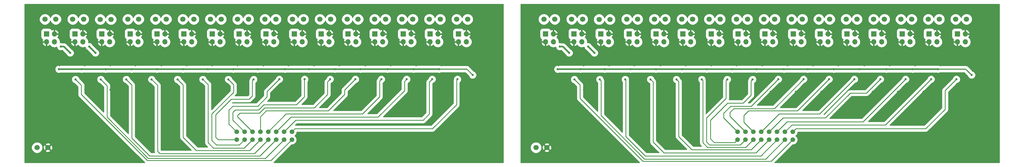
<source format=gbr>
G04 #@! TF.FileFunction,Copper,L2,Bot,Signal*
%FSLAX46Y46*%
G04 Gerber Fmt 4.6, Leading zero omitted, Abs format (unit mm)*
G04 Created by KiCad (PCBNEW 4.0.6) date 06/29/17 23:58:37*
%MOMM*%
%LPD*%
G01*
G04 APERTURE LIST*
%ADD10C,0.100000*%
%ADD11C,11.000000*%
%ADD12C,0.700000*%
%ADD13R,1.700000X1.700000*%
%ADD14O,1.700000X1.700000*%
%ADD15C,1.700000*%
%ADD16C,1.500000*%
%ADD17C,0.250000*%
%ADD18C,0.350000*%
%ADD19C,0.500000*%
%ADD20C,0.254000*%
G04 APERTURE END LIST*
D10*
D11*
X325699120Y-66040000D03*
D12*
X329824120Y-66040000D03*
X328625935Y-68966815D03*
X325699120Y-70165000D03*
X322772305Y-68966815D03*
X321574120Y-66040000D03*
X322772305Y-63113185D03*
X325699120Y-61915000D03*
X328625935Y-63113185D03*
D11*
X205303120Y-66040000D03*
D12*
X209428120Y-66040000D03*
X208229935Y-68966815D03*
X205303120Y-70165000D03*
X202376305Y-68966815D03*
X201178120Y-66040000D03*
X202376305Y-63113185D03*
X205303120Y-61915000D03*
X208229935Y-63113185D03*
D13*
X326207120Y-31496000D03*
D14*
X328747120Y-31496000D03*
X326207120Y-34036000D03*
X328747120Y-34036000D03*
D13*
X317063120Y-31496000D03*
D14*
X319603120Y-31496000D03*
X317063120Y-34036000D03*
X319603120Y-34036000D03*
D13*
X308427120Y-31496000D03*
D14*
X310967120Y-31496000D03*
X308427120Y-34036000D03*
X310967120Y-34036000D03*
D13*
X299283120Y-31496000D03*
D14*
X301823120Y-31496000D03*
X299283120Y-34036000D03*
X301823120Y-34036000D03*
D13*
X290647120Y-31496000D03*
D14*
X293187120Y-31496000D03*
X290647120Y-34036000D03*
X293187120Y-34036000D03*
D13*
X282011120Y-31496000D03*
D14*
X284551120Y-31496000D03*
X282011120Y-34036000D03*
X284551120Y-34036000D03*
D13*
X273375120Y-31496000D03*
D14*
X275915120Y-31496000D03*
X273375120Y-34036000D03*
X275915120Y-34036000D03*
D13*
X264231120Y-31496000D03*
D14*
X266771120Y-31496000D03*
X264231120Y-34036000D03*
X266771120Y-34036000D03*
D13*
X255595120Y-31496000D03*
D14*
X258135120Y-31496000D03*
X255595120Y-34036000D03*
X258135120Y-34036000D03*
D13*
X246959120Y-31496000D03*
D14*
X249499120Y-31496000D03*
X246959120Y-34036000D03*
X249499120Y-34036000D03*
D13*
X237815120Y-31496000D03*
D14*
X240355120Y-31496000D03*
X237815120Y-34036000D03*
X240355120Y-34036000D03*
D13*
X229179120Y-31496000D03*
D14*
X231719120Y-31496000D03*
X229179120Y-34036000D03*
X231719120Y-34036000D03*
D13*
X220543120Y-31496000D03*
D14*
X223083120Y-31496000D03*
X220543120Y-34036000D03*
X223083120Y-34036000D03*
D13*
X211399120Y-31496000D03*
D14*
X213939120Y-31496000D03*
X211399120Y-34036000D03*
X213939120Y-34036000D03*
D13*
X202763120Y-31496000D03*
D14*
X205303120Y-31496000D03*
X202763120Y-34036000D03*
X205303120Y-34036000D03*
D13*
X193619120Y-31496000D03*
D14*
X196159120Y-31496000D03*
X193619120Y-34036000D03*
X196159120Y-34036000D03*
D15*
X190571120Y-68072000D03*
X194071120Y-68072000D03*
X196616320Y-26771600D03*
X193116320Y-26771600D03*
X205557120Y-26771600D03*
X202057120Y-26771600D03*
X223286320Y-26771600D03*
X219786320Y-26771600D03*
X214396320Y-26822400D03*
X210896320Y-26822400D03*
X249854720Y-26771600D03*
X246354720Y-26771600D03*
X258643120Y-26771600D03*
X255143120Y-26771600D03*
X241015520Y-26771600D03*
X237515520Y-26771600D03*
X232176320Y-26771600D03*
X228676320Y-26771600D03*
X302737520Y-26771600D03*
X299237520Y-26771600D03*
X311525920Y-26771600D03*
X308025920Y-26771600D03*
X329153520Y-26771600D03*
X325653520Y-26771600D03*
X320365120Y-26771600D03*
X316865120Y-26771600D03*
X285109920Y-26771600D03*
X281609920Y-26771600D03*
X293898320Y-26771600D03*
X290398320Y-26771600D03*
X276321520Y-26771600D03*
X272821520Y-26771600D03*
X267431520Y-26771600D03*
X263931520Y-26771600D03*
X106832400Y-26771600D03*
X103332400Y-26771600D03*
X115722400Y-26771600D03*
X112222400Y-26771600D03*
X133299200Y-26771600D03*
X129799200Y-26771600D03*
X124510800Y-26771600D03*
X121010800Y-26771600D03*
X159766000Y-26771600D03*
X156266000Y-26771600D03*
X168554400Y-26771600D03*
X165054400Y-26771600D03*
X150926800Y-26771600D03*
X147426800Y-26771600D03*
X142138400Y-26771600D03*
X138638400Y-26771600D03*
X71577200Y-26771600D03*
X68077200Y-26771600D03*
X80416400Y-26771600D03*
X76916400Y-26771600D03*
X98044000Y-26771600D03*
X94544000Y-26771600D03*
X89255600Y-26771600D03*
X85755600Y-26771600D03*
X53797200Y-26822400D03*
X50297200Y-26822400D03*
X62687200Y-26771600D03*
X59187200Y-26771600D03*
X44958000Y-26771600D03*
X41458000Y-26771600D03*
X36017200Y-26771600D03*
X32517200Y-26771600D03*
X29972000Y-68072000D03*
X33472000Y-68072000D03*
D13*
X33020000Y-31496000D03*
D14*
X35560000Y-31496000D03*
X33020000Y-34036000D03*
X35560000Y-34036000D03*
D13*
X42164000Y-31496000D03*
D14*
X44704000Y-31496000D03*
X42164000Y-34036000D03*
X44704000Y-34036000D03*
D13*
X50800000Y-31496000D03*
D14*
X53340000Y-31496000D03*
X50800000Y-34036000D03*
X53340000Y-34036000D03*
D13*
X59944000Y-31496000D03*
D14*
X62484000Y-31496000D03*
X59944000Y-34036000D03*
X62484000Y-34036000D03*
D13*
X68580000Y-31496000D03*
D14*
X71120000Y-31496000D03*
X68580000Y-34036000D03*
X71120000Y-34036000D03*
D13*
X77216000Y-31496000D03*
D14*
X79756000Y-31496000D03*
X77216000Y-34036000D03*
X79756000Y-34036000D03*
D13*
X86360000Y-31496000D03*
D14*
X88900000Y-31496000D03*
X86360000Y-34036000D03*
X88900000Y-34036000D03*
D13*
X94996000Y-31496000D03*
D14*
X97536000Y-31496000D03*
X94996000Y-34036000D03*
X97536000Y-34036000D03*
D13*
X103632000Y-31496000D03*
D14*
X106172000Y-31496000D03*
X103632000Y-34036000D03*
X106172000Y-34036000D03*
D13*
X112776000Y-31496000D03*
D14*
X115316000Y-31496000D03*
X112776000Y-34036000D03*
X115316000Y-34036000D03*
D13*
X121412000Y-31496000D03*
D14*
X123952000Y-31496000D03*
X121412000Y-34036000D03*
X123952000Y-34036000D03*
D13*
X130048000Y-31496000D03*
D14*
X132588000Y-31496000D03*
X130048000Y-34036000D03*
X132588000Y-34036000D03*
D13*
X138684000Y-31496000D03*
D14*
X141224000Y-31496000D03*
X138684000Y-34036000D03*
X141224000Y-34036000D03*
D13*
X147828000Y-31496000D03*
D14*
X150368000Y-31496000D03*
X147828000Y-34036000D03*
X150368000Y-34036000D03*
D13*
X156464000Y-31496000D03*
D14*
X159004000Y-31496000D03*
X156464000Y-34036000D03*
X159004000Y-34036000D03*
D13*
X165608000Y-31496000D03*
D14*
X168148000Y-31496000D03*
X165608000Y-34036000D03*
X168148000Y-34036000D03*
D11*
X44704000Y-66040000D03*
D12*
X48829000Y-66040000D03*
X47630815Y-68966815D03*
X44704000Y-70165000D03*
X41777185Y-68966815D03*
X40579000Y-66040000D03*
X41777185Y-63113185D03*
X44704000Y-61915000D03*
X47630815Y-63113185D03*
D11*
X165100000Y-66040000D03*
D12*
X169225000Y-66040000D03*
X168026815Y-68966815D03*
X165100000Y-70165000D03*
X162173185Y-68966815D03*
X160975000Y-66040000D03*
X162173185Y-63113185D03*
X165100000Y-61915000D03*
X168026815Y-63113185D03*
D16*
X112000000Y-63000000D03*
X112000000Y-65540000D03*
X109460000Y-65540000D03*
X109460000Y-63000000D03*
X106920000Y-63000000D03*
X106920000Y-65540000D03*
X104380000Y-65540000D03*
X104380000Y-63000000D03*
X101840000Y-63000000D03*
X101840000Y-65540000D03*
X99300000Y-65540000D03*
X99300000Y-63000000D03*
X96760000Y-63000000D03*
X96760000Y-65540000D03*
X94220000Y-65540000D03*
X94220000Y-63000000D03*
X273250000Y-63000000D03*
X273250000Y-65540000D03*
X270710000Y-65540000D03*
X270710000Y-63000000D03*
X268170000Y-63000000D03*
X268170000Y-65540000D03*
X265630000Y-65540000D03*
X265630000Y-63000000D03*
X263090000Y-63000000D03*
X263090000Y-65540000D03*
X260550000Y-65540000D03*
X260550000Y-63000000D03*
X258010000Y-63000000D03*
X258010000Y-65540000D03*
X255470000Y-65540000D03*
X255470000Y-63000000D03*
D12*
X296000000Y-49000000D03*
X217750000Y-69000000D03*
X157250000Y-63750000D03*
X145500000Y-49750000D03*
X105750000Y-50500000D03*
X197099120Y-45504000D03*
X197899120Y-49454000D03*
X200549120Y-50154000D03*
X208699120Y-50154000D03*
X206049120Y-49454000D03*
X205249120Y-45504000D03*
X205949120Y-41604000D03*
X222299120Y-41604000D03*
X221599120Y-45504000D03*
X222399120Y-49454000D03*
X225049120Y-50154000D03*
X216899120Y-50154000D03*
X214249120Y-49454000D03*
X213449120Y-45504000D03*
X214149120Y-41604000D03*
X246999120Y-41604000D03*
X246299120Y-45504000D03*
X247099120Y-49454000D03*
X249749120Y-50154000D03*
X254449120Y-45504000D03*
X255149120Y-41604000D03*
X238799120Y-41604000D03*
X238099120Y-45504000D03*
X238899120Y-49454000D03*
X241549120Y-50154000D03*
X233399120Y-50154000D03*
X230749120Y-49454000D03*
X229949120Y-45504000D03*
X230649120Y-41604000D03*
X296249120Y-41554000D03*
X295549120Y-45454000D03*
X298999120Y-50104000D03*
X307149120Y-50104000D03*
X304499120Y-49404000D03*
X303699120Y-45454000D03*
X304399120Y-41554000D03*
X320749120Y-41554000D03*
X320049120Y-45454000D03*
X315349120Y-50104000D03*
X312699120Y-49404000D03*
X311899120Y-45454000D03*
X312599120Y-41554000D03*
X279749120Y-41554000D03*
X279049120Y-45454000D03*
X279849120Y-49404000D03*
X282499120Y-50104000D03*
X287999120Y-49404000D03*
X287199120Y-45454000D03*
X287899120Y-41554000D03*
X271549120Y-41554000D03*
X270849120Y-45454000D03*
X271649120Y-49404000D03*
X274299120Y-50104000D03*
X266149120Y-50104000D03*
X263499120Y-49404000D03*
X262699120Y-45454000D03*
X263399120Y-41554000D03*
X316453520Y-65786000D03*
X313710320Y-63449200D03*
X313557920Y-68224400D03*
X289681920Y-67919600D03*
X298521120Y-69088000D03*
X320263520Y-53187600D03*
X313354720Y-60502800D03*
X196159120Y-31496000D03*
X193619120Y-34036000D03*
X202763120Y-34036000D03*
X205303120Y-31496000D03*
X211399120Y-34036000D03*
X213939120Y-31496000D03*
X220543120Y-34036000D03*
X223083120Y-31496000D03*
X229179120Y-34036000D03*
X231719120Y-31496000D03*
X237815120Y-34036000D03*
X240355120Y-31496000D03*
X246959120Y-34036000D03*
X249499120Y-31496000D03*
X255595120Y-34036000D03*
X258135120Y-31496000D03*
X264231120Y-34036000D03*
X266771120Y-31496000D03*
X273375120Y-34036000D03*
X275915120Y-31496000D03*
X282011120Y-34036000D03*
X284551120Y-31496000D03*
X290647120Y-34036000D03*
X293187120Y-31496000D03*
X299283120Y-34036000D03*
X301823120Y-31496000D03*
X308427120Y-34036000D03*
X310967120Y-31496000D03*
X317063120Y-34036000D03*
X319603120Y-31496000D03*
X326207120Y-34036000D03*
X328747120Y-31496000D03*
X257899120Y-50154000D03*
X255249120Y-49454000D03*
X197799120Y-41604000D03*
X296235120Y-51816000D03*
X320849120Y-49404000D03*
X160250000Y-49404000D03*
X135636000Y-51816000D03*
X135750000Y-49404000D03*
X37200000Y-41604000D03*
X94650000Y-49454000D03*
X97300000Y-50154000D03*
X57404000Y-67056000D03*
X168148000Y-31496000D03*
X165608000Y-34036000D03*
X159004000Y-31496000D03*
X156464000Y-34036000D03*
X150368000Y-31496000D03*
X147828000Y-34036000D03*
X141224000Y-31496000D03*
X138684000Y-34036000D03*
X132588000Y-31496000D03*
X130048000Y-34036000D03*
X123952000Y-31496000D03*
X121412000Y-34036000D03*
X115316000Y-31496000D03*
X112776000Y-34036000D03*
X106172000Y-31496000D03*
X103632000Y-34036000D03*
X97536000Y-31496000D03*
X94996000Y-34036000D03*
X88900000Y-31496000D03*
X86360000Y-34036000D03*
X79756000Y-31496000D03*
X77216000Y-34036000D03*
X71120000Y-31496000D03*
X68580000Y-34036000D03*
X62484000Y-31496000D03*
X59944000Y-34036000D03*
X53340000Y-31496000D03*
X50800000Y-34036000D03*
X44704000Y-31496000D03*
X42164000Y-34036000D03*
X33020000Y-34036000D03*
X35560000Y-31496000D03*
X159664400Y-53187600D03*
X137922000Y-69088000D03*
X129082800Y-67919600D03*
X152958800Y-68224400D03*
X153111200Y-63449200D03*
X155854400Y-65786000D03*
X102800000Y-41554000D03*
X102100000Y-45454000D03*
X102900000Y-49404000D03*
X113700000Y-50104000D03*
X111050000Y-49404000D03*
X110250000Y-45454000D03*
X110950000Y-41554000D03*
X127300000Y-41554000D03*
X126600000Y-45454000D03*
X127400000Y-49404000D03*
X121900000Y-50104000D03*
X119250000Y-49404000D03*
X118450000Y-45454000D03*
X119150000Y-41554000D03*
X152000000Y-41554000D03*
X151300000Y-45454000D03*
X152100000Y-49404000D03*
X154750000Y-50104000D03*
X159450000Y-45454000D03*
X160150000Y-41554000D03*
X143800000Y-41554000D03*
X143100000Y-45454000D03*
X143900000Y-49404000D03*
X138400000Y-50104000D03*
X134950000Y-45454000D03*
X135650000Y-41554000D03*
X70050000Y-41604000D03*
X69350000Y-45504000D03*
X70150000Y-49454000D03*
X72800000Y-50154000D03*
X80950000Y-50154000D03*
X78300000Y-49454000D03*
X77500000Y-45504000D03*
X78200000Y-41604000D03*
X94550000Y-41604000D03*
X93850000Y-45504000D03*
X89150000Y-50154000D03*
X86500000Y-49454000D03*
X85700000Y-45504000D03*
X86400000Y-41604000D03*
X53550000Y-41604000D03*
X52850000Y-45504000D03*
X53650000Y-49454000D03*
X56300000Y-50154000D03*
X64450000Y-50154000D03*
X61800000Y-49454000D03*
X61000000Y-45504000D03*
X61700000Y-41604000D03*
X45350000Y-41604000D03*
X44650000Y-45504000D03*
X45450000Y-49454000D03*
X48100000Y-50154000D03*
X39950000Y-50154000D03*
X37300000Y-49454000D03*
X36500000Y-45504000D03*
X170180000Y-44704000D03*
X36982400Y-42824400D03*
X44297600Y-42824400D03*
X52070000Y-42824400D03*
X60401200Y-42824400D03*
X68580000Y-42824400D03*
X76962000Y-42824400D03*
X84937600Y-42824400D03*
X93116400Y-42824400D03*
X100990400Y-42824400D03*
X109778800Y-42824400D03*
X117449600Y-42824400D03*
X125831600Y-42824400D03*
X134061200Y-42824400D03*
X142748000Y-42824400D03*
X151180800Y-42824400D03*
X159410400Y-42824400D03*
X37592000Y-35560000D03*
X40640000Y-37592000D03*
X46736000Y-35560000D03*
X48768000Y-37592000D03*
X165300000Y-46079000D03*
X42350000Y-46129000D03*
X157150000Y-46079000D03*
X50500000Y-46129000D03*
X148950000Y-46079000D03*
X58700000Y-46129000D03*
X140800000Y-46079000D03*
X66850000Y-46129000D03*
X132450000Y-46079000D03*
X75200000Y-46129000D03*
X124300000Y-46079000D03*
X83350000Y-46129000D03*
X116100000Y-46079000D03*
X91550000Y-46129000D03*
X107950000Y-46079000D03*
X99700000Y-46129000D03*
X320009520Y-42824400D03*
X311779920Y-42824400D03*
X303347120Y-42824400D03*
X294660320Y-42824400D03*
X286430720Y-42824400D03*
X278048720Y-42824400D03*
X270377920Y-42824400D03*
X261589520Y-42824400D03*
X253715520Y-42824400D03*
X245536720Y-42824400D03*
X237561120Y-42824400D03*
X229179120Y-42824400D03*
X221000320Y-42824400D03*
X212669120Y-42824400D03*
X204896720Y-42824400D03*
X197581520Y-42824400D03*
X330779120Y-44704000D03*
X201239120Y-37592000D03*
X198191120Y-35560000D03*
X209367120Y-37592000D03*
X207335120Y-35560000D03*
X325899120Y-46079000D03*
X202949120Y-46129000D03*
X317749120Y-46079000D03*
X211099120Y-46129000D03*
X309549120Y-46079000D03*
X219299120Y-46129000D03*
X301399120Y-46079000D03*
X227449120Y-46129000D03*
X293049120Y-46079000D03*
X235799120Y-46129000D03*
X284899120Y-46079000D03*
X243949120Y-46129000D03*
X276699120Y-46079000D03*
X252149120Y-46129000D03*
X268549120Y-46079000D03*
X260299120Y-46129000D03*
D17*
X257489120Y-50154000D02*
X257119120Y-49784000D01*
X257899120Y-50154000D02*
X257489120Y-50154000D01*
X255773120Y-49454000D02*
X256103120Y-49784000D01*
X255249120Y-49454000D02*
X255773120Y-49454000D01*
X196719120Y-41604000D02*
X196667120Y-41656000D01*
X197799120Y-41604000D02*
X196719120Y-41604000D01*
X135750000Y-49404000D02*
X135750000Y-49670000D01*
X135750000Y-49670000D02*
X135636000Y-49784000D01*
X37200000Y-41604000D02*
X36120000Y-41604000D01*
X36120000Y-41604000D02*
X36068000Y-41656000D01*
X94650000Y-49454000D02*
X95174000Y-49454000D01*
X95174000Y-49454000D02*
X95504000Y-49784000D01*
X97300000Y-50154000D02*
X96890000Y-50154000D01*
X96890000Y-50154000D02*
X96520000Y-49784000D01*
D18*
X168300400Y-42824400D02*
X159410400Y-42824400D01*
X170180000Y-44704000D02*
X168300400Y-42824400D01*
D19*
X44297600Y-42824400D02*
X36982400Y-42824400D01*
X159410400Y-42824400D02*
X151180800Y-42824400D01*
X151180800Y-42824400D02*
X142748000Y-42824400D01*
X142748000Y-42824400D02*
X134061200Y-42824400D01*
X134061200Y-42824400D02*
X125831600Y-42824400D01*
X125831600Y-42824400D02*
X117449600Y-42824400D01*
X117449600Y-42824400D02*
X109778800Y-42824400D01*
X109778800Y-42824400D02*
X100990400Y-42824400D01*
X100990400Y-42824400D02*
X93116400Y-42824400D01*
X93116400Y-42824400D02*
X84937600Y-42824400D01*
X84937600Y-42824400D02*
X76962000Y-42824400D01*
X76962000Y-42824400D02*
X68580000Y-42824400D01*
X68580000Y-42824400D02*
X60401200Y-42824400D01*
X60401200Y-42824400D02*
X52070000Y-42824400D01*
X52070000Y-42824400D02*
X44297600Y-42824400D01*
X38608000Y-35560000D02*
X37592000Y-35560000D01*
X40640000Y-37592000D02*
X38608000Y-35560000D01*
X48768000Y-37592000D02*
X46736000Y-35560000D01*
D17*
X113000000Y-62000000D02*
X112000000Y-63000000D01*
X157250000Y-62000000D02*
X113000000Y-62000000D01*
X165000000Y-54250000D02*
X157250000Y-62000000D01*
X165000000Y-46379000D02*
X165000000Y-54250000D01*
X165300000Y-46079000D02*
X165000000Y-46379000D01*
X44250000Y-48029000D02*
X42350000Y-46129000D01*
X44250000Y-48029000D02*
X44250000Y-51000000D01*
X44250000Y-51000000D02*
X65500000Y-72250000D01*
X112000000Y-65540000D02*
X105290000Y-72250000D01*
X65500000Y-72250000D02*
X105290000Y-72250000D01*
X109460000Y-63000000D02*
X113210000Y-59250000D01*
X154250000Y-59250000D02*
X113210000Y-59250000D01*
X156250000Y-57250000D02*
X154250000Y-59250000D01*
X156250000Y-46979000D02*
X156250000Y-57250000D01*
X156250000Y-46979000D02*
X157150000Y-46079000D01*
X109460000Y-65540000D02*
X103500000Y-71500000D01*
X65750000Y-71500000D02*
X103500000Y-71500000D01*
X52500000Y-58250000D02*
X65750000Y-71500000D01*
X52500000Y-48129000D02*
X52500000Y-58250000D01*
X52500000Y-48129000D02*
X50500000Y-46129000D01*
X111670000Y-58250000D02*
X106920000Y-63000000D01*
X139750000Y-58250000D02*
X111670000Y-58250000D01*
X148250000Y-49750000D02*
X139750000Y-58250000D01*
X148250000Y-46779000D02*
X148250000Y-49750000D01*
X148950000Y-46079000D02*
X148250000Y-46779000D01*
X106920000Y-65540000D02*
X101710000Y-70750000D01*
X66250000Y-70750000D02*
X101710000Y-70750000D01*
X60500000Y-65000000D02*
X66250000Y-70750000D01*
X60500000Y-47929000D02*
X60500000Y-65000000D01*
X60500000Y-47929000D02*
X58700000Y-46129000D01*
X104380000Y-63000000D02*
X110130000Y-57250000D01*
X134750000Y-57250000D02*
X110130000Y-57250000D01*
X140250000Y-51750000D02*
X134750000Y-57250000D01*
X140250000Y-46629000D02*
X140250000Y-51750000D01*
X140250000Y-46629000D02*
X140800000Y-46079000D01*
X104380000Y-65540000D02*
X99920000Y-70000000D01*
X69500000Y-70000000D02*
X99920000Y-70000000D01*
X68750000Y-69250000D02*
X69500000Y-70000000D01*
X68750000Y-48029000D02*
X68750000Y-69250000D01*
X68750000Y-48029000D02*
X66850000Y-46129000D01*
X101840000Y-58160000D02*
X101840000Y-63000000D01*
X103750000Y-56250000D02*
X101840000Y-58160000D01*
X123750000Y-56250000D02*
X103750000Y-56250000D01*
X129000000Y-51000000D02*
X123750000Y-56250000D01*
X129000000Y-49529000D02*
X129000000Y-51000000D01*
X132450000Y-46079000D02*
X129000000Y-49529000D01*
X101840000Y-65540000D02*
X98380000Y-69000000D01*
X81250000Y-69000000D02*
X98380000Y-69000000D01*
X77000000Y-64750000D02*
X81250000Y-69000000D01*
X77000000Y-47929000D02*
X77000000Y-64750000D01*
X77000000Y-47929000D02*
X75200000Y-46129000D01*
X99300000Y-63000000D02*
X94500000Y-58200000D01*
X94500000Y-57750000D02*
X94500000Y-58200000D01*
X95250000Y-57000000D02*
X94500000Y-57750000D01*
X101500000Y-57000000D02*
X95250000Y-57000000D01*
X103250000Y-55250000D02*
X101500000Y-57000000D01*
X119250000Y-55250000D02*
X103250000Y-55250000D01*
X123500000Y-51000000D02*
X119250000Y-55250000D01*
X123500000Y-46879000D02*
X123500000Y-51000000D01*
X123500000Y-46879000D02*
X124300000Y-46079000D01*
X99300000Y-65540000D02*
X96590000Y-68250000D01*
X86750000Y-68250000D02*
X96590000Y-68250000D01*
X85000000Y-66500000D02*
X86750000Y-68250000D01*
X85000000Y-47779000D02*
X85000000Y-66500000D01*
X85000000Y-47779000D02*
X83350000Y-46129000D01*
X93000000Y-59240000D02*
X96760000Y-63000000D01*
X93000000Y-56750000D02*
X93000000Y-59240000D01*
X93750000Y-56000000D02*
X93000000Y-56750000D01*
X101250000Y-56000000D02*
X93750000Y-56000000D01*
X103000000Y-54250000D02*
X101250000Y-56000000D01*
X113500000Y-54250000D02*
X103000000Y-54250000D01*
X116000000Y-51750000D02*
X113500000Y-54250000D01*
X116000000Y-46179000D02*
X116000000Y-51750000D01*
X116100000Y-46079000D02*
X116000000Y-46179000D01*
X96760000Y-65540000D02*
X95050000Y-67250000D01*
X87750000Y-67250000D02*
X95050000Y-67250000D01*
X86250000Y-65750000D02*
X87750000Y-67250000D01*
X86250000Y-57250000D02*
X86250000Y-65750000D01*
X93250000Y-50250000D02*
X86250000Y-57250000D01*
X93250000Y-47829000D02*
X93250000Y-50250000D01*
X93250000Y-47829000D02*
X91550000Y-46129000D01*
X94220000Y-63000000D02*
X91750000Y-60530000D01*
X91750000Y-56000000D02*
X91750000Y-60530000D01*
X93000000Y-54750000D02*
X91750000Y-56000000D01*
X101000000Y-54750000D02*
X93000000Y-54750000D01*
X104000000Y-51750000D02*
X101000000Y-54750000D01*
X104000000Y-50029000D02*
X104000000Y-51750000D01*
X104000000Y-50029000D02*
X107950000Y-46079000D01*
X88290000Y-65540000D02*
X94220000Y-65540000D01*
X87500000Y-64750000D02*
X88290000Y-65540000D01*
X87500000Y-57500000D02*
X87500000Y-64750000D01*
X92500000Y-52500000D02*
X87500000Y-57500000D01*
X98250000Y-52500000D02*
X92500000Y-52500000D01*
X99250000Y-51500000D02*
X98250000Y-52500000D01*
X99250000Y-46579000D02*
X99250000Y-51500000D01*
X99700000Y-46129000D02*
X99250000Y-46579000D01*
D19*
X212669120Y-42824400D02*
X204896720Y-42824400D01*
X221000320Y-42824400D02*
X212669120Y-42824400D01*
X229179120Y-42824400D02*
X221000320Y-42824400D01*
X237561120Y-42824400D02*
X229179120Y-42824400D01*
X245536720Y-42824400D02*
X237561120Y-42824400D01*
X253715520Y-42824400D02*
X245536720Y-42824400D01*
X261589520Y-42824400D02*
X253715520Y-42824400D01*
X270377920Y-42824400D02*
X261589520Y-42824400D01*
X278048720Y-42824400D02*
X270377920Y-42824400D01*
X286430720Y-42824400D02*
X278048720Y-42824400D01*
X294660320Y-42824400D02*
X286430720Y-42824400D01*
X303347120Y-42824400D02*
X294660320Y-42824400D01*
X311779920Y-42824400D02*
X303347120Y-42824400D01*
X320009520Y-42824400D02*
X311779920Y-42824400D01*
X204896720Y-42824400D02*
X197581520Y-42824400D01*
D18*
X330779120Y-44704000D02*
X328899520Y-42824400D01*
X328899520Y-42824400D02*
X320009520Y-42824400D01*
D19*
X201239120Y-37592000D02*
X199207120Y-35560000D01*
X199207120Y-35560000D02*
X198191120Y-35560000D01*
X209367120Y-37592000D02*
X207335120Y-35560000D01*
D17*
X274250000Y-62000000D02*
X273250000Y-63000000D01*
X316000000Y-62000000D02*
X274250000Y-62000000D01*
X322250000Y-55750000D02*
X316000000Y-62000000D01*
X322250000Y-49728120D02*
X322250000Y-55750000D01*
X325899120Y-46079000D02*
X322250000Y-49728120D01*
X273250000Y-65540000D02*
X266290000Y-72500000D01*
X225000000Y-72500000D02*
X266290000Y-72500000D01*
X204750000Y-52250000D02*
X225000000Y-72500000D01*
X204750000Y-47929880D02*
X204750000Y-52250000D01*
X204750000Y-47929880D02*
X202949120Y-46129000D01*
X270710000Y-63000000D02*
X272960000Y-60750000D01*
X303078120Y-60750000D02*
X272960000Y-60750000D01*
X303078120Y-60750000D02*
X317749120Y-46079000D01*
X270710000Y-65540000D02*
X264500000Y-71750000D01*
X225500000Y-71750000D02*
X264500000Y-71750000D01*
X211500000Y-57750000D02*
X225500000Y-71750000D01*
X211500000Y-46529880D02*
X211500000Y-57750000D01*
X211500000Y-46529880D02*
X211099120Y-46129000D01*
X271420000Y-59750000D02*
X268170000Y-63000000D01*
X295878120Y-59750000D02*
X271420000Y-59750000D01*
X309549120Y-46079000D02*
X295878120Y-59750000D01*
X268170000Y-65540000D02*
X262960000Y-70750000D01*
X225750000Y-70750000D02*
X262960000Y-70750000D01*
X219500000Y-64500000D02*
X225750000Y-70750000D01*
X219500000Y-46329880D02*
X219500000Y-64500000D01*
X219500000Y-46329880D02*
X219299120Y-46129000D01*
X265630000Y-63000000D02*
X270130000Y-58500000D01*
X283750000Y-58500000D02*
X270130000Y-58500000D01*
X291750000Y-50500000D02*
X283750000Y-58500000D01*
X296978120Y-50500000D02*
X291750000Y-50500000D01*
X296978120Y-50500000D02*
X301399120Y-46079000D01*
X265630000Y-65540000D02*
X261420000Y-69750000D01*
X231750000Y-69750000D02*
X261420000Y-69750000D01*
X228250000Y-66250000D02*
X231750000Y-69750000D01*
X228250000Y-46929880D02*
X228250000Y-66250000D01*
X228250000Y-46929880D02*
X227449120Y-46129000D01*
X268840000Y-57250000D02*
X263090000Y-63000000D01*
X281878120Y-57250000D02*
X268840000Y-57250000D01*
X293049120Y-46079000D02*
X281878120Y-57250000D01*
X263090000Y-65540000D02*
X259880000Y-68750000D01*
X240750000Y-68750000D02*
X259880000Y-68750000D01*
X236500000Y-64500000D02*
X240750000Y-68750000D01*
X236500000Y-46829880D02*
X236500000Y-64500000D01*
X236500000Y-46829880D02*
X235799120Y-46129000D01*
X260550000Y-63000000D02*
X257500000Y-59950000D01*
X257500000Y-57750000D02*
X257500000Y-59950000D01*
X259000000Y-56250000D02*
X257500000Y-57750000D01*
X274728120Y-56250000D02*
X259000000Y-56250000D01*
X274728120Y-56250000D02*
X284899120Y-46079000D01*
X260550000Y-65540000D02*
X258090000Y-68000000D01*
X245750000Y-68000000D02*
X258090000Y-68000000D01*
X244250000Y-66500000D02*
X245750000Y-68000000D01*
X244250000Y-46429880D02*
X244250000Y-66500000D01*
X244250000Y-46429880D02*
X243949120Y-46129000D01*
X253000000Y-57990000D02*
X258010000Y-63000000D01*
X253000000Y-56750000D02*
X253000000Y-57990000D01*
X254250000Y-55500000D02*
X253000000Y-56750000D01*
X267278120Y-55500000D02*
X254250000Y-55500000D01*
X276699120Y-46079000D02*
X267278120Y-55500000D01*
X258010000Y-65540000D02*
X256300000Y-67250000D01*
X246500000Y-67250000D02*
X256300000Y-67250000D01*
X245500000Y-66250000D02*
X246500000Y-67250000D01*
X245500000Y-58500000D02*
X245500000Y-66250000D01*
X251750000Y-52250000D02*
X245500000Y-58500000D01*
X251750000Y-46528120D02*
X251750000Y-52250000D01*
X251750000Y-46528120D02*
X252149120Y-46129000D01*
X255470000Y-63000000D02*
X251000000Y-58530000D01*
X251000000Y-57000000D02*
X251000000Y-58530000D01*
X253250000Y-54750000D02*
X251000000Y-57000000D01*
X259878120Y-54750000D02*
X253250000Y-54750000D01*
X259878120Y-54750000D02*
X268549120Y-46079000D01*
X254510000Y-66500000D02*
X255470000Y-65540000D01*
X248000000Y-66500000D02*
X254510000Y-66500000D01*
X246750000Y-65250000D02*
X248000000Y-66500000D01*
X246750000Y-59250000D02*
X246750000Y-65250000D01*
X252250000Y-53750000D02*
X246750000Y-59250000D01*
X257250000Y-53750000D02*
X252250000Y-53750000D01*
X259750000Y-51250000D02*
X257250000Y-53750000D01*
X259750000Y-46678120D02*
X259750000Y-51250000D01*
X260299120Y-46129000D02*
X259750000Y-46678120D01*
D20*
G36*
X180060600Y-72922800D02*
X106161522Y-72922800D01*
X108658504Y-70425818D01*
X163782771Y-70425818D01*
X163982850Y-70910046D01*
X164353005Y-71280848D01*
X164836883Y-71481771D01*
X165360818Y-71482229D01*
X165845046Y-71282150D01*
X166215848Y-70911995D01*
X166416771Y-70428117D01*
X166417229Y-69904182D01*
X166217150Y-69419954D01*
X166025165Y-69227633D01*
X166709586Y-69227633D01*
X166909665Y-69711861D01*
X167279820Y-70082663D01*
X167763698Y-70283586D01*
X168287633Y-70284044D01*
X168771861Y-70083965D01*
X169142663Y-69713810D01*
X169343586Y-69229932D01*
X169344044Y-68705997D01*
X169143965Y-68221769D01*
X168773810Y-67850967D01*
X168289932Y-67650044D01*
X167765997Y-67649586D01*
X167281769Y-67849665D01*
X166910967Y-68219820D01*
X166710044Y-68703698D01*
X166709586Y-69227633D01*
X166025165Y-69227633D01*
X165846995Y-69049152D01*
X165363117Y-68848229D01*
X164839182Y-68847771D01*
X164354954Y-69047850D01*
X163984152Y-69418005D01*
X163783229Y-69901883D01*
X163782771Y-70425818D01*
X108658504Y-70425818D01*
X109856689Y-69227633D01*
X160855956Y-69227633D01*
X161056035Y-69711861D01*
X161426190Y-70082663D01*
X161910068Y-70283586D01*
X162434003Y-70284044D01*
X162918231Y-70083965D01*
X163289033Y-69713810D01*
X163489956Y-69229932D01*
X163490414Y-68705997D01*
X163290335Y-68221769D01*
X162920180Y-67850967D01*
X162436302Y-67650044D01*
X161912367Y-67649586D01*
X161428139Y-67849665D01*
X161057337Y-68219820D01*
X160856414Y-68703698D01*
X160855956Y-69227633D01*
X109856689Y-69227633D01*
X111977342Y-67106980D01*
X112310328Y-67107271D01*
X112886474Y-66869212D01*
X113327663Y-66428793D01*
X113380802Y-66300818D01*
X159657771Y-66300818D01*
X159857850Y-66785046D01*
X160228005Y-67155848D01*
X160711883Y-67356771D01*
X161235818Y-67357229D01*
X161720046Y-67157150D01*
X162090848Y-66786995D01*
X162291771Y-66303117D01*
X162291773Y-66300818D01*
X167907771Y-66300818D01*
X168107850Y-66785046D01*
X168478005Y-67155848D01*
X168961883Y-67356771D01*
X169485818Y-67357229D01*
X169970046Y-67157150D01*
X170340848Y-66786995D01*
X170541771Y-66303117D01*
X170542229Y-65779182D01*
X170342150Y-65294954D01*
X169971995Y-64924152D01*
X169488117Y-64723229D01*
X168964182Y-64722771D01*
X168479954Y-64922850D01*
X168109152Y-65293005D01*
X167908229Y-65776883D01*
X167907771Y-66300818D01*
X162291773Y-66300818D01*
X162292229Y-65779182D01*
X162092150Y-65294954D01*
X161721995Y-64924152D01*
X161238117Y-64723229D01*
X160714182Y-64722771D01*
X160229954Y-64922850D01*
X159859152Y-65293005D01*
X159658229Y-65776883D01*
X159657771Y-66300818D01*
X113380802Y-66300818D01*
X113566727Y-65853063D01*
X113567271Y-65229672D01*
X113329212Y-64653526D01*
X112946073Y-64269717D01*
X113327663Y-63888793D01*
X113541422Y-63374003D01*
X160855956Y-63374003D01*
X161056035Y-63858231D01*
X161426190Y-64229033D01*
X161910068Y-64429956D01*
X162434003Y-64430414D01*
X162918231Y-64230335D01*
X163289033Y-63860180D01*
X163489956Y-63376302D01*
X163489958Y-63374003D01*
X166709586Y-63374003D01*
X166909665Y-63858231D01*
X167279820Y-64229033D01*
X167763698Y-64429956D01*
X168287633Y-64430414D01*
X168771861Y-64230335D01*
X169142663Y-63860180D01*
X169343586Y-63376302D01*
X169344044Y-62852367D01*
X169143965Y-62368139D01*
X168773810Y-61997337D01*
X168289932Y-61796414D01*
X167765997Y-61795956D01*
X167281769Y-61996035D01*
X166910967Y-62366190D01*
X166710044Y-62850068D01*
X166709586Y-63374003D01*
X163489958Y-63374003D01*
X163490414Y-62852367D01*
X163290335Y-62368139D01*
X163098350Y-62175818D01*
X163782771Y-62175818D01*
X163982850Y-62660046D01*
X164353005Y-63030848D01*
X164836883Y-63231771D01*
X165360818Y-63232229D01*
X165845046Y-63032150D01*
X166215848Y-62661995D01*
X166416771Y-62178117D01*
X166417229Y-61654182D01*
X166217150Y-61169954D01*
X165846995Y-60799152D01*
X165363117Y-60598229D01*
X164839182Y-60597771D01*
X164354954Y-60797850D01*
X163984152Y-61168005D01*
X163783229Y-61651883D01*
X163782771Y-62175818D01*
X163098350Y-62175818D01*
X162920180Y-61997337D01*
X162436302Y-61796414D01*
X161912367Y-61795956D01*
X161428139Y-61996035D01*
X161057337Y-62366190D01*
X160856414Y-62850068D01*
X160855956Y-63374003D01*
X113541422Y-63374003D01*
X113566727Y-63313063D01*
X113566920Y-63092000D01*
X157249995Y-63092000D01*
X157250000Y-63092001D01*
X157667890Y-63008876D01*
X158022161Y-62772161D01*
X165772161Y-55022161D01*
X166008876Y-54667890D01*
X166092000Y-54250000D01*
X166092000Y-47078628D01*
X166373484Y-46797635D01*
X166566780Y-46332128D01*
X166567219Y-45828084D01*
X166374737Y-45362240D01*
X166018635Y-45005516D01*
X165553128Y-44812220D01*
X165049084Y-44811781D01*
X164583240Y-45004263D01*
X164226516Y-45360365D01*
X164033220Y-45825872D01*
X164033157Y-45898203D01*
X163991124Y-45961110D01*
X163907999Y-46379000D01*
X163908000Y-46379005D01*
X163908000Y-53797678D01*
X156797678Y-60908000D01*
X113096322Y-60908000D01*
X113662322Y-60342000D01*
X154249995Y-60342000D01*
X154250000Y-60342001D01*
X154667890Y-60258876D01*
X155022161Y-60022161D01*
X157022161Y-58022161D01*
X157258876Y-57667890D01*
X157342000Y-57250000D01*
X157342000Y-47431322D01*
X157445541Y-47327780D01*
X157866760Y-47153737D01*
X158223484Y-46797635D01*
X158416780Y-46332128D01*
X158417219Y-45828084D01*
X158224737Y-45362240D01*
X157868635Y-45005516D01*
X157403128Y-44812220D01*
X156899084Y-44811781D01*
X156433240Y-45004263D01*
X156076516Y-45360365D01*
X155900556Y-45784123D01*
X155477839Y-46206839D01*
X155241124Y-46561110D01*
X155157999Y-46979000D01*
X155158000Y-46979005D01*
X155158000Y-56797678D01*
X153797678Y-58158000D01*
X141386322Y-58158000D01*
X149022158Y-50522163D01*
X149022161Y-50522161D01*
X149258876Y-50167890D01*
X149342000Y-49750000D01*
X149342000Y-47287925D01*
X149666760Y-47153737D01*
X150023484Y-46797635D01*
X150216780Y-46332128D01*
X150217219Y-45828084D01*
X150024737Y-45362240D01*
X149668635Y-45005516D01*
X149203128Y-44812220D01*
X148699084Y-44811781D01*
X148233240Y-45004263D01*
X147876516Y-45360365D01*
X147700556Y-45784122D01*
X147477839Y-46006839D01*
X147241124Y-46361110D01*
X147157999Y-46779000D01*
X147158000Y-46779005D01*
X147158000Y-49297679D01*
X139297678Y-57158000D01*
X136386322Y-57158000D01*
X141022158Y-52522163D01*
X141022161Y-52522161D01*
X141258876Y-52167890D01*
X141290506Y-52008876D01*
X141342001Y-51750000D01*
X141342000Y-51749995D01*
X141342000Y-47225946D01*
X141516760Y-47153737D01*
X141873484Y-46797635D01*
X142066780Y-46332128D01*
X142067219Y-45828084D01*
X141874737Y-45362240D01*
X141518635Y-45005516D01*
X141053128Y-44812220D01*
X140549084Y-44811781D01*
X140083240Y-45004263D01*
X139726516Y-45360365D01*
X139550556Y-45784122D01*
X139477839Y-45856839D01*
X139241124Y-46211110D01*
X139157999Y-46629000D01*
X139158000Y-46629005D01*
X139158000Y-51297679D01*
X134297678Y-56158000D01*
X125386322Y-56158000D01*
X129772158Y-51772163D01*
X129772161Y-51772161D01*
X130008876Y-51417890D01*
X130092000Y-51000000D01*
X130092000Y-49981322D01*
X132745541Y-47327781D01*
X133166760Y-47153737D01*
X133523484Y-46797635D01*
X133716780Y-46332128D01*
X133717219Y-45828084D01*
X133524737Y-45362240D01*
X133168635Y-45005516D01*
X132703128Y-44812220D01*
X132199084Y-44811781D01*
X131733240Y-45004263D01*
X131376516Y-45360365D01*
X131200556Y-45784123D01*
X128227839Y-48756839D01*
X127991124Y-49111110D01*
X127907999Y-49529000D01*
X127908000Y-49529005D01*
X127908000Y-50547679D01*
X123297678Y-55158000D01*
X120886322Y-55158000D01*
X124272158Y-51772163D01*
X124272161Y-51772161D01*
X124508876Y-51417890D01*
X124540506Y-51258876D01*
X124592001Y-51000000D01*
X124592000Y-50999995D01*
X124592000Y-47331322D01*
X124595541Y-47327780D01*
X125016760Y-47153737D01*
X125373484Y-46797635D01*
X125566780Y-46332128D01*
X125567219Y-45828084D01*
X125374737Y-45362240D01*
X125018635Y-45005516D01*
X124553128Y-44812220D01*
X124049084Y-44811781D01*
X123583240Y-45004263D01*
X123226516Y-45360365D01*
X123050556Y-45784122D01*
X122727839Y-46106839D01*
X122491124Y-46461110D01*
X122407999Y-46879000D01*
X122408000Y-46879005D01*
X122408000Y-50547679D01*
X118797678Y-54158000D01*
X115136322Y-54158000D01*
X116772161Y-52522161D01*
X117008876Y-52167890D01*
X117092001Y-51750000D01*
X117092000Y-51749995D01*
X117092000Y-46878977D01*
X117173484Y-46797635D01*
X117366780Y-46332128D01*
X117367219Y-45828084D01*
X117174737Y-45362240D01*
X116818635Y-45005516D01*
X116353128Y-44812220D01*
X115849084Y-44811781D01*
X115383240Y-45004263D01*
X115026516Y-45360365D01*
X114833220Y-45825872D01*
X114832781Y-46329916D01*
X114908000Y-46511961D01*
X114908000Y-51297678D01*
X113047678Y-53158000D01*
X104136321Y-53158000D01*
X104772158Y-52522163D01*
X104772161Y-52522161D01*
X105008876Y-52167890D01*
X105040506Y-52008876D01*
X105092001Y-51750000D01*
X105092000Y-51749995D01*
X105092000Y-50481322D01*
X108245541Y-47327781D01*
X108666760Y-47153737D01*
X109023484Y-46797635D01*
X109216780Y-46332128D01*
X109217219Y-45828084D01*
X109024737Y-45362240D01*
X108668635Y-45005516D01*
X108203128Y-44812220D01*
X107699084Y-44811781D01*
X107233240Y-45004263D01*
X106876516Y-45360365D01*
X106700556Y-45784123D01*
X103227839Y-49256839D01*
X102991124Y-49611110D01*
X102907999Y-50029000D01*
X102908000Y-50029005D01*
X102908000Y-51297679D01*
X100547678Y-53658000D01*
X93000005Y-53658000D01*
X93000000Y-53657999D01*
X92858095Y-53686226D01*
X92952321Y-53592000D01*
X98249995Y-53592000D01*
X98250000Y-53592001D01*
X98667890Y-53508876D01*
X99022161Y-53272161D01*
X100022158Y-52272163D01*
X100022161Y-52272161D01*
X100258876Y-51917890D01*
X100342001Y-51500000D01*
X100342000Y-51499995D01*
X100342000Y-47234627D01*
X100416760Y-47203737D01*
X100773484Y-46847635D01*
X100966780Y-46382128D01*
X100967219Y-45878084D01*
X100774737Y-45412240D01*
X100418635Y-45055516D01*
X99953128Y-44862220D01*
X99449084Y-44861781D01*
X98983240Y-45054263D01*
X98626516Y-45410365D01*
X98435694Y-45869914D01*
X98241124Y-46161110D01*
X98157999Y-46579000D01*
X98158000Y-46579005D01*
X98158000Y-51047679D01*
X97797678Y-51408000D01*
X93636322Y-51408000D01*
X94022161Y-51022161D01*
X94258876Y-50667890D01*
X94342001Y-50250000D01*
X94342000Y-50249995D01*
X94342000Y-47829005D01*
X94342001Y-47829000D01*
X94258876Y-47411110D01*
X94022161Y-47056839D01*
X92798780Y-45833458D01*
X92624737Y-45412240D01*
X92268635Y-45055516D01*
X91803128Y-44862220D01*
X91299084Y-44861781D01*
X90833240Y-45054263D01*
X90476516Y-45410365D01*
X90283220Y-45875872D01*
X90282781Y-46379916D01*
X90475263Y-46845760D01*
X90831365Y-47202484D01*
X91255122Y-47378444D01*
X92158000Y-48281322D01*
X92158000Y-49797678D01*
X86092000Y-55863678D01*
X86092000Y-47779000D01*
X86008876Y-47361110D01*
X85772161Y-47006839D01*
X85772158Y-47006837D01*
X84598780Y-45833458D01*
X84424737Y-45412240D01*
X84068635Y-45055516D01*
X83603128Y-44862220D01*
X83099084Y-44861781D01*
X82633240Y-45054263D01*
X82276516Y-45410365D01*
X82083220Y-45875872D01*
X82082781Y-46379916D01*
X82275263Y-46845760D01*
X82631365Y-47202484D01*
X83055122Y-47378444D01*
X83908000Y-48231321D01*
X83908000Y-66499995D01*
X83907999Y-66500000D01*
X83991124Y-66917890D01*
X84227839Y-67272161D01*
X84863678Y-67908000D01*
X81702321Y-67908000D01*
X78092000Y-64297678D01*
X78092000Y-47929000D01*
X78008876Y-47511110D01*
X77772161Y-47156839D01*
X77772158Y-47156837D01*
X76448780Y-45833458D01*
X76274737Y-45412240D01*
X75918635Y-45055516D01*
X75453128Y-44862220D01*
X74949084Y-44861781D01*
X74483240Y-45054263D01*
X74126516Y-45410365D01*
X73933220Y-45875872D01*
X73932781Y-46379916D01*
X74125263Y-46845760D01*
X74481365Y-47202484D01*
X74905122Y-47378444D01*
X75908000Y-48381321D01*
X75908000Y-64749995D01*
X75907999Y-64750000D01*
X75991124Y-65167890D01*
X76227839Y-65522161D01*
X79613679Y-68908000D01*
X69952321Y-68908000D01*
X69842000Y-68797678D01*
X69842000Y-48029005D01*
X69842001Y-48029000D01*
X69758876Y-47611110D01*
X69743352Y-47587876D01*
X69522161Y-47256839D01*
X69522158Y-47256837D01*
X68098780Y-45833458D01*
X67924737Y-45412240D01*
X67568635Y-45055516D01*
X67103128Y-44862220D01*
X66599084Y-44861781D01*
X66133240Y-45054263D01*
X65776516Y-45410365D01*
X65583220Y-45875872D01*
X65582781Y-46379916D01*
X65775263Y-46845760D01*
X66131365Y-47202484D01*
X66555122Y-47378444D01*
X67658000Y-48481321D01*
X67658000Y-69249995D01*
X67657999Y-69250000D01*
X67739157Y-69658000D01*
X66702322Y-69658000D01*
X61592000Y-64547678D01*
X61592000Y-47929000D01*
X61508876Y-47511110D01*
X61272161Y-47156839D01*
X61272158Y-47156837D01*
X59948780Y-45833458D01*
X59774737Y-45412240D01*
X59418635Y-45055516D01*
X58953128Y-44862220D01*
X58449084Y-44861781D01*
X57983240Y-45054263D01*
X57626516Y-45410365D01*
X57433220Y-45875872D01*
X57432781Y-46379916D01*
X57625263Y-46845760D01*
X57981365Y-47202484D01*
X58405122Y-47378444D01*
X59408000Y-48381321D01*
X59408000Y-63613678D01*
X53592000Y-57797678D01*
X53592000Y-48129000D01*
X53508876Y-47711110D01*
X53272161Y-47356839D01*
X51748780Y-45833458D01*
X51574737Y-45412240D01*
X51218635Y-45055516D01*
X50753128Y-44862220D01*
X50249084Y-44861781D01*
X49783240Y-45054263D01*
X49426516Y-45410365D01*
X49233220Y-45875872D01*
X49232781Y-46379916D01*
X49425263Y-46845760D01*
X49781365Y-47202484D01*
X50205122Y-47378444D01*
X51408000Y-48581322D01*
X51408000Y-56613678D01*
X45342000Y-50547678D01*
X45342000Y-48029005D01*
X45342001Y-48029000D01*
X45258876Y-47611110D01*
X45243352Y-47587876D01*
X45022161Y-47256839D01*
X45022158Y-47256837D01*
X43598780Y-45833458D01*
X43424737Y-45412240D01*
X43068635Y-45055516D01*
X42603128Y-44862220D01*
X42099084Y-44861781D01*
X41633240Y-45054263D01*
X41276516Y-45410365D01*
X41083220Y-45875872D01*
X41082781Y-46379916D01*
X41275263Y-46845760D01*
X41631365Y-47202484D01*
X42055122Y-47378444D01*
X43158000Y-48481321D01*
X43158000Y-50999995D01*
X43157999Y-51000000D01*
X43241124Y-51417890D01*
X43477839Y-51772161D01*
X64628479Y-72922800D01*
X26035600Y-72922800D01*
X26035600Y-70425818D01*
X43386771Y-70425818D01*
X43586850Y-70910046D01*
X43957005Y-71280848D01*
X44440883Y-71481771D01*
X44964818Y-71482229D01*
X45449046Y-71282150D01*
X45819848Y-70911995D01*
X46020771Y-70428117D01*
X46021229Y-69904182D01*
X45821150Y-69419954D01*
X45629165Y-69227633D01*
X46313586Y-69227633D01*
X46513665Y-69711861D01*
X46883820Y-70082663D01*
X47367698Y-70283586D01*
X47891633Y-70284044D01*
X48375861Y-70083965D01*
X48746663Y-69713810D01*
X48947586Y-69229932D01*
X48948044Y-68705997D01*
X48747965Y-68221769D01*
X48377810Y-67850967D01*
X47893932Y-67650044D01*
X47369997Y-67649586D01*
X46885769Y-67849665D01*
X46514967Y-68219820D01*
X46314044Y-68703698D01*
X46313586Y-69227633D01*
X45629165Y-69227633D01*
X45450995Y-69049152D01*
X44967117Y-68848229D01*
X44443182Y-68847771D01*
X43958954Y-69047850D01*
X43588152Y-69418005D01*
X43387229Y-69901883D01*
X43386771Y-70425818D01*
X26035600Y-70425818D01*
X26035600Y-68431838D01*
X28154685Y-68431838D01*
X28430724Y-69099903D01*
X28941408Y-69611479D01*
X29608991Y-69888684D01*
X30331838Y-69889315D01*
X30999903Y-69613276D01*
X31498089Y-69115958D01*
X32607647Y-69115958D01*
X32687920Y-69367259D01*
X33243279Y-69568718D01*
X33833458Y-69542315D01*
X34256080Y-69367259D01*
X34300680Y-69227633D01*
X40459956Y-69227633D01*
X40660035Y-69711861D01*
X41030190Y-70082663D01*
X41514068Y-70283586D01*
X42038003Y-70284044D01*
X42522231Y-70083965D01*
X42893033Y-69713810D01*
X43093956Y-69229932D01*
X43094414Y-68705997D01*
X42894335Y-68221769D01*
X42524180Y-67850967D01*
X42040302Y-67650044D01*
X41516367Y-67649586D01*
X41032139Y-67849665D01*
X40661337Y-68219820D01*
X40460414Y-68703698D01*
X40459956Y-69227633D01*
X34300680Y-69227633D01*
X34336353Y-69115958D01*
X33472000Y-68251605D01*
X32607647Y-69115958D01*
X31498089Y-69115958D01*
X31511479Y-69102592D01*
X31788684Y-68435009D01*
X31789200Y-67843279D01*
X31975282Y-67843279D01*
X32001685Y-68433458D01*
X32176741Y-68856080D01*
X32428042Y-68936353D01*
X33292395Y-68072000D01*
X33651605Y-68072000D01*
X34515958Y-68936353D01*
X34767259Y-68856080D01*
X34968718Y-68300721D01*
X34942315Y-67710542D01*
X34767259Y-67287920D01*
X34515958Y-67207647D01*
X33651605Y-68072000D01*
X33292395Y-68072000D01*
X32428042Y-67207647D01*
X32176741Y-67287920D01*
X31975282Y-67843279D01*
X31789200Y-67843279D01*
X31789315Y-67712162D01*
X31513276Y-67044097D01*
X31497249Y-67028042D01*
X32607647Y-67028042D01*
X33472000Y-67892395D01*
X34336353Y-67028042D01*
X34256080Y-66776741D01*
X33700721Y-66575282D01*
X33110542Y-66601685D01*
X32687920Y-66776741D01*
X32607647Y-67028042D01*
X31497249Y-67028042D01*
X31002592Y-66532521D01*
X30444590Y-66300818D01*
X39261771Y-66300818D01*
X39461850Y-66785046D01*
X39832005Y-67155848D01*
X40315883Y-67356771D01*
X40839818Y-67357229D01*
X41324046Y-67157150D01*
X41694848Y-66786995D01*
X41895771Y-66303117D01*
X41895773Y-66300818D01*
X47511771Y-66300818D01*
X47711850Y-66785046D01*
X48082005Y-67155848D01*
X48565883Y-67356771D01*
X49089818Y-67357229D01*
X49574046Y-67157150D01*
X49944848Y-66786995D01*
X50145771Y-66303117D01*
X50146229Y-65779182D01*
X49946150Y-65294954D01*
X49575995Y-64924152D01*
X49092117Y-64723229D01*
X48568182Y-64722771D01*
X48083954Y-64922850D01*
X47713152Y-65293005D01*
X47512229Y-65776883D01*
X47511771Y-66300818D01*
X41895773Y-66300818D01*
X41896229Y-65779182D01*
X41696150Y-65294954D01*
X41325995Y-64924152D01*
X40842117Y-64723229D01*
X40318182Y-64722771D01*
X39833954Y-64922850D01*
X39463152Y-65293005D01*
X39262229Y-65776883D01*
X39261771Y-66300818D01*
X30444590Y-66300818D01*
X30335009Y-66255316D01*
X29612162Y-66254685D01*
X28944097Y-66530724D01*
X28432521Y-67041408D01*
X28155316Y-67708991D01*
X28154685Y-68431838D01*
X26035600Y-68431838D01*
X26035600Y-63374003D01*
X40459956Y-63374003D01*
X40660035Y-63858231D01*
X41030190Y-64229033D01*
X41514068Y-64429956D01*
X42038003Y-64430414D01*
X42522231Y-64230335D01*
X42893033Y-63860180D01*
X43093956Y-63376302D01*
X43093958Y-63374003D01*
X46313586Y-63374003D01*
X46513665Y-63858231D01*
X46883820Y-64229033D01*
X47367698Y-64429956D01*
X47891633Y-64430414D01*
X48375861Y-64230335D01*
X48746663Y-63860180D01*
X48947586Y-63376302D01*
X48948044Y-62852367D01*
X48747965Y-62368139D01*
X48377810Y-61997337D01*
X47893932Y-61796414D01*
X47369997Y-61795956D01*
X46885769Y-61996035D01*
X46514967Y-62366190D01*
X46314044Y-62850068D01*
X46313586Y-63374003D01*
X43093958Y-63374003D01*
X43094414Y-62852367D01*
X42894335Y-62368139D01*
X42702350Y-62175818D01*
X43386771Y-62175818D01*
X43586850Y-62660046D01*
X43957005Y-63030848D01*
X44440883Y-63231771D01*
X44964818Y-63232229D01*
X45449046Y-63032150D01*
X45819848Y-62661995D01*
X46020771Y-62178117D01*
X46021229Y-61654182D01*
X45821150Y-61169954D01*
X45450995Y-60799152D01*
X44967117Y-60598229D01*
X44443182Y-60597771D01*
X43958954Y-60797850D01*
X43588152Y-61168005D01*
X43387229Y-61651883D01*
X43386771Y-62175818D01*
X42702350Y-62175818D01*
X42524180Y-61997337D01*
X42040302Y-61796414D01*
X41516367Y-61795956D01*
X41032139Y-61996035D01*
X40661337Y-62366190D01*
X40460414Y-62850068D01*
X40459956Y-63374003D01*
X26035600Y-63374003D01*
X26035600Y-43075316D01*
X35715181Y-43075316D01*
X35907663Y-43541160D01*
X36263765Y-43897884D01*
X36729272Y-44091180D01*
X37233316Y-44091619D01*
X37354856Y-44041400D01*
X43924589Y-44041400D01*
X44044472Y-44091180D01*
X44548516Y-44091619D01*
X44670056Y-44041400D01*
X51696989Y-44041400D01*
X51816872Y-44091180D01*
X52320916Y-44091619D01*
X52442456Y-44041400D01*
X60028189Y-44041400D01*
X60148072Y-44091180D01*
X60652116Y-44091619D01*
X60773656Y-44041400D01*
X68206989Y-44041400D01*
X68326872Y-44091180D01*
X68830916Y-44091619D01*
X68952456Y-44041400D01*
X76588989Y-44041400D01*
X76708872Y-44091180D01*
X77212916Y-44091619D01*
X77334456Y-44041400D01*
X84564589Y-44041400D01*
X84684472Y-44091180D01*
X85188516Y-44091619D01*
X85310056Y-44041400D01*
X92743389Y-44041400D01*
X92863272Y-44091180D01*
X93367316Y-44091619D01*
X93488856Y-44041400D01*
X100617389Y-44041400D01*
X100737272Y-44091180D01*
X101241316Y-44091619D01*
X101362856Y-44041400D01*
X109405789Y-44041400D01*
X109525672Y-44091180D01*
X110029716Y-44091619D01*
X110151256Y-44041400D01*
X117076589Y-44041400D01*
X117196472Y-44091180D01*
X117700516Y-44091619D01*
X117822056Y-44041400D01*
X125458589Y-44041400D01*
X125578472Y-44091180D01*
X126082516Y-44091619D01*
X126204056Y-44041400D01*
X133688189Y-44041400D01*
X133808072Y-44091180D01*
X134312116Y-44091619D01*
X134433656Y-44041400D01*
X142374989Y-44041400D01*
X142494872Y-44091180D01*
X142998916Y-44091619D01*
X143120456Y-44041400D01*
X150807789Y-44041400D01*
X150927672Y-44091180D01*
X151431716Y-44091619D01*
X151553256Y-44041400D01*
X159037389Y-44041400D01*
X159157272Y-44091180D01*
X159661316Y-44091619D01*
X159964370Y-43966400D01*
X167827368Y-43966400D01*
X168981009Y-45120041D01*
X169105263Y-45420760D01*
X169461365Y-45777484D01*
X169926872Y-45970780D01*
X170430916Y-45971219D01*
X170896760Y-45778737D01*
X171253484Y-45422635D01*
X171446780Y-44957128D01*
X171447219Y-44453084D01*
X171254737Y-43987240D01*
X170898635Y-43630516D01*
X170595799Y-43504767D01*
X169107916Y-42016884D01*
X168737425Y-41769330D01*
X168300400Y-41682400D01*
X159964031Y-41682400D01*
X159663528Y-41557620D01*
X159159484Y-41557181D01*
X159037944Y-41607400D01*
X151553811Y-41607400D01*
X151433928Y-41557620D01*
X150929884Y-41557181D01*
X150808344Y-41607400D01*
X143121011Y-41607400D01*
X143001128Y-41557620D01*
X142497084Y-41557181D01*
X142375544Y-41607400D01*
X134434211Y-41607400D01*
X134314328Y-41557620D01*
X133810284Y-41557181D01*
X133688744Y-41607400D01*
X126204611Y-41607400D01*
X126084728Y-41557620D01*
X125580684Y-41557181D01*
X125459144Y-41607400D01*
X117822611Y-41607400D01*
X117702728Y-41557620D01*
X117198684Y-41557181D01*
X117077144Y-41607400D01*
X110151811Y-41607400D01*
X110031928Y-41557620D01*
X109527884Y-41557181D01*
X109406344Y-41607400D01*
X101363411Y-41607400D01*
X101243528Y-41557620D01*
X100739484Y-41557181D01*
X100617944Y-41607400D01*
X93489411Y-41607400D01*
X93369528Y-41557620D01*
X92865484Y-41557181D01*
X92743944Y-41607400D01*
X85310611Y-41607400D01*
X85190728Y-41557620D01*
X84686684Y-41557181D01*
X84565144Y-41607400D01*
X77335011Y-41607400D01*
X77215128Y-41557620D01*
X76711084Y-41557181D01*
X76589544Y-41607400D01*
X68953011Y-41607400D01*
X68833128Y-41557620D01*
X68329084Y-41557181D01*
X68207544Y-41607400D01*
X60774211Y-41607400D01*
X60654328Y-41557620D01*
X60150284Y-41557181D01*
X60028744Y-41607400D01*
X52443011Y-41607400D01*
X52323128Y-41557620D01*
X51819084Y-41557181D01*
X51697544Y-41607400D01*
X44670611Y-41607400D01*
X44550728Y-41557620D01*
X44046684Y-41557181D01*
X43925144Y-41607400D01*
X37355411Y-41607400D01*
X37235528Y-41557620D01*
X36731484Y-41557181D01*
X36265640Y-41749663D01*
X35908916Y-42105765D01*
X35715620Y-42571272D01*
X35715181Y-43075316D01*
X26035600Y-43075316D01*
X26035600Y-34392890D01*
X31578524Y-34392890D01*
X31748355Y-34802924D01*
X32138642Y-35231183D01*
X32663108Y-35477486D01*
X32893000Y-35356819D01*
X32893000Y-34163000D01*
X31699845Y-34163000D01*
X31578524Y-34392890D01*
X26035600Y-34392890D01*
X26035600Y-30646000D01*
X31184056Y-30646000D01*
X31184056Y-32346000D01*
X31251484Y-32704349D01*
X31463268Y-33033470D01*
X31771277Y-33243924D01*
X31748355Y-33269076D01*
X31578524Y-33679110D01*
X31699845Y-33909000D01*
X32893000Y-33909000D01*
X32893000Y-33889000D01*
X33147000Y-33889000D01*
X33147000Y-33909000D01*
X33167000Y-33909000D01*
X33167000Y-34163000D01*
X33147000Y-34163000D01*
X33147000Y-35356819D01*
X33376892Y-35477486D01*
X33901358Y-35231183D01*
X34061954Y-35054962D01*
X34239590Y-35320813D01*
X34829067Y-35714689D01*
X35524403Y-35853000D01*
X35595597Y-35853000D01*
X36290933Y-35714689D01*
X36324885Y-35692003D01*
X36324781Y-35810916D01*
X36517263Y-36276760D01*
X36873365Y-36633484D01*
X37338872Y-36826780D01*
X37842916Y-36827219D01*
X37964456Y-36777000D01*
X38103902Y-36777000D01*
X39515693Y-38188791D01*
X39565263Y-38308760D01*
X39921365Y-38665484D01*
X40386872Y-38858780D01*
X40890916Y-38859219D01*
X41356760Y-38666737D01*
X41713484Y-38310635D01*
X41906780Y-37845128D01*
X41907219Y-37341084D01*
X41714737Y-36875240D01*
X41358635Y-36518516D01*
X41237182Y-36468084D01*
X39468549Y-34699451D01*
X39073726Y-34435639D01*
X38858814Y-34392890D01*
X40722524Y-34392890D01*
X40892355Y-34802924D01*
X41282642Y-35231183D01*
X41807108Y-35477486D01*
X42037000Y-35356819D01*
X42037000Y-34163000D01*
X40843845Y-34163000D01*
X40722524Y-34392890D01*
X38858814Y-34392890D01*
X38608000Y-34343000D01*
X37965011Y-34343000D01*
X37845128Y-34293220D01*
X37361517Y-34292799D01*
X37412597Y-34036000D01*
X37274286Y-33340664D01*
X36880410Y-32751187D01*
X36573539Y-32546142D01*
X36831645Y-32262924D01*
X37001476Y-31852890D01*
X36880155Y-31623000D01*
X35687000Y-31623000D01*
X35687000Y-31643000D01*
X35433000Y-31643000D01*
X35433000Y-31623000D01*
X35413000Y-31623000D01*
X35413000Y-31369000D01*
X35433000Y-31369000D01*
X35433000Y-30175181D01*
X35687000Y-30175181D01*
X35687000Y-31369000D01*
X36880155Y-31369000D01*
X37001476Y-31139110D01*
X36831645Y-30729076D01*
X36755936Y-30646000D01*
X40328056Y-30646000D01*
X40328056Y-32346000D01*
X40395484Y-32704349D01*
X40607268Y-33033470D01*
X40915277Y-33243924D01*
X40892355Y-33269076D01*
X40722524Y-33679110D01*
X40843845Y-33909000D01*
X42037000Y-33909000D01*
X42037000Y-33889000D01*
X42291000Y-33889000D01*
X42291000Y-33909000D01*
X42311000Y-33909000D01*
X42311000Y-34163000D01*
X42291000Y-34163000D01*
X42291000Y-35356819D01*
X42520892Y-35477486D01*
X43045358Y-35231183D01*
X43205954Y-35054962D01*
X43383590Y-35320813D01*
X43973067Y-35714689D01*
X44668403Y-35853000D01*
X44739597Y-35853000D01*
X45434933Y-35714689D01*
X45468885Y-35692003D01*
X45468781Y-35810916D01*
X45661263Y-36276760D01*
X46017365Y-36633484D01*
X46138818Y-36683916D01*
X47643693Y-38188791D01*
X47693263Y-38308760D01*
X48049365Y-38665484D01*
X48514872Y-38858780D01*
X49018916Y-38859219D01*
X49484760Y-38666737D01*
X49841484Y-38310635D01*
X50034780Y-37845128D01*
X50035219Y-37341084D01*
X49842737Y-36875240D01*
X49486635Y-36518516D01*
X49365182Y-36468084D01*
X47860307Y-34963209D01*
X47810737Y-34843240D01*
X47454635Y-34486516D01*
X47229160Y-34392890D01*
X49358524Y-34392890D01*
X49528355Y-34802924D01*
X49918642Y-35231183D01*
X50443108Y-35477486D01*
X50673000Y-35356819D01*
X50673000Y-34163000D01*
X49479845Y-34163000D01*
X49358524Y-34392890D01*
X47229160Y-34392890D01*
X46989128Y-34293220D01*
X46505517Y-34292799D01*
X46556597Y-34036000D01*
X46418286Y-33340664D01*
X46024410Y-32751187D01*
X45717539Y-32546142D01*
X45975645Y-32262924D01*
X46145476Y-31852890D01*
X46024155Y-31623000D01*
X44831000Y-31623000D01*
X44831000Y-31643000D01*
X44577000Y-31643000D01*
X44577000Y-31623000D01*
X44557000Y-31623000D01*
X44557000Y-31369000D01*
X44577000Y-31369000D01*
X44577000Y-30175181D01*
X44831000Y-30175181D01*
X44831000Y-31369000D01*
X46024155Y-31369000D01*
X46145476Y-31139110D01*
X45975645Y-30729076D01*
X45899936Y-30646000D01*
X48964056Y-30646000D01*
X48964056Y-32346000D01*
X49031484Y-32704349D01*
X49243268Y-33033470D01*
X49551277Y-33243924D01*
X49528355Y-33269076D01*
X49358524Y-33679110D01*
X49479845Y-33909000D01*
X50673000Y-33909000D01*
X50673000Y-33889000D01*
X50927000Y-33889000D01*
X50927000Y-33909000D01*
X50947000Y-33909000D01*
X50947000Y-34163000D01*
X50927000Y-34163000D01*
X50927000Y-35356819D01*
X51156892Y-35477486D01*
X51681358Y-35231183D01*
X51841954Y-35054962D01*
X52019590Y-35320813D01*
X52609067Y-35714689D01*
X53304403Y-35853000D01*
X53375597Y-35853000D01*
X54070933Y-35714689D01*
X54660410Y-35320813D01*
X55054286Y-34731336D01*
X55121607Y-34392890D01*
X58502524Y-34392890D01*
X58672355Y-34802924D01*
X59062642Y-35231183D01*
X59587108Y-35477486D01*
X59817000Y-35356819D01*
X59817000Y-34163000D01*
X58623845Y-34163000D01*
X58502524Y-34392890D01*
X55121607Y-34392890D01*
X55192597Y-34036000D01*
X55054286Y-33340664D01*
X54660410Y-32751187D01*
X54353539Y-32546142D01*
X54611645Y-32262924D01*
X54781476Y-31852890D01*
X54660155Y-31623000D01*
X53467000Y-31623000D01*
X53467000Y-31643000D01*
X53213000Y-31643000D01*
X53213000Y-31623000D01*
X53193000Y-31623000D01*
X53193000Y-31369000D01*
X53213000Y-31369000D01*
X53213000Y-30175181D01*
X53467000Y-30175181D01*
X53467000Y-31369000D01*
X54660155Y-31369000D01*
X54781476Y-31139110D01*
X54611645Y-30729076D01*
X54535936Y-30646000D01*
X58108056Y-30646000D01*
X58108056Y-32346000D01*
X58175484Y-32704349D01*
X58387268Y-33033470D01*
X58695277Y-33243924D01*
X58672355Y-33269076D01*
X58502524Y-33679110D01*
X58623845Y-33909000D01*
X59817000Y-33909000D01*
X59817000Y-33889000D01*
X60071000Y-33889000D01*
X60071000Y-33909000D01*
X60091000Y-33909000D01*
X60091000Y-34163000D01*
X60071000Y-34163000D01*
X60071000Y-35356819D01*
X60300892Y-35477486D01*
X60825358Y-35231183D01*
X60985954Y-35054962D01*
X61163590Y-35320813D01*
X61753067Y-35714689D01*
X62448403Y-35853000D01*
X62519597Y-35853000D01*
X63214933Y-35714689D01*
X63804410Y-35320813D01*
X64198286Y-34731336D01*
X64265607Y-34392890D01*
X67138524Y-34392890D01*
X67308355Y-34802924D01*
X67698642Y-35231183D01*
X68223108Y-35477486D01*
X68453000Y-35356819D01*
X68453000Y-34163000D01*
X67259845Y-34163000D01*
X67138524Y-34392890D01*
X64265607Y-34392890D01*
X64336597Y-34036000D01*
X64198286Y-33340664D01*
X63804410Y-32751187D01*
X63497539Y-32546142D01*
X63755645Y-32262924D01*
X63925476Y-31852890D01*
X63804155Y-31623000D01*
X62611000Y-31623000D01*
X62611000Y-31643000D01*
X62357000Y-31643000D01*
X62357000Y-31623000D01*
X62337000Y-31623000D01*
X62337000Y-31369000D01*
X62357000Y-31369000D01*
X62357000Y-30175181D01*
X62611000Y-30175181D01*
X62611000Y-31369000D01*
X63804155Y-31369000D01*
X63925476Y-31139110D01*
X63755645Y-30729076D01*
X63679936Y-30646000D01*
X66744056Y-30646000D01*
X66744056Y-32346000D01*
X66811484Y-32704349D01*
X67023268Y-33033470D01*
X67331277Y-33243924D01*
X67308355Y-33269076D01*
X67138524Y-33679110D01*
X67259845Y-33909000D01*
X68453000Y-33909000D01*
X68453000Y-33889000D01*
X68707000Y-33889000D01*
X68707000Y-33909000D01*
X68727000Y-33909000D01*
X68727000Y-34163000D01*
X68707000Y-34163000D01*
X68707000Y-35356819D01*
X68936892Y-35477486D01*
X69461358Y-35231183D01*
X69621954Y-35054962D01*
X69799590Y-35320813D01*
X70389067Y-35714689D01*
X71084403Y-35853000D01*
X71155597Y-35853000D01*
X71850933Y-35714689D01*
X72440410Y-35320813D01*
X72834286Y-34731336D01*
X72901607Y-34392890D01*
X75774524Y-34392890D01*
X75944355Y-34802924D01*
X76334642Y-35231183D01*
X76859108Y-35477486D01*
X77089000Y-35356819D01*
X77089000Y-34163000D01*
X75895845Y-34163000D01*
X75774524Y-34392890D01*
X72901607Y-34392890D01*
X72972597Y-34036000D01*
X72834286Y-33340664D01*
X72440410Y-32751187D01*
X72133539Y-32546142D01*
X72391645Y-32262924D01*
X72561476Y-31852890D01*
X72440155Y-31623000D01*
X71247000Y-31623000D01*
X71247000Y-31643000D01*
X70993000Y-31643000D01*
X70993000Y-31623000D01*
X70973000Y-31623000D01*
X70973000Y-31369000D01*
X70993000Y-31369000D01*
X70993000Y-30175181D01*
X71247000Y-30175181D01*
X71247000Y-31369000D01*
X72440155Y-31369000D01*
X72561476Y-31139110D01*
X72391645Y-30729076D01*
X72315936Y-30646000D01*
X75380056Y-30646000D01*
X75380056Y-32346000D01*
X75447484Y-32704349D01*
X75659268Y-33033470D01*
X75967277Y-33243924D01*
X75944355Y-33269076D01*
X75774524Y-33679110D01*
X75895845Y-33909000D01*
X77089000Y-33909000D01*
X77089000Y-33889000D01*
X77343000Y-33889000D01*
X77343000Y-33909000D01*
X77363000Y-33909000D01*
X77363000Y-34163000D01*
X77343000Y-34163000D01*
X77343000Y-35356819D01*
X77572892Y-35477486D01*
X78097358Y-35231183D01*
X78257954Y-35054962D01*
X78435590Y-35320813D01*
X79025067Y-35714689D01*
X79720403Y-35853000D01*
X79791597Y-35853000D01*
X80486933Y-35714689D01*
X81076410Y-35320813D01*
X81470286Y-34731336D01*
X81537607Y-34392890D01*
X84918524Y-34392890D01*
X85088355Y-34802924D01*
X85478642Y-35231183D01*
X86003108Y-35477486D01*
X86233000Y-35356819D01*
X86233000Y-34163000D01*
X85039845Y-34163000D01*
X84918524Y-34392890D01*
X81537607Y-34392890D01*
X81608597Y-34036000D01*
X81470286Y-33340664D01*
X81076410Y-32751187D01*
X80769539Y-32546142D01*
X81027645Y-32262924D01*
X81197476Y-31852890D01*
X81076155Y-31623000D01*
X79883000Y-31623000D01*
X79883000Y-31643000D01*
X79629000Y-31643000D01*
X79629000Y-31623000D01*
X79609000Y-31623000D01*
X79609000Y-31369000D01*
X79629000Y-31369000D01*
X79629000Y-30175181D01*
X79883000Y-30175181D01*
X79883000Y-31369000D01*
X81076155Y-31369000D01*
X81197476Y-31139110D01*
X81027645Y-30729076D01*
X80951936Y-30646000D01*
X84524056Y-30646000D01*
X84524056Y-32346000D01*
X84591484Y-32704349D01*
X84803268Y-33033470D01*
X85111277Y-33243924D01*
X85088355Y-33269076D01*
X84918524Y-33679110D01*
X85039845Y-33909000D01*
X86233000Y-33909000D01*
X86233000Y-33889000D01*
X86487000Y-33889000D01*
X86487000Y-33909000D01*
X86507000Y-33909000D01*
X86507000Y-34163000D01*
X86487000Y-34163000D01*
X86487000Y-35356819D01*
X86716892Y-35477486D01*
X87241358Y-35231183D01*
X87401954Y-35054962D01*
X87579590Y-35320813D01*
X88169067Y-35714689D01*
X88864403Y-35853000D01*
X88935597Y-35853000D01*
X89630933Y-35714689D01*
X90220410Y-35320813D01*
X90614286Y-34731336D01*
X90681607Y-34392890D01*
X93554524Y-34392890D01*
X93724355Y-34802924D01*
X94114642Y-35231183D01*
X94639108Y-35477486D01*
X94869000Y-35356819D01*
X94869000Y-34163000D01*
X93675845Y-34163000D01*
X93554524Y-34392890D01*
X90681607Y-34392890D01*
X90752597Y-34036000D01*
X90614286Y-33340664D01*
X90220410Y-32751187D01*
X89913539Y-32546142D01*
X90171645Y-32262924D01*
X90341476Y-31852890D01*
X90220155Y-31623000D01*
X89027000Y-31623000D01*
X89027000Y-31643000D01*
X88773000Y-31643000D01*
X88773000Y-31623000D01*
X88753000Y-31623000D01*
X88753000Y-31369000D01*
X88773000Y-31369000D01*
X88773000Y-30175181D01*
X89027000Y-30175181D01*
X89027000Y-31369000D01*
X90220155Y-31369000D01*
X90341476Y-31139110D01*
X90171645Y-30729076D01*
X90095936Y-30646000D01*
X93160056Y-30646000D01*
X93160056Y-32346000D01*
X93227484Y-32704349D01*
X93439268Y-33033470D01*
X93747277Y-33243924D01*
X93724355Y-33269076D01*
X93554524Y-33679110D01*
X93675845Y-33909000D01*
X94869000Y-33909000D01*
X94869000Y-33889000D01*
X95123000Y-33889000D01*
X95123000Y-33909000D01*
X95143000Y-33909000D01*
X95143000Y-34163000D01*
X95123000Y-34163000D01*
X95123000Y-35356819D01*
X95352892Y-35477486D01*
X95877358Y-35231183D01*
X96037954Y-35054962D01*
X96215590Y-35320813D01*
X96805067Y-35714689D01*
X97500403Y-35853000D01*
X97571597Y-35853000D01*
X98266933Y-35714689D01*
X98856410Y-35320813D01*
X99250286Y-34731336D01*
X99317607Y-34392890D01*
X102190524Y-34392890D01*
X102360355Y-34802924D01*
X102750642Y-35231183D01*
X103275108Y-35477486D01*
X103505000Y-35356819D01*
X103505000Y-34163000D01*
X102311845Y-34163000D01*
X102190524Y-34392890D01*
X99317607Y-34392890D01*
X99388597Y-34036000D01*
X99250286Y-33340664D01*
X98856410Y-32751187D01*
X98549539Y-32546142D01*
X98807645Y-32262924D01*
X98977476Y-31852890D01*
X98856155Y-31623000D01*
X97663000Y-31623000D01*
X97663000Y-31643000D01*
X97409000Y-31643000D01*
X97409000Y-31623000D01*
X97389000Y-31623000D01*
X97389000Y-31369000D01*
X97409000Y-31369000D01*
X97409000Y-30175181D01*
X97663000Y-30175181D01*
X97663000Y-31369000D01*
X98856155Y-31369000D01*
X98977476Y-31139110D01*
X98807645Y-30729076D01*
X98731936Y-30646000D01*
X101796056Y-30646000D01*
X101796056Y-32346000D01*
X101863484Y-32704349D01*
X102075268Y-33033470D01*
X102383277Y-33243924D01*
X102360355Y-33269076D01*
X102190524Y-33679110D01*
X102311845Y-33909000D01*
X103505000Y-33909000D01*
X103505000Y-33889000D01*
X103759000Y-33889000D01*
X103759000Y-33909000D01*
X103779000Y-33909000D01*
X103779000Y-34163000D01*
X103759000Y-34163000D01*
X103759000Y-35356819D01*
X103988892Y-35477486D01*
X104513358Y-35231183D01*
X104673954Y-35054962D01*
X104851590Y-35320813D01*
X105441067Y-35714689D01*
X106136403Y-35853000D01*
X106207597Y-35853000D01*
X106902933Y-35714689D01*
X107492410Y-35320813D01*
X107886286Y-34731336D01*
X107953607Y-34392890D01*
X111334524Y-34392890D01*
X111504355Y-34802924D01*
X111894642Y-35231183D01*
X112419108Y-35477486D01*
X112649000Y-35356819D01*
X112649000Y-34163000D01*
X111455845Y-34163000D01*
X111334524Y-34392890D01*
X107953607Y-34392890D01*
X108024597Y-34036000D01*
X107886286Y-33340664D01*
X107492410Y-32751187D01*
X107185539Y-32546142D01*
X107443645Y-32262924D01*
X107613476Y-31852890D01*
X107492155Y-31623000D01*
X106299000Y-31623000D01*
X106299000Y-31643000D01*
X106045000Y-31643000D01*
X106045000Y-31623000D01*
X106025000Y-31623000D01*
X106025000Y-31369000D01*
X106045000Y-31369000D01*
X106045000Y-30175181D01*
X106299000Y-30175181D01*
X106299000Y-31369000D01*
X107492155Y-31369000D01*
X107613476Y-31139110D01*
X107443645Y-30729076D01*
X107367936Y-30646000D01*
X110940056Y-30646000D01*
X110940056Y-32346000D01*
X111007484Y-32704349D01*
X111219268Y-33033470D01*
X111527277Y-33243924D01*
X111504355Y-33269076D01*
X111334524Y-33679110D01*
X111455845Y-33909000D01*
X112649000Y-33909000D01*
X112649000Y-33889000D01*
X112903000Y-33889000D01*
X112903000Y-33909000D01*
X112923000Y-33909000D01*
X112923000Y-34163000D01*
X112903000Y-34163000D01*
X112903000Y-35356819D01*
X113132892Y-35477486D01*
X113657358Y-35231183D01*
X113817954Y-35054962D01*
X113995590Y-35320813D01*
X114585067Y-35714689D01*
X115280403Y-35853000D01*
X115351597Y-35853000D01*
X116046933Y-35714689D01*
X116636410Y-35320813D01*
X117030286Y-34731336D01*
X117097607Y-34392890D01*
X119970524Y-34392890D01*
X120140355Y-34802924D01*
X120530642Y-35231183D01*
X121055108Y-35477486D01*
X121285000Y-35356819D01*
X121285000Y-34163000D01*
X120091845Y-34163000D01*
X119970524Y-34392890D01*
X117097607Y-34392890D01*
X117168597Y-34036000D01*
X117030286Y-33340664D01*
X116636410Y-32751187D01*
X116329539Y-32546142D01*
X116587645Y-32262924D01*
X116757476Y-31852890D01*
X116636155Y-31623000D01*
X115443000Y-31623000D01*
X115443000Y-31643000D01*
X115189000Y-31643000D01*
X115189000Y-31623000D01*
X115169000Y-31623000D01*
X115169000Y-31369000D01*
X115189000Y-31369000D01*
X115189000Y-30175181D01*
X115443000Y-30175181D01*
X115443000Y-31369000D01*
X116636155Y-31369000D01*
X116757476Y-31139110D01*
X116587645Y-30729076D01*
X116511936Y-30646000D01*
X119576056Y-30646000D01*
X119576056Y-32346000D01*
X119643484Y-32704349D01*
X119855268Y-33033470D01*
X120163277Y-33243924D01*
X120140355Y-33269076D01*
X119970524Y-33679110D01*
X120091845Y-33909000D01*
X121285000Y-33909000D01*
X121285000Y-33889000D01*
X121539000Y-33889000D01*
X121539000Y-33909000D01*
X121559000Y-33909000D01*
X121559000Y-34163000D01*
X121539000Y-34163000D01*
X121539000Y-35356819D01*
X121768892Y-35477486D01*
X122293358Y-35231183D01*
X122453954Y-35054962D01*
X122631590Y-35320813D01*
X123221067Y-35714689D01*
X123916403Y-35853000D01*
X123987597Y-35853000D01*
X124682933Y-35714689D01*
X125272410Y-35320813D01*
X125666286Y-34731336D01*
X125733607Y-34392890D01*
X128606524Y-34392890D01*
X128776355Y-34802924D01*
X129166642Y-35231183D01*
X129691108Y-35477486D01*
X129921000Y-35356819D01*
X129921000Y-34163000D01*
X128727845Y-34163000D01*
X128606524Y-34392890D01*
X125733607Y-34392890D01*
X125804597Y-34036000D01*
X125666286Y-33340664D01*
X125272410Y-32751187D01*
X124965539Y-32546142D01*
X125223645Y-32262924D01*
X125393476Y-31852890D01*
X125272155Y-31623000D01*
X124079000Y-31623000D01*
X124079000Y-31643000D01*
X123825000Y-31643000D01*
X123825000Y-31623000D01*
X123805000Y-31623000D01*
X123805000Y-31369000D01*
X123825000Y-31369000D01*
X123825000Y-30175181D01*
X124079000Y-30175181D01*
X124079000Y-31369000D01*
X125272155Y-31369000D01*
X125393476Y-31139110D01*
X125223645Y-30729076D01*
X125147936Y-30646000D01*
X128212056Y-30646000D01*
X128212056Y-32346000D01*
X128279484Y-32704349D01*
X128491268Y-33033470D01*
X128799277Y-33243924D01*
X128776355Y-33269076D01*
X128606524Y-33679110D01*
X128727845Y-33909000D01*
X129921000Y-33909000D01*
X129921000Y-33889000D01*
X130175000Y-33889000D01*
X130175000Y-33909000D01*
X130195000Y-33909000D01*
X130195000Y-34163000D01*
X130175000Y-34163000D01*
X130175000Y-35356819D01*
X130404892Y-35477486D01*
X130929358Y-35231183D01*
X131089954Y-35054962D01*
X131267590Y-35320813D01*
X131857067Y-35714689D01*
X132552403Y-35853000D01*
X132623597Y-35853000D01*
X133318933Y-35714689D01*
X133908410Y-35320813D01*
X134302286Y-34731336D01*
X134369607Y-34392890D01*
X137242524Y-34392890D01*
X137412355Y-34802924D01*
X137802642Y-35231183D01*
X138327108Y-35477486D01*
X138557000Y-35356819D01*
X138557000Y-34163000D01*
X137363845Y-34163000D01*
X137242524Y-34392890D01*
X134369607Y-34392890D01*
X134440597Y-34036000D01*
X134302286Y-33340664D01*
X133908410Y-32751187D01*
X133601539Y-32546142D01*
X133859645Y-32262924D01*
X134029476Y-31852890D01*
X133908155Y-31623000D01*
X132715000Y-31623000D01*
X132715000Y-31643000D01*
X132461000Y-31643000D01*
X132461000Y-31623000D01*
X132441000Y-31623000D01*
X132441000Y-31369000D01*
X132461000Y-31369000D01*
X132461000Y-30175181D01*
X132715000Y-30175181D01*
X132715000Y-31369000D01*
X133908155Y-31369000D01*
X134029476Y-31139110D01*
X133859645Y-30729076D01*
X133783936Y-30646000D01*
X136848056Y-30646000D01*
X136848056Y-32346000D01*
X136915484Y-32704349D01*
X137127268Y-33033470D01*
X137435277Y-33243924D01*
X137412355Y-33269076D01*
X137242524Y-33679110D01*
X137363845Y-33909000D01*
X138557000Y-33909000D01*
X138557000Y-33889000D01*
X138811000Y-33889000D01*
X138811000Y-33909000D01*
X138831000Y-33909000D01*
X138831000Y-34163000D01*
X138811000Y-34163000D01*
X138811000Y-35356819D01*
X139040892Y-35477486D01*
X139565358Y-35231183D01*
X139725954Y-35054962D01*
X139903590Y-35320813D01*
X140493067Y-35714689D01*
X141188403Y-35853000D01*
X141259597Y-35853000D01*
X141954933Y-35714689D01*
X142544410Y-35320813D01*
X142938286Y-34731336D01*
X143005607Y-34392890D01*
X146386524Y-34392890D01*
X146556355Y-34802924D01*
X146946642Y-35231183D01*
X147471108Y-35477486D01*
X147701000Y-35356819D01*
X147701000Y-34163000D01*
X146507845Y-34163000D01*
X146386524Y-34392890D01*
X143005607Y-34392890D01*
X143076597Y-34036000D01*
X142938286Y-33340664D01*
X142544410Y-32751187D01*
X142237539Y-32546142D01*
X142495645Y-32262924D01*
X142665476Y-31852890D01*
X142544155Y-31623000D01*
X141351000Y-31623000D01*
X141351000Y-31643000D01*
X141097000Y-31643000D01*
X141097000Y-31623000D01*
X141077000Y-31623000D01*
X141077000Y-31369000D01*
X141097000Y-31369000D01*
X141097000Y-30175181D01*
X141351000Y-30175181D01*
X141351000Y-31369000D01*
X142544155Y-31369000D01*
X142665476Y-31139110D01*
X142495645Y-30729076D01*
X142419936Y-30646000D01*
X145992056Y-30646000D01*
X145992056Y-32346000D01*
X146059484Y-32704349D01*
X146271268Y-33033470D01*
X146579277Y-33243924D01*
X146556355Y-33269076D01*
X146386524Y-33679110D01*
X146507845Y-33909000D01*
X147701000Y-33909000D01*
X147701000Y-33889000D01*
X147955000Y-33889000D01*
X147955000Y-33909000D01*
X147975000Y-33909000D01*
X147975000Y-34163000D01*
X147955000Y-34163000D01*
X147955000Y-35356819D01*
X148184892Y-35477486D01*
X148709358Y-35231183D01*
X148869954Y-35054962D01*
X149047590Y-35320813D01*
X149637067Y-35714689D01*
X150332403Y-35853000D01*
X150403597Y-35853000D01*
X151098933Y-35714689D01*
X151688410Y-35320813D01*
X152082286Y-34731336D01*
X152149607Y-34392890D01*
X155022524Y-34392890D01*
X155192355Y-34802924D01*
X155582642Y-35231183D01*
X156107108Y-35477486D01*
X156337000Y-35356819D01*
X156337000Y-34163000D01*
X155143845Y-34163000D01*
X155022524Y-34392890D01*
X152149607Y-34392890D01*
X152220597Y-34036000D01*
X152082286Y-33340664D01*
X151688410Y-32751187D01*
X151381539Y-32546142D01*
X151639645Y-32262924D01*
X151809476Y-31852890D01*
X151688155Y-31623000D01*
X150495000Y-31623000D01*
X150495000Y-31643000D01*
X150241000Y-31643000D01*
X150241000Y-31623000D01*
X150221000Y-31623000D01*
X150221000Y-31369000D01*
X150241000Y-31369000D01*
X150241000Y-30175181D01*
X150495000Y-30175181D01*
X150495000Y-31369000D01*
X151688155Y-31369000D01*
X151809476Y-31139110D01*
X151639645Y-30729076D01*
X151563936Y-30646000D01*
X154628056Y-30646000D01*
X154628056Y-32346000D01*
X154695484Y-32704349D01*
X154907268Y-33033470D01*
X155215277Y-33243924D01*
X155192355Y-33269076D01*
X155022524Y-33679110D01*
X155143845Y-33909000D01*
X156337000Y-33909000D01*
X156337000Y-33889000D01*
X156591000Y-33889000D01*
X156591000Y-33909000D01*
X156611000Y-33909000D01*
X156611000Y-34163000D01*
X156591000Y-34163000D01*
X156591000Y-35356819D01*
X156820892Y-35477486D01*
X157345358Y-35231183D01*
X157505954Y-35054962D01*
X157683590Y-35320813D01*
X158273067Y-35714689D01*
X158968403Y-35853000D01*
X159039597Y-35853000D01*
X159734933Y-35714689D01*
X160324410Y-35320813D01*
X160718286Y-34731336D01*
X160785607Y-34392890D01*
X164166524Y-34392890D01*
X164336355Y-34802924D01*
X164726642Y-35231183D01*
X165251108Y-35477486D01*
X165481000Y-35356819D01*
X165481000Y-34163000D01*
X164287845Y-34163000D01*
X164166524Y-34392890D01*
X160785607Y-34392890D01*
X160856597Y-34036000D01*
X160718286Y-33340664D01*
X160324410Y-32751187D01*
X160017539Y-32546142D01*
X160275645Y-32262924D01*
X160445476Y-31852890D01*
X160324155Y-31623000D01*
X159131000Y-31623000D01*
X159131000Y-31643000D01*
X158877000Y-31643000D01*
X158877000Y-31623000D01*
X158857000Y-31623000D01*
X158857000Y-31369000D01*
X158877000Y-31369000D01*
X158877000Y-30175181D01*
X159131000Y-30175181D01*
X159131000Y-31369000D01*
X160324155Y-31369000D01*
X160445476Y-31139110D01*
X160275645Y-30729076D01*
X160199936Y-30646000D01*
X163772056Y-30646000D01*
X163772056Y-32346000D01*
X163839484Y-32704349D01*
X164051268Y-33033470D01*
X164359277Y-33243924D01*
X164336355Y-33269076D01*
X164166524Y-33679110D01*
X164287845Y-33909000D01*
X165481000Y-33909000D01*
X165481000Y-33889000D01*
X165735000Y-33889000D01*
X165735000Y-33909000D01*
X165755000Y-33909000D01*
X165755000Y-34163000D01*
X165735000Y-34163000D01*
X165735000Y-35356819D01*
X165964892Y-35477486D01*
X166489358Y-35231183D01*
X166649954Y-35054962D01*
X166827590Y-35320813D01*
X167417067Y-35714689D01*
X168112403Y-35853000D01*
X168183597Y-35853000D01*
X168878933Y-35714689D01*
X169468410Y-35320813D01*
X169862286Y-34731336D01*
X170000597Y-34036000D01*
X169862286Y-33340664D01*
X169468410Y-32751187D01*
X169161539Y-32546142D01*
X169419645Y-32262924D01*
X169589476Y-31852890D01*
X169468155Y-31623000D01*
X168275000Y-31623000D01*
X168275000Y-31643000D01*
X168021000Y-31643000D01*
X168021000Y-31623000D01*
X168001000Y-31623000D01*
X168001000Y-31369000D01*
X168021000Y-31369000D01*
X168021000Y-30175181D01*
X168275000Y-30175181D01*
X168275000Y-31369000D01*
X169468155Y-31369000D01*
X169589476Y-31139110D01*
X169419645Y-30729076D01*
X169029358Y-30300817D01*
X168504892Y-30054514D01*
X168275000Y-30175181D01*
X168021000Y-30175181D01*
X167791108Y-30054514D01*
X167357524Y-30258136D01*
X167164732Y-29958530D01*
X166841587Y-29737734D01*
X166458000Y-29660056D01*
X164758000Y-29660056D01*
X164399651Y-29727484D01*
X164070530Y-29939268D01*
X163849734Y-30262413D01*
X163772056Y-30646000D01*
X160199936Y-30646000D01*
X159885358Y-30300817D01*
X159360892Y-30054514D01*
X159131000Y-30175181D01*
X158877000Y-30175181D01*
X158647108Y-30054514D01*
X158213524Y-30258136D01*
X158020732Y-29958530D01*
X157697587Y-29737734D01*
X157314000Y-29660056D01*
X155614000Y-29660056D01*
X155255651Y-29727484D01*
X154926530Y-29939268D01*
X154705734Y-30262413D01*
X154628056Y-30646000D01*
X151563936Y-30646000D01*
X151249358Y-30300817D01*
X150724892Y-30054514D01*
X150495000Y-30175181D01*
X150241000Y-30175181D01*
X150011108Y-30054514D01*
X149577524Y-30258136D01*
X149384732Y-29958530D01*
X149061587Y-29737734D01*
X148678000Y-29660056D01*
X146978000Y-29660056D01*
X146619651Y-29727484D01*
X146290530Y-29939268D01*
X146069734Y-30262413D01*
X145992056Y-30646000D01*
X142419936Y-30646000D01*
X142105358Y-30300817D01*
X141580892Y-30054514D01*
X141351000Y-30175181D01*
X141097000Y-30175181D01*
X140867108Y-30054514D01*
X140433524Y-30258136D01*
X140240732Y-29958530D01*
X139917587Y-29737734D01*
X139534000Y-29660056D01*
X137834000Y-29660056D01*
X137475651Y-29727484D01*
X137146530Y-29939268D01*
X136925734Y-30262413D01*
X136848056Y-30646000D01*
X133783936Y-30646000D01*
X133469358Y-30300817D01*
X132944892Y-30054514D01*
X132715000Y-30175181D01*
X132461000Y-30175181D01*
X132231108Y-30054514D01*
X131797524Y-30258136D01*
X131604732Y-29958530D01*
X131281587Y-29737734D01*
X130898000Y-29660056D01*
X129198000Y-29660056D01*
X128839651Y-29727484D01*
X128510530Y-29939268D01*
X128289734Y-30262413D01*
X128212056Y-30646000D01*
X125147936Y-30646000D01*
X124833358Y-30300817D01*
X124308892Y-30054514D01*
X124079000Y-30175181D01*
X123825000Y-30175181D01*
X123595108Y-30054514D01*
X123161524Y-30258136D01*
X122968732Y-29958530D01*
X122645587Y-29737734D01*
X122262000Y-29660056D01*
X120562000Y-29660056D01*
X120203651Y-29727484D01*
X119874530Y-29939268D01*
X119653734Y-30262413D01*
X119576056Y-30646000D01*
X116511936Y-30646000D01*
X116197358Y-30300817D01*
X115672892Y-30054514D01*
X115443000Y-30175181D01*
X115189000Y-30175181D01*
X114959108Y-30054514D01*
X114525524Y-30258136D01*
X114332732Y-29958530D01*
X114009587Y-29737734D01*
X113626000Y-29660056D01*
X111926000Y-29660056D01*
X111567651Y-29727484D01*
X111238530Y-29939268D01*
X111017734Y-30262413D01*
X110940056Y-30646000D01*
X107367936Y-30646000D01*
X107053358Y-30300817D01*
X106528892Y-30054514D01*
X106299000Y-30175181D01*
X106045000Y-30175181D01*
X105815108Y-30054514D01*
X105381524Y-30258136D01*
X105188732Y-29958530D01*
X104865587Y-29737734D01*
X104482000Y-29660056D01*
X102782000Y-29660056D01*
X102423651Y-29727484D01*
X102094530Y-29939268D01*
X101873734Y-30262413D01*
X101796056Y-30646000D01*
X98731936Y-30646000D01*
X98417358Y-30300817D01*
X97892892Y-30054514D01*
X97663000Y-30175181D01*
X97409000Y-30175181D01*
X97179108Y-30054514D01*
X96745524Y-30258136D01*
X96552732Y-29958530D01*
X96229587Y-29737734D01*
X95846000Y-29660056D01*
X94146000Y-29660056D01*
X93787651Y-29727484D01*
X93458530Y-29939268D01*
X93237734Y-30262413D01*
X93160056Y-30646000D01*
X90095936Y-30646000D01*
X89781358Y-30300817D01*
X89256892Y-30054514D01*
X89027000Y-30175181D01*
X88773000Y-30175181D01*
X88543108Y-30054514D01*
X88109524Y-30258136D01*
X87916732Y-29958530D01*
X87593587Y-29737734D01*
X87210000Y-29660056D01*
X85510000Y-29660056D01*
X85151651Y-29727484D01*
X84822530Y-29939268D01*
X84601734Y-30262413D01*
X84524056Y-30646000D01*
X80951936Y-30646000D01*
X80637358Y-30300817D01*
X80112892Y-30054514D01*
X79883000Y-30175181D01*
X79629000Y-30175181D01*
X79399108Y-30054514D01*
X78965524Y-30258136D01*
X78772732Y-29958530D01*
X78449587Y-29737734D01*
X78066000Y-29660056D01*
X76366000Y-29660056D01*
X76007651Y-29727484D01*
X75678530Y-29939268D01*
X75457734Y-30262413D01*
X75380056Y-30646000D01*
X72315936Y-30646000D01*
X72001358Y-30300817D01*
X71476892Y-30054514D01*
X71247000Y-30175181D01*
X70993000Y-30175181D01*
X70763108Y-30054514D01*
X70329524Y-30258136D01*
X70136732Y-29958530D01*
X69813587Y-29737734D01*
X69430000Y-29660056D01*
X67730000Y-29660056D01*
X67371651Y-29727484D01*
X67042530Y-29939268D01*
X66821734Y-30262413D01*
X66744056Y-30646000D01*
X63679936Y-30646000D01*
X63365358Y-30300817D01*
X62840892Y-30054514D01*
X62611000Y-30175181D01*
X62357000Y-30175181D01*
X62127108Y-30054514D01*
X61693524Y-30258136D01*
X61500732Y-29958530D01*
X61177587Y-29737734D01*
X60794000Y-29660056D01*
X59094000Y-29660056D01*
X58735651Y-29727484D01*
X58406530Y-29939268D01*
X58185734Y-30262413D01*
X58108056Y-30646000D01*
X54535936Y-30646000D01*
X54221358Y-30300817D01*
X53696892Y-30054514D01*
X53467000Y-30175181D01*
X53213000Y-30175181D01*
X52983108Y-30054514D01*
X52549524Y-30258136D01*
X52356732Y-29958530D01*
X52033587Y-29737734D01*
X51650000Y-29660056D01*
X49950000Y-29660056D01*
X49591651Y-29727484D01*
X49262530Y-29939268D01*
X49041734Y-30262413D01*
X48964056Y-30646000D01*
X45899936Y-30646000D01*
X45585358Y-30300817D01*
X45060892Y-30054514D01*
X44831000Y-30175181D01*
X44577000Y-30175181D01*
X44347108Y-30054514D01*
X43913524Y-30258136D01*
X43720732Y-29958530D01*
X43397587Y-29737734D01*
X43014000Y-29660056D01*
X41314000Y-29660056D01*
X40955651Y-29727484D01*
X40626530Y-29939268D01*
X40405734Y-30262413D01*
X40328056Y-30646000D01*
X36755936Y-30646000D01*
X36441358Y-30300817D01*
X35916892Y-30054514D01*
X35687000Y-30175181D01*
X35433000Y-30175181D01*
X35203108Y-30054514D01*
X34769524Y-30258136D01*
X34576732Y-29958530D01*
X34253587Y-29737734D01*
X33870000Y-29660056D01*
X32170000Y-29660056D01*
X31811651Y-29727484D01*
X31482530Y-29939268D01*
X31261734Y-30262413D01*
X31184056Y-30646000D01*
X26035600Y-30646000D01*
X26035600Y-27131438D01*
X30699885Y-27131438D01*
X30975924Y-27799503D01*
X31486608Y-28311079D01*
X32154191Y-28588284D01*
X32877038Y-28588915D01*
X33545103Y-28312876D01*
X34056679Y-27802192D01*
X34267376Y-27294778D01*
X34475924Y-27799503D01*
X34986608Y-28311079D01*
X35654191Y-28588284D01*
X36377038Y-28588915D01*
X37045103Y-28312876D01*
X37556679Y-27802192D01*
X37833884Y-27134609D01*
X37833886Y-27131438D01*
X39640685Y-27131438D01*
X39916724Y-27799503D01*
X40427408Y-28311079D01*
X41094991Y-28588284D01*
X41817838Y-28588915D01*
X42485903Y-28312876D01*
X42997479Y-27802192D01*
X43208176Y-27294778D01*
X43416724Y-27799503D01*
X43927408Y-28311079D01*
X44594991Y-28588284D01*
X45317838Y-28588915D01*
X45985903Y-28312876D01*
X46497479Y-27802192D01*
X46754906Y-27182238D01*
X48479885Y-27182238D01*
X48755924Y-27850303D01*
X49266608Y-28361879D01*
X49934191Y-28639084D01*
X50657038Y-28639715D01*
X51325103Y-28363676D01*
X51836679Y-27852992D01*
X52047376Y-27345578D01*
X52255924Y-27850303D01*
X52766608Y-28361879D01*
X53434191Y-28639084D01*
X54157038Y-28639715D01*
X54825103Y-28363676D01*
X55336679Y-27852992D01*
X55613884Y-27185409D01*
X55613931Y-27131438D01*
X57369885Y-27131438D01*
X57645924Y-27799503D01*
X58156608Y-28311079D01*
X58824191Y-28588284D01*
X59547038Y-28588915D01*
X60215103Y-28312876D01*
X60726679Y-27802192D01*
X60937376Y-27294778D01*
X61145924Y-27799503D01*
X61656608Y-28311079D01*
X62324191Y-28588284D01*
X63047038Y-28588915D01*
X63715103Y-28312876D01*
X64226679Y-27802192D01*
X64503884Y-27134609D01*
X64503886Y-27131438D01*
X66259885Y-27131438D01*
X66535924Y-27799503D01*
X67046608Y-28311079D01*
X67714191Y-28588284D01*
X68437038Y-28588915D01*
X69105103Y-28312876D01*
X69616679Y-27802192D01*
X69827376Y-27294778D01*
X70035924Y-27799503D01*
X70546608Y-28311079D01*
X71214191Y-28588284D01*
X71937038Y-28588915D01*
X72605103Y-28312876D01*
X73116679Y-27802192D01*
X73393884Y-27134609D01*
X73393886Y-27131438D01*
X75099085Y-27131438D01*
X75375124Y-27799503D01*
X75885808Y-28311079D01*
X76553391Y-28588284D01*
X77276238Y-28588915D01*
X77944303Y-28312876D01*
X78455879Y-27802192D01*
X78666576Y-27294778D01*
X78875124Y-27799503D01*
X79385808Y-28311079D01*
X80053391Y-28588284D01*
X80776238Y-28588915D01*
X81444303Y-28312876D01*
X81955879Y-27802192D01*
X82233084Y-27134609D01*
X82233086Y-27131438D01*
X83938285Y-27131438D01*
X84214324Y-27799503D01*
X84725008Y-28311079D01*
X85392591Y-28588284D01*
X86115438Y-28588915D01*
X86783503Y-28312876D01*
X87295079Y-27802192D01*
X87505776Y-27294778D01*
X87714324Y-27799503D01*
X88225008Y-28311079D01*
X88892591Y-28588284D01*
X89615438Y-28588915D01*
X90283503Y-28312876D01*
X90795079Y-27802192D01*
X91072284Y-27134609D01*
X91072286Y-27131438D01*
X92726685Y-27131438D01*
X93002724Y-27799503D01*
X93513408Y-28311079D01*
X94180991Y-28588284D01*
X94903838Y-28588915D01*
X95571903Y-28312876D01*
X96083479Y-27802192D01*
X96294176Y-27294778D01*
X96502724Y-27799503D01*
X97013408Y-28311079D01*
X97680991Y-28588284D01*
X98403838Y-28588915D01*
X99071903Y-28312876D01*
X99583479Y-27802192D01*
X99860684Y-27134609D01*
X99860686Y-27131438D01*
X101515085Y-27131438D01*
X101791124Y-27799503D01*
X102301808Y-28311079D01*
X102969391Y-28588284D01*
X103692238Y-28588915D01*
X104360303Y-28312876D01*
X104871879Y-27802192D01*
X105082576Y-27294778D01*
X105291124Y-27799503D01*
X105801808Y-28311079D01*
X106469391Y-28588284D01*
X107192238Y-28588915D01*
X107860303Y-28312876D01*
X108371879Y-27802192D01*
X108649084Y-27134609D01*
X108649086Y-27131438D01*
X110405085Y-27131438D01*
X110681124Y-27799503D01*
X111191808Y-28311079D01*
X111859391Y-28588284D01*
X112582238Y-28588915D01*
X113250303Y-28312876D01*
X113761879Y-27802192D01*
X113972576Y-27294778D01*
X114181124Y-27799503D01*
X114691808Y-28311079D01*
X115359391Y-28588284D01*
X116082238Y-28588915D01*
X116750303Y-28312876D01*
X117261879Y-27802192D01*
X117539084Y-27134609D01*
X117539086Y-27131438D01*
X119193485Y-27131438D01*
X119469524Y-27799503D01*
X119980208Y-28311079D01*
X120647791Y-28588284D01*
X121370638Y-28588915D01*
X122038703Y-28312876D01*
X122550279Y-27802192D01*
X122760976Y-27294778D01*
X122969524Y-27799503D01*
X123480208Y-28311079D01*
X124147791Y-28588284D01*
X124870638Y-28588915D01*
X125538703Y-28312876D01*
X126050279Y-27802192D01*
X126327484Y-27134609D01*
X126327486Y-27131438D01*
X127981885Y-27131438D01*
X128257924Y-27799503D01*
X128768608Y-28311079D01*
X129436191Y-28588284D01*
X130159038Y-28588915D01*
X130827103Y-28312876D01*
X131338679Y-27802192D01*
X131549376Y-27294778D01*
X131757924Y-27799503D01*
X132268608Y-28311079D01*
X132936191Y-28588284D01*
X133659038Y-28588915D01*
X134327103Y-28312876D01*
X134838679Y-27802192D01*
X135115884Y-27134609D01*
X135115886Y-27131438D01*
X136821085Y-27131438D01*
X137097124Y-27799503D01*
X137607808Y-28311079D01*
X138275391Y-28588284D01*
X138998238Y-28588915D01*
X139666303Y-28312876D01*
X140177879Y-27802192D01*
X140388576Y-27294778D01*
X140597124Y-27799503D01*
X141107808Y-28311079D01*
X141775391Y-28588284D01*
X142498238Y-28588915D01*
X143166303Y-28312876D01*
X143677879Y-27802192D01*
X143955084Y-27134609D01*
X143955086Y-27131438D01*
X145609485Y-27131438D01*
X145885524Y-27799503D01*
X146396208Y-28311079D01*
X147063791Y-28588284D01*
X147786638Y-28588915D01*
X148454703Y-28312876D01*
X148966279Y-27802192D01*
X149176976Y-27294778D01*
X149385524Y-27799503D01*
X149896208Y-28311079D01*
X150563791Y-28588284D01*
X151286638Y-28588915D01*
X151954703Y-28312876D01*
X152466279Y-27802192D01*
X152743484Y-27134609D01*
X152743486Y-27131438D01*
X154448685Y-27131438D01*
X154724724Y-27799503D01*
X155235408Y-28311079D01*
X155902991Y-28588284D01*
X156625838Y-28588915D01*
X157293903Y-28312876D01*
X157805479Y-27802192D01*
X158016176Y-27294778D01*
X158224724Y-27799503D01*
X158735408Y-28311079D01*
X159402991Y-28588284D01*
X160125838Y-28588915D01*
X160793903Y-28312876D01*
X161305479Y-27802192D01*
X161582684Y-27134609D01*
X161582686Y-27131438D01*
X163237085Y-27131438D01*
X163513124Y-27799503D01*
X164023808Y-28311079D01*
X164691391Y-28588284D01*
X165414238Y-28588915D01*
X166082303Y-28312876D01*
X166593879Y-27802192D01*
X166804576Y-27294778D01*
X167013124Y-27799503D01*
X167523808Y-28311079D01*
X168191391Y-28588284D01*
X168914238Y-28588915D01*
X169582303Y-28312876D01*
X170093879Y-27802192D01*
X170371084Y-27134609D01*
X170371715Y-26411762D01*
X170095676Y-25743697D01*
X169584992Y-25232121D01*
X168917409Y-24954916D01*
X168194562Y-24954285D01*
X167526497Y-25230324D01*
X167014921Y-25741008D01*
X166804224Y-26248422D01*
X166595676Y-25743697D01*
X166084992Y-25232121D01*
X165417409Y-24954916D01*
X164694562Y-24954285D01*
X164026497Y-25230324D01*
X163514921Y-25741008D01*
X163237716Y-26408591D01*
X163237085Y-27131438D01*
X161582686Y-27131438D01*
X161583315Y-26411762D01*
X161307276Y-25743697D01*
X160796592Y-25232121D01*
X160129009Y-24954916D01*
X159406162Y-24954285D01*
X158738097Y-25230324D01*
X158226521Y-25741008D01*
X158015824Y-26248422D01*
X157807276Y-25743697D01*
X157296592Y-25232121D01*
X156629009Y-24954916D01*
X155906162Y-24954285D01*
X155238097Y-25230324D01*
X154726521Y-25741008D01*
X154449316Y-26408591D01*
X154448685Y-27131438D01*
X152743486Y-27131438D01*
X152744115Y-26411762D01*
X152468076Y-25743697D01*
X151957392Y-25232121D01*
X151289809Y-24954916D01*
X150566962Y-24954285D01*
X149898897Y-25230324D01*
X149387321Y-25741008D01*
X149176624Y-26248422D01*
X148968076Y-25743697D01*
X148457392Y-25232121D01*
X147789809Y-24954916D01*
X147066962Y-24954285D01*
X146398897Y-25230324D01*
X145887321Y-25741008D01*
X145610116Y-26408591D01*
X145609485Y-27131438D01*
X143955086Y-27131438D01*
X143955715Y-26411762D01*
X143679676Y-25743697D01*
X143168992Y-25232121D01*
X142501409Y-24954916D01*
X141778562Y-24954285D01*
X141110497Y-25230324D01*
X140598921Y-25741008D01*
X140388224Y-26248422D01*
X140179676Y-25743697D01*
X139668992Y-25232121D01*
X139001409Y-24954916D01*
X138278562Y-24954285D01*
X137610497Y-25230324D01*
X137098921Y-25741008D01*
X136821716Y-26408591D01*
X136821085Y-27131438D01*
X135115886Y-27131438D01*
X135116515Y-26411762D01*
X134840476Y-25743697D01*
X134329792Y-25232121D01*
X133662209Y-24954916D01*
X132939362Y-24954285D01*
X132271297Y-25230324D01*
X131759721Y-25741008D01*
X131549024Y-26248422D01*
X131340476Y-25743697D01*
X130829792Y-25232121D01*
X130162209Y-24954916D01*
X129439362Y-24954285D01*
X128771297Y-25230324D01*
X128259721Y-25741008D01*
X127982516Y-26408591D01*
X127981885Y-27131438D01*
X126327486Y-27131438D01*
X126328115Y-26411762D01*
X126052076Y-25743697D01*
X125541392Y-25232121D01*
X124873809Y-24954916D01*
X124150962Y-24954285D01*
X123482897Y-25230324D01*
X122971321Y-25741008D01*
X122760624Y-26248422D01*
X122552076Y-25743697D01*
X122041392Y-25232121D01*
X121373809Y-24954916D01*
X120650962Y-24954285D01*
X119982897Y-25230324D01*
X119471321Y-25741008D01*
X119194116Y-26408591D01*
X119193485Y-27131438D01*
X117539086Y-27131438D01*
X117539715Y-26411762D01*
X117263676Y-25743697D01*
X116752992Y-25232121D01*
X116085409Y-24954916D01*
X115362562Y-24954285D01*
X114694497Y-25230324D01*
X114182921Y-25741008D01*
X113972224Y-26248422D01*
X113763676Y-25743697D01*
X113252992Y-25232121D01*
X112585409Y-24954916D01*
X111862562Y-24954285D01*
X111194497Y-25230324D01*
X110682921Y-25741008D01*
X110405716Y-26408591D01*
X110405085Y-27131438D01*
X108649086Y-27131438D01*
X108649715Y-26411762D01*
X108373676Y-25743697D01*
X107862992Y-25232121D01*
X107195409Y-24954916D01*
X106472562Y-24954285D01*
X105804497Y-25230324D01*
X105292921Y-25741008D01*
X105082224Y-26248422D01*
X104873676Y-25743697D01*
X104362992Y-25232121D01*
X103695409Y-24954916D01*
X102972562Y-24954285D01*
X102304497Y-25230324D01*
X101792921Y-25741008D01*
X101515716Y-26408591D01*
X101515085Y-27131438D01*
X99860686Y-27131438D01*
X99861315Y-26411762D01*
X99585276Y-25743697D01*
X99074592Y-25232121D01*
X98407009Y-24954916D01*
X97684162Y-24954285D01*
X97016097Y-25230324D01*
X96504521Y-25741008D01*
X96293824Y-26248422D01*
X96085276Y-25743697D01*
X95574592Y-25232121D01*
X94907009Y-24954916D01*
X94184162Y-24954285D01*
X93516097Y-25230324D01*
X93004521Y-25741008D01*
X92727316Y-26408591D01*
X92726685Y-27131438D01*
X91072286Y-27131438D01*
X91072915Y-26411762D01*
X90796876Y-25743697D01*
X90286192Y-25232121D01*
X89618609Y-24954916D01*
X88895762Y-24954285D01*
X88227697Y-25230324D01*
X87716121Y-25741008D01*
X87505424Y-26248422D01*
X87296876Y-25743697D01*
X86786192Y-25232121D01*
X86118609Y-24954916D01*
X85395762Y-24954285D01*
X84727697Y-25230324D01*
X84216121Y-25741008D01*
X83938916Y-26408591D01*
X83938285Y-27131438D01*
X82233086Y-27131438D01*
X82233715Y-26411762D01*
X81957676Y-25743697D01*
X81446992Y-25232121D01*
X80779409Y-24954916D01*
X80056562Y-24954285D01*
X79388497Y-25230324D01*
X78876921Y-25741008D01*
X78666224Y-26248422D01*
X78457676Y-25743697D01*
X77946992Y-25232121D01*
X77279409Y-24954916D01*
X76556562Y-24954285D01*
X75888497Y-25230324D01*
X75376921Y-25741008D01*
X75099716Y-26408591D01*
X75099085Y-27131438D01*
X73393886Y-27131438D01*
X73394515Y-26411762D01*
X73118476Y-25743697D01*
X72607792Y-25232121D01*
X71940209Y-24954916D01*
X71217362Y-24954285D01*
X70549297Y-25230324D01*
X70037721Y-25741008D01*
X69827024Y-26248422D01*
X69618476Y-25743697D01*
X69107792Y-25232121D01*
X68440209Y-24954916D01*
X67717362Y-24954285D01*
X67049297Y-25230324D01*
X66537721Y-25741008D01*
X66260516Y-26408591D01*
X66259885Y-27131438D01*
X64503886Y-27131438D01*
X64504515Y-26411762D01*
X64228476Y-25743697D01*
X63717792Y-25232121D01*
X63050209Y-24954916D01*
X62327362Y-24954285D01*
X61659297Y-25230324D01*
X61147721Y-25741008D01*
X60937024Y-26248422D01*
X60728476Y-25743697D01*
X60217792Y-25232121D01*
X59550209Y-24954916D01*
X58827362Y-24954285D01*
X58159297Y-25230324D01*
X57647721Y-25741008D01*
X57370516Y-26408591D01*
X57369885Y-27131438D01*
X55613931Y-27131438D01*
X55614515Y-26462562D01*
X55338476Y-25794497D01*
X54827792Y-25282921D01*
X54160209Y-25005716D01*
X53437362Y-25005085D01*
X52769297Y-25281124D01*
X52257721Y-25791808D01*
X52047024Y-26299222D01*
X51838476Y-25794497D01*
X51327792Y-25282921D01*
X50660209Y-25005716D01*
X49937362Y-25005085D01*
X49269297Y-25281124D01*
X48757721Y-25791808D01*
X48480516Y-26459391D01*
X48479885Y-27182238D01*
X46754906Y-27182238D01*
X46774684Y-27134609D01*
X46775315Y-26411762D01*
X46499276Y-25743697D01*
X45988592Y-25232121D01*
X45321009Y-24954916D01*
X44598162Y-24954285D01*
X43930097Y-25230324D01*
X43418521Y-25741008D01*
X43207824Y-26248422D01*
X42999276Y-25743697D01*
X42488592Y-25232121D01*
X41821009Y-24954916D01*
X41098162Y-24954285D01*
X40430097Y-25230324D01*
X39918521Y-25741008D01*
X39641316Y-26408591D01*
X39640685Y-27131438D01*
X37833886Y-27131438D01*
X37834515Y-26411762D01*
X37558476Y-25743697D01*
X37047792Y-25232121D01*
X36380209Y-24954916D01*
X35657362Y-24954285D01*
X34989297Y-25230324D01*
X34477721Y-25741008D01*
X34267024Y-26248422D01*
X34058476Y-25743697D01*
X33547792Y-25232121D01*
X32880209Y-24954916D01*
X32157362Y-24954285D01*
X31489297Y-25230324D01*
X30977721Y-25741008D01*
X30700516Y-26408591D01*
X30699885Y-27131438D01*
X26035600Y-27131438D01*
X26035600Y-21920800D01*
X180060600Y-21920800D01*
X180060600Y-72922800D01*
X180060600Y-72922800D01*
G37*
X180060600Y-72922800D02*
X106161522Y-72922800D01*
X108658504Y-70425818D01*
X163782771Y-70425818D01*
X163982850Y-70910046D01*
X164353005Y-71280848D01*
X164836883Y-71481771D01*
X165360818Y-71482229D01*
X165845046Y-71282150D01*
X166215848Y-70911995D01*
X166416771Y-70428117D01*
X166417229Y-69904182D01*
X166217150Y-69419954D01*
X166025165Y-69227633D01*
X166709586Y-69227633D01*
X166909665Y-69711861D01*
X167279820Y-70082663D01*
X167763698Y-70283586D01*
X168287633Y-70284044D01*
X168771861Y-70083965D01*
X169142663Y-69713810D01*
X169343586Y-69229932D01*
X169344044Y-68705997D01*
X169143965Y-68221769D01*
X168773810Y-67850967D01*
X168289932Y-67650044D01*
X167765997Y-67649586D01*
X167281769Y-67849665D01*
X166910967Y-68219820D01*
X166710044Y-68703698D01*
X166709586Y-69227633D01*
X166025165Y-69227633D01*
X165846995Y-69049152D01*
X165363117Y-68848229D01*
X164839182Y-68847771D01*
X164354954Y-69047850D01*
X163984152Y-69418005D01*
X163783229Y-69901883D01*
X163782771Y-70425818D01*
X108658504Y-70425818D01*
X109856689Y-69227633D01*
X160855956Y-69227633D01*
X161056035Y-69711861D01*
X161426190Y-70082663D01*
X161910068Y-70283586D01*
X162434003Y-70284044D01*
X162918231Y-70083965D01*
X163289033Y-69713810D01*
X163489956Y-69229932D01*
X163490414Y-68705997D01*
X163290335Y-68221769D01*
X162920180Y-67850967D01*
X162436302Y-67650044D01*
X161912367Y-67649586D01*
X161428139Y-67849665D01*
X161057337Y-68219820D01*
X160856414Y-68703698D01*
X160855956Y-69227633D01*
X109856689Y-69227633D01*
X111977342Y-67106980D01*
X112310328Y-67107271D01*
X112886474Y-66869212D01*
X113327663Y-66428793D01*
X113380802Y-66300818D01*
X159657771Y-66300818D01*
X159857850Y-66785046D01*
X160228005Y-67155848D01*
X160711883Y-67356771D01*
X161235818Y-67357229D01*
X161720046Y-67157150D01*
X162090848Y-66786995D01*
X162291771Y-66303117D01*
X162291773Y-66300818D01*
X167907771Y-66300818D01*
X168107850Y-66785046D01*
X168478005Y-67155848D01*
X168961883Y-67356771D01*
X169485818Y-67357229D01*
X169970046Y-67157150D01*
X170340848Y-66786995D01*
X170541771Y-66303117D01*
X170542229Y-65779182D01*
X170342150Y-65294954D01*
X169971995Y-64924152D01*
X169488117Y-64723229D01*
X168964182Y-64722771D01*
X168479954Y-64922850D01*
X168109152Y-65293005D01*
X167908229Y-65776883D01*
X167907771Y-66300818D01*
X162291773Y-66300818D01*
X162292229Y-65779182D01*
X162092150Y-65294954D01*
X161721995Y-64924152D01*
X161238117Y-64723229D01*
X160714182Y-64722771D01*
X160229954Y-64922850D01*
X159859152Y-65293005D01*
X159658229Y-65776883D01*
X159657771Y-66300818D01*
X113380802Y-66300818D01*
X113566727Y-65853063D01*
X113567271Y-65229672D01*
X113329212Y-64653526D01*
X112946073Y-64269717D01*
X113327663Y-63888793D01*
X113541422Y-63374003D01*
X160855956Y-63374003D01*
X161056035Y-63858231D01*
X161426190Y-64229033D01*
X161910068Y-64429956D01*
X162434003Y-64430414D01*
X162918231Y-64230335D01*
X163289033Y-63860180D01*
X163489956Y-63376302D01*
X163489958Y-63374003D01*
X166709586Y-63374003D01*
X166909665Y-63858231D01*
X167279820Y-64229033D01*
X167763698Y-64429956D01*
X168287633Y-64430414D01*
X168771861Y-64230335D01*
X169142663Y-63860180D01*
X169343586Y-63376302D01*
X169344044Y-62852367D01*
X169143965Y-62368139D01*
X168773810Y-61997337D01*
X168289932Y-61796414D01*
X167765997Y-61795956D01*
X167281769Y-61996035D01*
X166910967Y-62366190D01*
X166710044Y-62850068D01*
X166709586Y-63374003D01*
X163489958Y-63374003D01*
X163490414Y-62852367D01*
X163290335Y-62368139D01*
X163098350Y-62175818D01*
X163782771Y-62175818D01*
X163982850Y-62660046D01*
X164353005Y-63030848D01*
X164836883Y-63231771D01*
X165360818Y-63232229D01*
X165845046Y-63032150D01*
X166215848Y-62661995D01*
X166416771Y-62178117D01*
X166417229Y-61654182D01*
X166217150Y-61169954D01*
X165846995Y-60799152D01*
X165363117Y-60598229D01*
X164839182Y-60597771D01*
X164354954Y-60797850D01*
X163984152Y-61168005D01*
X163783229Y-61651883D01*
X163782771Y-62175818D01*
X163098350Y-62175818D01*
X162920180Y-61997337D01*
X162436302Y-61796414D01*
X161912367Y-61795956D01*
X161428139Y-61996035D01*
X161057337Y-62366190D01*
X160856414Y-62850068D01*
X160855956Y-63374003D01*
X113541422Y-63374003D01*
X113566727Y-63313063D01*
X113566920Y-63092000D01*
X157249995Y-63092000D01*
X157250000Y-63092001D01*
X157667890Y-63008876D01*
X158022161Y-62772161D01*
X165772161Y-55022161D01*
X166008876Y-54667890D01*
X166092000Y-54250000D01*
X166092000Y-47078628D01*
X166373484Y-46797635D01*
X166566780Y-46332128D01*
X166567219Y-45828084D01*
X166374737Y-45362240D01*
X166018635Y-45005516D01*
X165553128Y-44812220D01*
X165049084Y-44811781D01*
X164583240Y-45004263D01*
X164226516Y-45360365D01*
X164033220Y-45825872D01*
X164033157Y-45898203D01*
X163991124Y-45961110D01*
X163907999Y-46379000D01*
X163908000Y-46379005D01*
X163908000Y-53797678D01*
X156797678Y-60908000D01*
X113096322Y-60908000D01*
X113662322Y-60342000D01*
X154249995Y-60342000D01*
X154250000Y-60342001D01*
X154667890Y-60258876D01*
X155022161Y-60022161D01*
X157022161Y-58022161D01*
X157258876Y-57667890D01*
X157342000Y-57250000D01*
X157342000Y-47431322D01*
X157445541Y-47327780D01*
X157866760Y-47153737D01*
X158223484Y-46797635D01*
X158416780Y-46332128D01*
X158417219Y-45828084D01*
X158224737Y-45362240D01*
X157868635Y-45005516D01*
X157403128Y-44812220D01*
X156899084Y-44811781D01*
X156433240Y-45004263D01*
X156076516Y-45360365D01*
X155900556Y-45784123D01*
X155477839Y-46206839D01*
X155241124Y-46561110D01*
X155157999Y-46979000D01*
X155158000Y-46979005D01*
X155158000Y-56797678D01*
X153797678Y-58158000D01*
X141386322Y-58158000D01*
X149022158Y-50522163D01*
X149022161Y-50522161D01*
X149258876Y-50167890D01*
X149342000Y-49750000D01*
X149342000Y-47287925D01*
X149666760Y-47153737D01*
X150023484Y-46797635D01*
X150216780Y-46332128D01*
X150217219Y-45828084D01*
X150024737Y-45362240D01*
X149668635Y-45005516D01*
X149203128Y-44812220D01*
X148699084Y-44811781D01*
X148233240Y-45004263D01*
X147876516Y-45360365D01*
X147700556Y-45784122D01*
X147477839Y-46006839D01*
X147241124Y-46361110D01*
X147157999Y-46779000D01*
X147158000Y-46779005D01*
X147158000Y-49297679D01*
X139297678Y-57158000D01*
X136386322Y-57158000D01*
X141022158Y-52522163D01*
X141022161Y-52522161D01*
X141258876Y-52167890D01*
X141290506Y-52008876D01*
X141342001Y-51750000D01*
X141342000Y-51749995D01*
X141342000Y-47225946D01*
X141516760Y-47153737D01*
X141873484Y-46797635D01*
X142066780Y-46332128D01*
X142067219Y-45828084D01*
X141874737Y-45362240D01*
X141518635Y-45005516D01*
X141053128Y-44812220D01*
X140549084Y-44811781D01*
X140083240Y-45004263D01*
X139726516Y-45360365D01*
X139550556Y-45784122D01*
X139477839Y-45856839D01*
X139241124Y-46211110D01*
X139157999Y-46629000D01*
X139158000Y-46629005D01*
X139158000Y-51297679D01*
X134297678Y-56158000D01*
X125386322Y-56158000D01*
X129772158Y-51772163D01*
X129772161Y-51772161D01*
X130008876Y-51417890D01*
X130092000Y-51000000D01*
X130092000Y-49981322D01*
X132745541Y-47327781D01*
X133166760Y-47153737D01*
X133523484Y-46797635D01*
X133716780Y-46332128D01*
X133717219Y-45828084D01*
X133524737Y-45362240D01*
X133168635Y-45005516D01*
X132703128Y-44812220D01*
X132199084Y-44811781D01*
X131733240Y-45004263D01*
X131376516Y-45360365D01*
X131200556Y-45784123D01*
X128227839Y-48756839D01*
X127991124Y-49111110D01*
X127907999Y-49529000D01*
X127908000Y-49529005D01*
X127908000Y-50547679D01*
X123297678Y-55158000D01*
X120886322Y-55158000D01*
X124272158Y-51772163D01*
X124272161Y-51772161D01*
X124508876Y-51417890D01*
X124540506Y-51258876D01*
X124592001Y-51000000D01*
X124592000Y-50999995D01*
X124592000Y-47331322D01*
X124595541Y-47327780D01*
X125016760Y-47153737D01*
X125373484Y-46797635D01*
X125566780Y-46332128D01*
X125567219Y-45828084D01*
X125374737Y-45362240D01*
X125018635Y-45005516D01*
X124553128Y-44812220D01*
X124049084Y-44811781D01*
X123583240Y-45004263D01*
X123226516Y-45360365D01*
X123050556Y-45784122D01*
X122727839Y-46106839D01*
X122491124Y-46461110D01*
X122407999Y-46879000D01*
X122408000Y-46879005D01*
X122408000Y-50547679D01*
X118797678Y-54158000D01*
X115136322Y-54158000D01*
X116772161Y-52522161D01*
X117008876Y-52167890D01*
X117092001Y-51750000D01*
X117092000Y-51749995D01*
X117092000Y-46878977D01*
X117173484Y-46797635D01*
X117366780Y-46332128D01*
X117367219Y-45828084D01*
X117174737Y-45362240D01*
X116818635Y-45005516D01*
X116353128Y-44812220D01*
X115849084Y-44811781D01*
X115383240Y-45004263D01*
X115026516Y-45360365D01*
X114833220Y-45825872D01*
X114832781Y-46329916D01*
X114908000Y-46511961D01*
X114908000Y-51297678D01*
X113047678Y-53158000D01*
X104136321Y-53158000D01*
X104772158Y-52522163D01*
X104772161Y-52522161D01*
X105008876Y-52167890D01*
X105040506Y-52008876D01*
X105092001Y-51750000D01*
X105092000Y-51749995D01*
X105092000Y-50481322D01*
X108245541Y-47327781D01*
X108666760Y-47153737D01*
X109023484Y-46797635D01*
X109216780Y-46332128D01*
X109217219Y-45828084D01*
X109024737Y-45362240D01*
X108668635Y-45005516D01*
X108203128Y-44812220D01*
X107699084Y-44811781D01*
X107233240Y-45004263D01*
X106876516Y-45360365D01*
X106700556Y-45784123D01*
X103227839Y-49256839D01*
X102991124Y-49611110D01*
X102907999Y-50029000D01*
X102908000Y-50029005D01*
X102908000Y-51297679D01*
X100547678Y-53658000D01*
X93000005Y-53658000D01*
X93000000Y-53657999D01*
X92858095Y-53686226D01*
X92952321Y-53592000D01*
X98249995Y-53592000D01*
X98250000Y-53592001D01*
X98667890Y-53508876D01*
X99022161Y-53272161D01*
X100022158Y-52272163D01*
X100022161Y-52272161D01*
X100258876Y-51917890D01*
X100342001Y-51500000D01*
X100342000Y-51499995D01*
X100342000Y-47234627D01*
X100416760Y-47203737D01*
X100773484Y-46847635D01*
X100966780Y-46382128D01*
X100967219Y-45878084D01*
X100774737Y-45412240D01*
X100418635Y-45055516D01*
X99953128Y-44862220D01*
X99449084Y-44861781D01*
X98983240Y-45054263D01*
X98626516Y-45410365D01*
X98435694Y-45869914D01*
X98241124Y-46161110D01*
X98157999Y-46579000D01*
X98158000Y-46579005D01*
X98158000Y-51047679D01*
X97797678Y-51408000D01*
X93636322Y-51408000D01*
X94022161Y-51022161D01*
X94258876Y-50667890D01*
X94342001Y-50250000D01*
X94342000Y-50249995D01*
X94342000Y-47829005D01*
X94342001Y-47829000D01*
X94258876Y-47411110D01*
X94022161Y-47056839D01*
X92798780Y-45833458D01*
X92624737Y-45412240D01*
X92268635Y-45055516D01*
X91803128Y-44862220D01*
X91299084Y-44861781D01*
X90833240Y-45054263D01*
X90476516Y-45410365D01*
X90283220Y-45875872D01*
X90282781Y-46379916D01*
X90475263Y-46845760D01*
X90831365Y-47202484D01*
X91255122Y-47378444D01*
X92158000Y-48281322D01*
X92158000Y-49797678D01*
X86092000Y-55863678D01*
X86092000Y-47779000D01*
X86008876Y-47361110D01*
X85772161Y-47006839D01*
X85772158Y-47006837D01*
X84598780Y-45833458D01*
X84424737Y-45412240D01*
X84068635Y-45055516D01*
X83603128Y-44862220D01*
X83099084Y-44861781D01*
X82633240Y-45054263D01*
X82276516Y-45410365D01*
X82083220Y-45875872D01*
X82082781Y-46379916D01*
X82275263Y-46845760D01*
X82631365Y-47202484D01*
X83055122Y-47378444D01*
X83908000Y-48231321D01*
X83908000Y-66499995D01*
X83907999Y-66500000D01*
X83991124Y-66917890D01*
X84227839Y-67272161D01*
X84863678Y-67908000D01*
X81702321Y-67908000D01*
X78092000Y-64297678D01*
X78092000Y-47929000D01*
X78008876Y-47511110D01*
X77772161Y-47156839D01*
X77772158Y-47156837D01*
X76448780Y-45833458D01*
X76274737Y-45412240D01*
X75918635Y-45055516D01*
X75453128Y-44862220D01*
X74949084Y-44861781D01*
X74483240Y-45054263D01*
X74126516Y-45410365D01*
X73933220Y-45875872D01*
X73932781Y-46379916D01*
X74125263Y-46845760D01*
X74481365Y-47202484D01*
X74905122Y-47378444D01*
X75908000Y-48381321D01*
X75908000Y-64749995D01*
X75907999Y-64750000D01*
X75991124Y-65167890D01*
X76227839Y-65522161D01*
X79613679Y-68908000D01*
X69952321Y-68908000D01*
X69842000Y-68797678D01*
X69842000Y-48029005D01*
X69842001Y-48029000D01*
X69758876Y-47611110D01*
X69743352Y-47587876D01*
X69522161Y-47256839D01*
X69522158Y-47256837D01*
X68098780Y-45833458D01*
X67924737Y-45412240D01*
X67568635Y-45055516D01*
X67103128Y-44862220D01*
X66599084Y-44861781D01*
X66133240Y-45054263D01*
X65776516Y-45410365D01*
X65583220Y-45875872D01*
X65582781Y-46379916D01*
X65775263Y-46845760D01*
X66131365Y-47202484D01*
X66555122Y-47378444D01*
X67658000Y-48481321D01*
X67658000Y-69249995D01*
X67657999Y-69250000D01*
X67739157Y-69658000D01*
X66702322Y-69658000D01*
X61592000Y-64547678D01*
X61592000Y-47929000D01*
X61508876Y-47511110D01*
X61272161Y-47156839D01*
X61272158Y-47156837D01*
X59948780Y-45833458D01*
X59774737Y-45412240D01*
X59418635Y-45055516D01*
X58953128Y-44862220D01*
X58449084Y-44861781D01*
X57983240Y-45054263D01*
X57626516Y-45410365D01*
X57433220Y-45875872D01*
X57432781Y-46379916D01*
X57625263Y-46845760D01*
X57981365Y-47202484D01*
X58405122Y-47378444D01*
X59408000Y-48381321D01*
X59408000Y-63613678D01*
X53592000Y-57797678D01*
X53592000Y-48129000D01*
X53508876Y-47711110D01*
X53272161Y-47356839D01*
X51748780Y-45833458D01*
X51574737Y-45412240D01*
X51218635Y-45055516D01*
X50753128Y-44862220D01*
X50249084Y-44861781D01*
X49783240Y-45054263D01*
X49426516Y-45410365D01*
X49233220Y-45875872D01*
X49232781Y-46379916D01*
X49425263Y-46845760D01*
X49781365Y-47202484D01*
X50205122Y-47378444D01*
X51408000Y-48581322D01*
X51408000Y-56613678D01*
X45342000Y-50547678D01*
X45342000Y-48029005D01*
X45342001Y-48029000D01*
X45258876Y-47611110D01*
X45243352Y-47587876D01*
X45022161Y-47256839D01*
X45022158Y-47256837D01*
X43598780Y-45833458D01*
X43424737Y-45412240D01*
X43068635Y-45055516D01*
X42603128Y-44862220D01*
X42099084Y-44861781D01*
X41633240Y-45054263D01*
X41276516Y-45410365D01*
X41083220Y-45875872D01*
X41082781Y-46379916D01*
X41275263Y-46845760D01*
X41631365Y-47202484D01*
X42055122Y-47378444D01*
X43158000Y-48481321D01*
X43158000Y-50999995D01*
X43157999Y-51000000D01*
X43241124Y-51417890D01*
X43477839Y-51772161D01*
X64628479Y-72922800D01*
X26035600Y-72922800D01*
X26035600Y-70425818D01*
X43386771Y-70425818D01*
X43586850Y-70910046D01*
X43957005Y-71280848D01*
X44440883Y-71481771D01*
X44964818Y-71482229D01*
X45449046Y-71282150D01*
X45819848Y-70911995D01*
X46020771Y-70428117D01*
X46021229Y-69904182D01*
X45821150Y-69419954D01*
X45629165Y-69227633D01*
X46313586Y-69227633D01*
X46513665Y-69711861D01*
X46883820Y-70082663D01*
X47367698Y-70283586D01*
X47891633Y-70284044D01*
X48375861Y-70083965D01*
X48746663Y-69713810D01*
X48947586Y-69229932D01*
X48948044Y-68705997D01*
X48747965Y-68221769D01*
X48377810Y-67850967D01*
X47893932Y-67650044D01*
X47369997Y-67649586D01*
X46885769Y-67849665D01*
X46514967Y-68219820D01*
X46314044Y-68703698D01*
X46313586Y-69227633D01*
X45629165Y-69227633D01*
X45450995Y-69049152D01*
X44967117Y-68848229D01*
X44443182Y-68847771D01*
X43958954Y-69047850D01*
X43588152Y-69418005D01*
X43387229Y-69901883D01*
X43386771Y-70425818D01*
X26035600Y-70425818D01*
X26035600Y-68431838D01*
X28154685Y-68431838D01*
X28430724Y-69099903D01*
X28941408Y-69611479D01*
X29608991Y-69888684D01*
X30331838Y-69889315D01*
X30999903Y-69613276D01*
X31498089Y-69115958D01*
X32607647Y-69115958D01*
X32687920Y-69367259D01*
X33243279Y-69568718D01*
X33833458Y-69542315D01*
X34256080Y-69367259D01*
X34300680Y-69227633D01*
X40459956Y-69227633D01*
X40660035Y-69711861D01*
X41030190Y-70082663D01*
X41514068Y-70283586D01*
X42038003Y-70284044D01*
X42522231Y-70083965D01*
X42893033Y-69713810D01*
X43093956Y-69229932D01*
X43094414Y-68705997D01*
X42894335Y-68221769D01*
X42524180Y-67850967D01*
X42040302Y-67650044D01*
X41516367Y-67649586D01*
X41032139Y-67849665D01*
X40661337Y-68219820D01*
X40460414Y-68703698D01*
X40459956Y-69227633D01*
X34300680Y-69227633D01*
X34336353Y-69115958D01*
X33472000Y-68251605D01*
X32607647Y-69115958D01*
X31498089Y-69115958D01*
X31511479Y-69102592D01*
X31788684Y-68435009D01*
X31789200Y-67843279D01*
X31975282Y-67843279D01*
X32001685Y-68433458D01*
X32176741Y-68856080D01*
X32428042Y-68936353D01*
X33292395Y-68072000D01*
X33651605Y-68072000D01*
X34515958Y-68936353D01*
X34767259Y-68856080D01*
X34968718Y-68300721D01*
X34942315Y-67710542D01*
X34767259Y-67287920D01*
X34515958Y-67207647D01*
X33651605Y-68072000D01*
X33292395Y-68072000D01*
X32428042Y-67207647D01*
X32176741Y-67287920D01*
X31975282Y-67843279D01*
X31789200Y-67843279D01*
X31789315Y-67712162D01*
X31513276Y-67044097D01*
X31497249Y-67028042D01*
X32607647Y-67028042D01*
X33472000Y-67892395D01*
X34336353Y-67028042D01*
X34256080Y-66776741D01*
X33700721Y-66575282D01*
X33110542Y-66601685D01*
X32687920Y-66776741D01*
X32607647Y-67028042D01*
X31497249Y-67028042D01*
X31002592Y-66532521D01*
X30444590Y-66300818D01*
X39261771Y-66300818D01*
X39461850Y-66785046D01*
X39832005Y-67155848D01*
X40315883Y-67356771D01*
X40839818Y-67357229D01*
X41324046Y-67157150D01*
X41694848Y-66786995D01*
X41895771Y-66303117D01*
X41895773Y-66300818D01*
X47511771Y-66300818D01*
X47711850Y-66785046D01*
X48082005Y-67155848D01*
X48565883Y-67356771D01*
X49089818Y-67357229D01*
X49574046Y-67157150D01*
X49944848Y-66786995D01*
X50145771Y-66303117D01*
X50146229Y-65779182D01*
X49946150Y-65294954D01*
X49575995Y-64924152D01*
X49092117Y-64723229D01*
X48568182Y-64722771D01*
X48083954Y-64922850D01*
X47713152Y-65293005D01*
X47512229Y-65776883D01*
X47511771Y-66300818D01*
X41895773Y-66300818D01*
X41896229Y-65779182D01*
X41696150Y-65294954D01*
X41325995Y-64924152D01*
X40842117Y-64723229D01*
X40318182Y-64722771D01*
X39833954Y-64922850D01*
X39463152Y-65293005D01*
X39262229Y-65776883D01*
X39261771Y-66300818D01*
X30444590Y-66300818D01*
X30335009Y-66255316D01*
X29612162Y-66254685D01*
X28944097Y-66530724D01*
X28432521Y-67041408D01*
X28155316Y-67708991D01*
X28154685Y-68431838D01*
X26035600Y-68431838D01*
X26035600Y-63374003D01*
X40459956Y-63374003D01*
X40660035Y-63858231D01*
X41030190Y-64229033D01*
X41514068Y-64429956D01*
X42038003Y-64430414D01*
X42522231Y-64230335D01*
X42893033Y-63860180D01*
X43093956Y-63376302D01*
X43093958Y-63374003D01*
X46313586Y-63374003D01*
X46513665Y-63858231D01*
X46883820Y-64229033D01*
X47367698Y-64429956D01*
X47891633Y-64430414D01*
X48375861Y-64230335D01*
X48746663Y-63860180D01*
X48947586Y-63376302D01*
X48948044Y-62852367D01*
X48747965Y-62368139D01*
X48377810Y-61997337D01*
X47893932Y-61796414D01*
X47369997Y-61795956D01*
X46885769Y-61996035D01*
X46514967Y-62366190D01*
X46314044Y-62850068D01*
X46313586Y-63374003D01*
X43093958Y-63374003D01*
X43094414Y-62852367D01*
X42894335Y-62368139D01*
X42702350Y-62175818D01*
X43386771Y-62175818D01*
X43586850Y-62660046D01*
X43957005Y-63030848D01*
X44440883Y-63231771D01*
X44964818Y-63232229D01*
X45449046Y-63032150D01*
X45819848Y-62661995D01*
X46020771Y-62178117D01*
X46021229Y-61654182D01*
X45821150Y-61169954D01*
X45450995Y-60799152D01*
X44967117Y-60598229D01*
X44443182Y-60597771D01*
X43958954Y-60797850D01*
X43588152Y-61168005D01*
X43387229Y-61651883D01*
X43386771Y-62175818D01*
X42702350Y-62175818D01*
X42524180Y-61997337D01*
X42040302Y-61796414D01*
X41516367Y-61795956D01*
X41032139Y-61996035D01*
X40661337Y-62366190D01*
X40460414Y-62850068D01*
X40459956Y-63374003D01*
X26035600Y-63374003D01*
X26035600Y-43075316D01*
X35715181Y-43075316D01*
X35907663Y-43541160D01*
X36263765Y-43897884D01*
X36729272Y-44091180D01*
X37233316Y-44091619D01*
X37354856Y-44041400D01*
X43924589Y-44041400D01*
X44044472Y-44091180D01*
X44548516Y-44091619D01*
X44670056Y-44041400D01*
X51696989Y-44041400D01*
X51816872Y-44091180D01*
X52320916Y-44091619D01*
X52442456Y-44041400D01*
X60028189Y-44041400D01*
X60148072Y-44091180D01*
X60652116Y-44091619D01*
X60773656Y-44041400D01*
X68206989Y-44041400D01*
X68326872Y-44091180D01*
X68830916Y-44091619D01*
X68952456Y-44041400D01*
X76588989Y-44041400D01*
X76708872Y-44091180D01*
X77212916Y-44091619D01*
X77334456Y-44041400D01*
X84564589Y-44041400D01*
X84684472Y-44091180D01*
X85188516Y-44091619D01*
X85310056Y-44041400D01*
X92743389Y-44041400D01*
X92863272Y-44091180D01*
X93367316Y-44091619D01*
X93488856Y-44041400D01*
X100617389Y-44041400D01*
X100737272Y-44091180D01*
X101241316Y-44091619D01*
X101362856Y-44041400D01*
X109405789Y-44041400D01*
X109525672Y-44091180D01*
X110029716Y-44091619D01*
X110151256Y-44041400D01*
X117076589Y-44041400D01*
X117196472Y-44091180D01*
X117700516Y-44091619D01*
X117822056Y-44041400D01*
X125458589Y-44041400D01*
X125578472Y-44091180D01*
X126082516Y-44091619D01*
X126204056Y-44041400D01*
X133688189Y-44041400D01*
X133808072Y-44091180D01*
X134312116Y-44091619D01*
X134433656Y-44041400D01*
X142374989Y-44041400D01*
X142494872Y-44091180D01*
X142998916Y-44091619D01*
X143120456Y-44041400D01*
X150807789Y-44041400D01*
X150927672Y-44091180D01*
X151431716Y-44091619D01*
X151553256Y-44041400D01*
X159037389Y-44041400D01*
X159157272Y-44091180D01*
X159661316Y-44091619D01*
X159964370Y-43966400D01*
X167827368Y-43966400D01*
X168981009Y-45120041D01*
X169105263Y-45420760D01*
X169461365Y-45777484D01*
X169926872Y-45970780D01*
X170430916Y-45971219D01*
X170896760Y-45778737D01*
X171253484Y-45422635D01*
X171446780Y-44957128D01*
X171447219Y-44453084D01*
X171254737Y-43987240D01*
X170898635Y-43630516D01*
X170595799Y-43504767D01*
X169107916Y-42016884D01*
X168737425Y-41769330D01*
X168300400Y-41682400D01*
X159964031Y-41682400D01*
X159663528Y-41557620D01*
X159159484Y-41557181D01*
X159037944Y-41607400D01*
X151553811Y-41607400D01*
X151433928Y-41557620D01*
X150929884Y-41557181D01*
X150808344Y-41607400D01*
X143121011Y-41607400D01*
X143001128Y-41557620D01*
X142497084Y-41557181D01*
X142375544Y-41607400D01*
X134434211Y-41607400D01*
X134314328Y-41557620D01*
X133810284Y-41557181D01*
X133688744Y-41607400D01*
X126204611Y-41607400D01*
X126084728Y-41557620D01*
X125580684Y-41557181D01*
X125459144Y-41607400D01*
X117822611Y-41607400D01*
X117702728Y-41557620D01*
X117198684Y-41557181D01*
X117077144Y-41607400D01*
X110151811Y-41607400D01*
X110031928Y-41557620D01*
X109527884Y-41557181D01*
X109406344Y-41607400D01*
X101363411Y-41607400D01*
X101243528Y-41557620D01*
X100739484Y-41557181D01*
X100617944Y-41607400D01*
X93489411Y-41607400D01*
X93369528Y-41557620D01*
X92865484Y-41557181D01*
X92743944Y-41607400D01*
X85310611Y-41607400D01*
X85190728Y-41557620D01*
X84686684Y-41557181D01*
X84565144Y-41607400D01*
X77335011Y-41607400D01*
X77215128Y-41557620D01*
X76711084Y-41557181D01*
X76589544Y-41607400D01*
X68953011Y-41607400D01*
X68833128Y-41557620D01*
X68329084Y-41557181D01*
X68207544Y-41607400D01*
X60774211Y-41607400D01*
X60654328Y-41557620D01*
X60150284Y-41557181D01*
X60028744Y-41607400D01*
X52443011Y-41607400D01*
X52323128Y-41557620D01*
X51819084Y-41557181D01*
X51697544Y-41607400D01*
X44670611Y-41607400D01*
X44550728Y-41557620D01*
X44046684Y-41557181D01*
X43925144Y-41607400D01*
X37355411Y-41607400D01*
X37235528Y-41557620D01*
X36731484Y-41557181D01*
X36265640Y-41749663D01*
X35908916Y-42105765D01*
X35715620Y-42571272D01*
X35715181Y-43075316D01*
X26035600Y-43075316D01*
X26035600Y-34392890D01*
X31578524Y-34392890D01*
X31748355Y-34802924D01*
X32138642Y-35231183D01*
X32663108Y-35477486D01*
X32893000Y-35356819D01*
X32893000Y-34163000D01*
X31699845Y-34163000D01*
X31578524Y-34392890D01*
X26035600Y-34392890D01*
X26035600Y-30646000D01*
X31184056Y-30646000D01*
X31184056Y-32346000D01*
X31251484Y-32704349D01*
X31463268Y-33033470D01*
X31771277Y-33243924D01*
X31748355Y-33269076D01*
X31578524Y-33679110D01*
X31699845Y-33909000D01*
X32893000Y-33909000D01*
X32893000Y-33889000D01*
X33147000Y-33889000D01*
X33147000Y-33909000D01*
X33167000Y-33909000D01*
X33167000Y-34163000D01*
X33147000Y-34163000D01*
X33147000Y-35356819D01*
X33376892Y-35477486D01*
X33901358Y-35231183D01*
X34061954Y-35054962D01*
X34239590Y-35320813D01*
X34829067Y-35714689D01*
X35524403Y-35853000D01*
X35595597Y-35853000D01*
X36290933Y-35714689D01*
X36324885Y-35692003D01*
X36324781Y-35810916D01*
X36517263Y-36276760D01*
X36873365Y-36633484D01*
X37338872Y-36826780D01*
X37842916Y-36827219D01*
X37964456Y-36777000D01*
X38103902Y-36777000D01*
X39515693Y-38188791D01*
X39565263Y-38308760D01*
X39921365Y-38665484D01*
X40386872Y-38858780D01*
X40890916Y-38859219D01*
X41356760Y-38666737D01*
X41713484Y-38310635D01*
X41906780Y-37845128D01*
X41907219Y-37341084D01*
X41714737Y-36875240D01*
X41358635Y-36518516D01*
X41237182Y-36468084D01*
X39468549Y-34699451D01*
X39073726Y-34435639D01*
X38858814Y-34392890D01*
X40722524Y-34392890D01*
X40892355Y-34802924D01*
X41282642Y-35231183D01*
X41807108Y-35477486D01*
X42037000Y-35356819D01*
X42037000Y-34163000D01*
X40843845Y-34163000D01*
X40722524Y-34392890D01*
X38858814Y-34392890D01*
X38608000Y-34343000D01*
X37965011Y-34343000D01*
X37845128Y-34293220D01*
X37361517Y-34292799D01*
X37412597Y-34036000D01*
X37274286Y-33340664D01*
X36880410Y-32751187D01*
X36573539Y-32546142D01*
X36831645Y-32262924D01*
X37001476Y-31852890D01*
X36880155Y-31623000D01*
X35687000Y-31623000D01*
X35687000Y-31643000D01*
X35433000Y-31643000D01*
X35433000Y-31623000D01*
X35413000Y-31623000D01*
X35413000Y-31369000D01*
X35433000Y-31369000D01*
X35433000Y-30175181D01*
X35687000Y-30175181D01*
X35687000Y-31369000D01*
X36880155Y-31369000D01*
X37001476Y-31139110D01*
X36831645Y-30729076D01*
X36755936Y-30646000D01*
X40328056Y-30646000D01*
X40328056Y-32346000D01*
X40395484Y-32704349D01*
X40607268Y-33033470D01*
X40915277Y-33243924D01*
X40892355Y-33269076D01*
X40722524Y-33679110D01*
X40843845Y-33909000D01*
X42037000Y-33909000D01*
X42037000Y-33889000D01*
X42291000Y-33889000D01*
X42291000Y-33909000D01*
X42311000Y-33909000D01*
X42311000Y-34163000D01*
X42291000Y-34163000D01*
X42291000Y-35356819D01*
X42520892Y-35477486D01*
X43045358Y-35231183D01*
X43205954Y-35054962D01*
X43383590Y-35320813D01*
X43973067Y-35714689D01*
X44668403Y-35853000D01*
X44739597Y-35853000D01*
X45434933Y-35714689D01*
X45468885Y-35692003D01*
X45468781Y-35810916D01*
X45661263Y-36276760D01*
X46017365Y-36633484D01*
X46138818Y-36683916D01*
X47643693Y-38188791D01*
X47693263Y-38308760D01*
X48049365Y-38665484D01*
X48514872Y-38858780D01*
X49018916Y-38859219D01*
X49484760Y-38666737D01*
X49841484Y-38310635D01*
X50034780Y-37845128D01*
X50035219Y-37341084D01*
X49842737Y-36875240D01*
X49486635Y-36518516D01*
X49365182Y-36468084D01*
X47860307Y-34963209D01*
X47810737Y-34843240D01*
X47454635Y-34486516D01*
X47229160Y-34392890D01*
X49358524Y-34392890D01*
X49528355Y-34802924D01*
X49918642Y-35231183D01*
X50443108Y-35477486D01*
X50673000Y-35356819D01*
X50673000Y-34163000D01*
X49479845Y-34163000D01*
X49358524Y-34392890D01*
X47229160Y-34392890D01*
X46989128Y-34293220D01*
X46505517Y-34292799D01*
X46556597Y-34036000D01*
X46418286Y-33340664D01*
X46024410Y-32751187D01*
X45717539Y-32546142D01*
X45975645Y-32262924D01*
X46145476Y-31852890D01*
X46024155Y-31623000D01*
X44831000Y-31623000D01*
X44831000Y-31643000D01*
X44577000Y-31643000D01*
X44577000Y-31623000D01*
X44557000Y-31623000D01*
X44557000Y-31369000D01*
X44577000Y-31369000D01*
X44577000Y-30175181D01*
X44831000Y-30175181D01*
X44831000Y-31369000D01*
X46024155Y-31369000D01*
X46145476Y-31139110D01*
X45975645Y-30729076D01*
X45899936Y-30646000D01*
X48964056Y-30646000D01*
X48964056Y-32346000D01*
X49031484Y-32704349D01*
X49243268Y-33033470D01*
X49551277Y-33243924D01*
X49528355Y-33269076D01*
X49358524Y-33679110D01*
X49479845Y-33909000D01*
X50673000Y-33909000D01*
X50673000Y-33889000D01*
X50927000Y-33889000D01*
X50927000Y-33909000D01*
X50947000Y-33909000D01*
X50947000Y-34163000D01*
X50927000Y-34163000D01*
X50927000Y-35356819D01*
X51156892Y-35477486D01*
X51681358Y-35231183D01*
X51841954Y-35054962D01*
X52019590Y-35320813D01*
X52609067Y-35714689D01*
X53304403Y-35853000D01*
X53375597Y-35853000D01*
X54070933Y-35714689D01*
X54660410Y-35320813D01*
X55054286Y-34731336D01*
X55121607Y-34392890D01*
X58502524Y-34392890D01*
X58672355Y-34802924D01*
X59062642Y-35231183D01*
X59587108Y-35477486D01*
X59817000Y-35356819D01*
X59817000Y-34163000D01*
X58623845Y-34163000D01*
X58502524Y-34392890D01*
X55121607Y-34392890D01*
X55192597Y-34036000D01*
X55054286Y-33340664D01*
X54660410Y-32751187D01*
X54353539Y-32546142D01*
X54611645Y-32262924D01*
X54781476Y-31852890D01*
X54660155Y-31623000D01*
X53467000Y-31623000D01*
X53467000Y-31643000D01*
X53213000Y-31643000D01*
X53213000Y-31623000D01*
X53193000Y-31623000D01*
X53193000Y-31369000D01*
X53213000Y-31369000D01*
X53213000Y-30175181D01*
X53467000Y-30175181D01*
X53467000Y-31369000D01*
X54660155Y-31369000D01*
X54781476Y-31139110D01*
X54611645Y-30729076D01*
X54535936Y-30646000D01*
X58108056Y-30646000D01*
X58108056Y-32346000D01*
X58175484Y-32704349D01*
X58387268Y-33033470D01*
X58695277Y-33243924D01*
X58672355Y-33269076D01*
X58502524Y-33679110D01*
X58623845Y-33909000D01*
X59817000Y-33909000D01*
X59817000Y-33889000D01*
X60071000Y-33889000D01*
X60071000Y-33909000D01*
X60091000Y-33909000D01*
X60091000Y-34163000D01*
X60071000Y-34163000D01*
X60071000Y-35356819D01*
X60300892Y-35477486D01*
X60825358Y-35231183D01*
X60985954Y-35054962D01*
X61163590Y-35320813D01*
X61753067Y-35714689D01*
X62448403Y-35853000D01*
X62519597Y-35853000D01*
X63214933Y-35714689D01*
X63804410Y-35320813D01*
X64198286Y-34731336D01*
X64265607Y-34392890D01*
X67138524Y-34392890D01*
X67308355Y-34802924D01*
X67698642Y-35231183D01*
X68223108Y-35477486D01*
X68453000Y-35356819D01*
X68453000Y-34163000D01*
X67259845Y-34163000D01*
X67138524Y-34392890D01*
X64265607Y-34392890D01*
X64336597Y-34036000D01*
X64198286Y-33340664D01*
X63804410Y-32751187D01*
X63497539Y-32546142D01*
X63755645Y-32262924D01*
X63925476Y-31852890D01*
X63804155Y-31623000D01*
X62611000Y-31623000D01*
X62611000Y-31643000D01*
X62357000Y-31643000D01*
X62357000Y-31623000D01*
X62337000Y-31623000D01*
X62337000Y-31369000D01*
X62357000Y-31369000D01*
X62357000Y-30175181D01*
X62611000Y-30175181D01*
X62611000Y-31369000D01*
X63804155Y-31369000D01*
X63925476Y-31139110D01*
X63755645Y-30729076D01*
X63679936Y-30646000D01*
X66744056Y-30646000D01*
X66744056Y-32346000D01*
X66811484Y-32704349D01*
X67023268Y-33033470D01*
X67331277Y-33243924D01*
X67308355Y-33269076D01*
X67138524Y-33679110D01*
X67259845Y-33909000D01*
X68453000Y-33909000D01*
X68453000Y-33889000D01*
X68707000Y-33889000D01*
X68707000Y-33909000D01*
X68727000Y-33909000D01*
X68727000Y-34163000D01*
X68707000Y-34163000D01*
X68707000Y-35356819D01*
X68936892Y-35477486D01*
X69461358Y-35231183D01*
X69621954Y-35054962D01*
X69799590Y-35320813D01*
X70389067Y-35714689D01*
X71084403Y-35853000D01*
X71155597Y-35853000D01*
X71850933Y-35714689D01*
X72440410Y-35320813D01*
X72834286Y-34731336D01*
X72901607Y-34392890D01*
X75774524Y-34392890D01*
X75944355Y-34802924D01*
X76334642Y-35231183D01*
X76859108Y-35477486D01*
X77089000Y-35356819D01*
X77089000Y-34163000D01*
X75895845Y-34163000D01*
X75774524Y-34392890D01*
X72901607Y-34392890D01*
X72972597Y-34036000D01*
X72834286Y-33340664D01*
X72440410Y-32751187D01*
X72133539Y-32546142D01*
X72391645Y-32262924D01*
X72561476Y-31852890D01*
X72440155Y-31623000D01*
X71247000Y-31623000D01*
X71247000Y-31643000D01*
X70993000Y-31643000D01*
X70993000Y-31623000D01*
X70973000Y-31623000D01*
X70973000Y-31369000D01*
X70993000Y-31369000D01*
X70993000Y-30175181D01*
X71247000Y-30175181D01*
X71247000Y-31369000D01*
X72440155Y-31369000D01*
X72561476Y-31139110D01*
X72391645Y-30729076D01*
X72315936Y-30646000D01*
X75380056Y-30646000D01*
X75380056Y-32346000D01*
X75447484Y-32704349D01*
X75659268Y-33033470D01*
X75967277Y-33243924D01*
X75944355Y-33269076D01*
X75774524Y-33679110D01*
X75895845Y-33909000D01*
X77089000Y-33909000D01*
X77089000Y-33889000D01*
X77343000Y-33889000D01*
X77343000Y-33909000D01*
X77363000Y-33909000D01*
X77363000Y-34163000D01*
X77343000Y-34163000D01*
X77343000Y-35356819D01*
X77572892Y-35477486D01*
X78097358Y-35231183D01*
X78257954Y-35054962D01*
X78435590Y-35320813D01*
X79025067Y-35714689D01*
X79720403Y-35853000D01*
X79791597Y-35853000D01*
X80486933Y-35714689D01*
X81076410Y-35320813D01*
X81470286Y-34731336D01*
X81537607Y-34392890D01*
X84918524Y-34392890D01*
X85088355Y-34802924D01*
X85478642Y-35231183D01*
X86003108Y-35477486D01*
X86233000Y-35356819D01*
X86233000Y-34163000D01*
X85039845Y-34163000D01*
X84918524Y-34392890D01*
X81537607Y-34392890D01*
X81608597Y-34036000D01*
X81470286Y-33340664D01*
X81076410Y-32751187D01*
X80769539Y-32546142D01*
X81027645Y-32262924D01*
X81197476Y-31852890D01*
X81076155Y-31623000D01*
X79883000Y-31623000D01*
X79883000Y-31643000D01*
X79629000Y-31643000D01*
X79629000Y-31623000D01*
X79609000Y-31623000D01*
X79609000Y-31369000D01*
X79629000Y-31369000D01*
X79629000Y-30175181D01*
X79883000Y-30175181D01*
X79883000Y-31369000D01*
X81076155Y-31369000D01*
X81197476Y-31139110D01*
X81027645Y-30729076D01*
X80951936Y-30646000D01*
X84524056Y-30646000D01*
X84524056Y-32346000D01*
X84591484Y-32704349D01*
X84803268Y-33033470D01*
X85111277Y-33243924D01*
X85088355Y-33269076D01*
X84918524Y-33679110D01*
X85039845Y-33909000D01*
X86233000Y-33909000D01*
X86233000Y-33889000D01*
X86487000Y-33889000D01*
X86487000Y-33909000D01*
X86507000Y-33909000D01*
X86507000Y-34163000D01*
X86487000Y-34163000D01*
X86487000Y-35356819D01*
X86716892Y-35477486D01*
X87241358Y-35231183D01*
X87401954Y-35054962D01*
X87579590Y-35320813D01*
X88169067Y-35714689D01*
X88864403Y-35853000D01*
X88935597Y-35853000D01*
X89630933Y-35714689D01*
X90220410Y-35320813D01*
X90614286Y-34731336D01*
X90681607Y-34392890D01*
X93554524Y-34392890D01*
X93724355Y-34802924D01*
X94114642Y-35231183D01*
X94639108Y-35477486D01*
X94869000Y-35356819D01*
X94869000Y-34163000D01*
X93675845Y-34163000D01*
X93554524Y-34392890D01*
X90681607Y-34392890D01*
X90752597Y-34036000D01*
X90614286Y-33340664D01*
X90220410Y-32751187D01*
X89913539Y-32546142D01*
X90171645Y-32262924D01*
X90341476Y-31852890D01*
X90220155Y-31623000D01*
X89027000Y-31623000D01*
X89027000Y-31643000D01*
X88773000Y-31643000D01*
X88773000Y-31623000D01*
X88753000Y-31623000D01*
X88753000Y-31369000D01*
X88773000Y-31369000D01*
X88773000Y-30175181D01*
X89027000Y-30175181D01*
X89027000Y-31369000D01*
X90220155Y-31369000D01*
X90341476Y-31139110D01*
X90171645Y-30729076D01*
X90095936Y-30646000D01*
X93160056Y-30646000D01*
X93160056Y-32346000D01*
X93227484Y-32704349D01*
X93439268Y-33033470D01*
X93747277Y-33243924D01*
X93724355Y-33269076D01*
X93554524Y-33679110D01*
X93675845Y-33909000D01*
X94869000Y-33909000D01*
X94869000Y-33889000D01*
X95123000Y-33889000D01*
X95123000Y-33909000D01*
X95143000Y-33909000D01*
X95143000Y-34163000D01*
X95123000Y-34163000D01*
X95123000Y-35356819D01*
X95352892Y-35477486D01*
X95877358Y-35231183D01*
X96037954Y-35054962D01*
X96215590Y-35320813D01*
X96805067Y-35714689D01*
X97500403Y-35853000D01*
X97571597Y-35853000D01*
X98266933Y-35714689D01*
X98856410Y-35320813D01*
X99250286Y-34731336D01*
X99317607Y-34392890D01*
X102190524Y-34392890D01*
X102360355Y-34802924D01*
X102750642Y-35231183D01*
X103275108Y-35477486D01*
X103505000Y-35356819D01*
X103505000Y-34163000D01*
X102311845Y-34163000D01*
X102190524Y-34392890D01*
X99317607Y-34392890D01*
X99388597Y-34036000D01*
X99250286Y-33340664D01*
X98856410Y-32751187D01*
X98549539Y-32546142D01*
X98807645Y-32262924D01*
X98977476Y-31852890D01*
X98856155Y-31623000D01*
X97663000Y-31623000D01*
X97663000Y-31643000D01*
X97409000Y-31643000D01*
X97409000Y-31623000D01*
X97389000Y-31623000D01*
X97389000Y-31369000D01*
X97409000Y-31369000D01*
X97409000Y-30175181D01*
X97663000Y-30175181D01*
X97663000Y-31369000D01*
X98856155Y-31369000D01*
X98977476Y-31139110D01*
X98807645Y-30729076D01*
X98731936Y-30646000D01*
X101796056Y-30646000D01*
X101796056Y-32346000D01*
X101863484Y-32704349D01*
X102075268Y-33033470D01*
X102383277Y-33243924D01*
X102360355Y-33269076D01*
X102190524Y-33679110D01*
X102311845Y-33909000D01*
X103505000Y-33909000D01*
X103505000Y-33889000D01*
X103759000Y-33889000D01*
X103759000Y-33909000D01*
X103779000Y-33909000D01*
X103779000Y-34163000D01*
X103759000Y-34163000D01*
X103759000Y-35356819D01*
X103988892Y-35477486D01*
X104513358Y-35231183D01*
X104673954Y-35054962D01*
X104851590Y-35320813D01*
X105441067Y-35714689D01*
X106136403Y-35853000D01*
X106207597Y-35853000D01*
X106902933Y-35714689D01*
X107492410Y-35320813D01*
X107886286Y-34731336D01*
X107953607Y-34392890D01*
X111334524Y-34392890D01*
X111504355Y-34802924D01*
X111894642Y-35231183D01*
X112419108Y-35477486D01*
X112649000Y-35356819D01*
X112649000Y-34163000D01*
X111455845Y-34163000D01*
X111334524Y-34392890D01*
X107953607Y-34392890D01*
X108024597Y-34036000D01*
X107886286Y-33340664D01*
X107492410Y-32751187D01*
X107185539Y-32546142D01*
X107443645Y-32262924D01*
X107613476Y-31852890D01*
X107492155Y-31623000D01*
X106299000Y-31623000D01*
X106299000Y-31643000D01*
X106045000Y-31643000D01*
X106045000Y-31623000D01*
X106025000Y-31623000D01*
X106025000Y-31369000D01*
X106045000Y-31369000D01*
X106045000Y-30175181D01*
X106299000Y-30175181D01*
X106299000Y-31369000D01*
X107492155Y-31369000D01*
X107613476Y-31139110D01*
X107443645Y-30729076D01*
X107367936Y-30646000D01*
X110940056Y-30646000D01*
X110940056Y-32346000D01*
X111007484Y-32704349D01*
X111219268Y-33033470D01*
X111527277Y-33243924D01*
X111504355Y-33269076D01*
X111334524Y-33679110D01*
X111455845Y-33909000D01*
X112649000Y-33909000D01*
X112649000Y-33889000D01*
X112903000Y-33889000D01*
X112903000Y-33909000D01*
X112923000Y-33909000D01*
X112923000Y-34163000D01*
X112903000Y-34163000D01*
X112903000Y-35356819D01*
X113132892Y-35477486D01*
X113657358Y-35231183D01*
X113817954Y-35054962D01*
X113995590Y-35320813D01*
X114585067Y-35714689D01*
X115280403Y-35853000D01*
X115351597Y-35853000D01*
X116046933Y-35714689D01*
X116636410Y-35320813D01*
X117030286Y-34731336D01*
X117097607Y-34392890D01*
X119970524Y-34392890D01*
X120140355Y-34802924D01*
X120530642Y-35231183D01*
X121055108Y-35477486D01*
X121285000Y-35356819D01*
X121285000Y-34163000D01*
X120091845Y-34163000D01*
X119970524Y-34392890D01*
X117097607Y-34392890D01*
X117168597Y-34036000D01*
X117030286Y-33340664D01*
X116636410Y-32751187D01*
X116329539Y-32546142D01*
X116587645Y-32262924D01*
X116757476Y-31852890D01*
X116636155Y-31623000D01*
X115443000Y-31623000D01*
X115443000Y-31643000D01*
X115189000Y-31643000D01*
X115189000Y-31623000D01*
X115169000Y-31623000D01*
X115169000Y-31369000D01*
X115189000Y-31369000D01*
X115189000Y-30175181D01*
X115443000Y-30175181D01*
X115443000Y-31369000D01*
X116636155Y-31369000D01*
X116757476Y-31139110D01*
X116587645Y-30729076D01*
X116511936Y-30646000D01*
X119576056Y-30646000D01*
X119576056Y-32346000D01*
X119643484Y-32704349D01*
X119855268Y-33033470D01*
X120163277Y-33243924D01*
X120140355Y-33269076D01*
X119970524Y-33679110D01*
X120091845Y-33909000D01*
X121285000Y-33909000D01*
X121285000Y-33889000D01*
X121539000Y-33889000D01*
X121539000Y-33909000D01*
X121559000Y-33909000D01*
X121559000Y-34163000D01*
X121539000Y-34163000D01*
X121539000Y-35356819D01*
X121768892Y-35477486D01*
X122293358Y-35231183D01*
X122453954Y-35054962D01*
X122631590Y-35320813D01*
X123221067Y-35714689D01*
X123916403Y-35853000D01*
X123987597Y-35853000D01*
X124682933Y-35714689D01*
X125272410Y-35320813D01*
X125666286Y-34731336D01*
X125733607Y-34392890D01*
X128606524Y-34392890D01*
X128776355Y-34802924D01*
X129166642Y-35231183D01*
X129691108Y-35477486D01*
X129921000Y-35356819D01*
X129921000Y-34163000D01*
X128727845Y-34163000D01*
X128606524Y-34392890D01*
X125733607Y-34392890D01*
X125804597Y-34036000D01*
X125666286Y-33340664D01*
X125272410Y-32751187D01*
X124965539Y-32546142D01*
X125223645Y-32262924D01*
X125393476Y-31852890D01*
X125272155Y-31623000D01*
X124079000Y-31623000D01*
X124079000Y-31643000D01*
X123825000Y-31643000D01*
X123825000Y-31623000D01*
X123805000Y-31623000D01*
X123805000Y-31369000D01*
X123825000Y-31369000D01*
X123825000Y-30175181D01*
X124079000Y-30175181D01*
X124079000Y-31369000D01*
X125272155Y-31369000D01*
X125393476Y-31139110D01*
X125223645Y-30729076D01*
X125147936Y-30646000D01*
X128212056Y-30646000D01*
X128212056Y-32346000D01*
X128279484Y-32704349D01*
X128491268Y-33033470D01*
X128799277Y-33243924D01*
X128776355Y-33269076D01*
X128606524Y-33679110D01*
X128727845Y-33909000D01*
X129921000Y-33909000D01*
X129921000Y-33889000D01*
X130175000Y-33889000D01*
X130175000Y-33909000D01*
X130195000Y-33909000D01*
X130195000Y-34163000D01*
X130175000Y-34163000D01*
X130175000Y-35356819D01*
X130404892Y-35477486D01*
X130929358Y-35231183D01*
X131089954Y-35054962D01*
X131267590Y-35320813D01*
X131857067Y-35714689D01*
X132552403Y-35853000D01*
X132623597Y-35853000D01*
X133318933Y-35714689D01*
X133908410Y-35320813D01*
X134302286Y-34731336D01*
X134369607Y-34392890D01*
X137242524Y-34392890D01*
X137412355Y-34802924D01*
X137802642Y-35231183D01*
X138327108Y-35477486D01*
X138557000Y-35356819D01*
X138557000Y-34163000D01*
X137363845Y-34163000D01*
X137242524Y-34392890D01*
X134369607Y-34392890D01*
X134440597Y-34036000D01*
X134302286Y-33340664D01*
X133908410Y-32751187D01*
X133601539Y-32546142D01*
X133859645Y-32262924D01*
X134029476Y-31852890D01*
X133908155Y-31623000D01*
X132715000Y-31623000D01*
X132715000Y-31643000D01*
X132461000Y-31643000D01*
X132461000Y-31623000D01*
X132441000Y-31623000D01*
X132441000Y-31369000D01*
X132461000Y-31369000D01*
X132461000Y-30175181D01*
X132715000Y-30175181D01*
X132715000Y-31369000D01*
X133908155Y-31369000D01*
X134029476Y-31139110D01*
X133859645Y-30729076D01*
X133783936Y-30646000D01*
X136848056Y-30646000D01*
X136848056Y-32346000D01*
X136915484Y-32704349D01*
X137127268Y-33033470D01*
X137435277Y-33243924D01*
X137412355Y-33269076D01*
X137242524Y-33679110D01*
X137363845Y-33909000D01*
X138557000Y-33909000D01*
X138557000Y-33889000D01*
X138811000Y-33889000D01*
X138811000Y-33909000D01*
X138831000Y-33909000D01*
X138831000Y-34163000D01*
X138811000Y-34163000D01*
X138811000Y-35356819D01*
X139040892Y-35477486D01*
X139565358Y-35231183D01*
X139725954Y-35054962D01*
X139903590Y-35320813D01*
X140493067Y-35714689D01*
X141188403Y-35853000D01*
X141259597Y-35853000D01*
X141954933Y-35714689D01*
X142544410Y-35320813D01*
X142938286Y-34731336D01*
X143005607Y-34392890D01*
X146386524Y-34392890D01*
X146556355Y-34802924D01*
X146946642Y-35231183D01*
X147471108Y-35477486D01*
X147701000Y-35356819D01*
X147701000Y-34163000D01*
X146507845Y-34163000D01*
X146386524Y-34392890D01*
X143005607Y-34392890D01*
X143076597Y-34036000D01*
X142938286Y-33340664D01*
X142544410Y-32751187D01*
X142237539Y-32546142D01*
X142495645Y-32262924D01*
X142665476Y-31852890D01*
X142544155Y-31623000D01*
X141351000Y-31623000D01*
X141351000Y-31643000D01*
X141097000Y-31643000D01*
X141097000Y-31623000D01*
X141077000Y-31623000D01*
X141077000Y-31369000D01*
X141097000Y-31369000D01*
X141097000Y-30175181D01*
X141351000Y-30175181D01*
X141351000Y-31369000D01*
X142544155Y-31369000D01*
X142665476Y-31139110D01*
X142495645Y-30729076D01*
X142419936Y-30646000D01*
X145992056Y-30646000D01*
X145992056Y-32346000D01*
X146059484Y-32704349D01*
X146271268Y-33033470D01*
X146579277Y-33243924D01*
X146556355Y-33269076D01*
X146386524Y-33679110D01*
X146507845Y-33909000D01*
X147701000Y-33909000D01*
X147701000Y-33889000D01*
X147955000Y-33889000D01*
X147955000Y-33909000D01*
X147975000Y-33909000D01*
X147975000Y-34163000D01*
X147955000Y-34163000D01*
X147955000Y-35356819D01*
X148184892Y-35477486D01*
X148709358Y-35231183D01*
X148869954Y-35054962D01*
X149047590Y-35320813D01*
X149637067Y-35714689D01*
X150332403Y-35853000D01*
X150403597Y-35853000D01*
X151098933Y-35714689D01*
X151688410Y-35320813D01*
X152082286Y-34731336D01*
X152149607Y-34392890D01*
X155022524Y-34392890D01*
X155192355Y-34802924D01*
X155582642Y-35231183D01*
X156107108Y-35477486D01*
X156337000Y-35356819D01*
X156337000Y-34163000D01*
X155143845Y-34163000D01*
X155022524Y-34392890D01*
X152149607Y-34392890D01*
X152220597Y-34036000D01*
X152082286Y-33340664D01*
X151688410Y-32751187D01*
X151381539Y-32546142D01*
X151639645Y-32262924D01*
X151809476Y-31852890D01*
X151688155Y-31623000D01*
X150495000Y-31623000D01*
X150495000Y-31643000D01*
X150241000Y-31643000D01*
X150241000Y-31623000D01*
X150221000Y-31623000D01*
X150221000Y-31369000D01*
X150241000Y-31369000D01*
X150241000Y-30175181D01*
X150495000Y-30175181D01*
X150495000Y-31369000D01*
X151688155Y-31369000D01*
X151809476Y-31139110D01*
X151639645Y-30729076D01*
X151563936Y-30646000D01*
X154628056Y-30646000D01*
X154628056Y-32346000D01*
X154695484Y-32704349D01*
X154907268Y-33033470D01*
X155215277Y-33243924D01*
X155192355Y-33269076D01*
X155022524Y-33679110D01*
X155143845Y-33909000D01*
X156337000Y-33909000D01*
X156337000Y-33889000D01*
X156591000Y-33889000D01*
X156591000Y-33909000D01*
X156611000Y-33909000D01*
X156611000Y-34163000D01*
X156591000Y-34163000D01*
X156591000Y-35356819D01*
X156820892Y-35477486D01*
X157345358Y-35231183D01*
X157505954Y-35054962D01*
X157683590Y-35320813D01*
X158273067Y-35714689D01*
X158968403Y-35853000D01*
X159039597Y-35853000D01*
X159734933Y-35714689D01*
X160324410Y-35320813D01*
X160718286Y-34731336D01*
X160785607Y-34392890D01*
X164166524Y-34392890D01*
X164336355Y-34802924D01*
X164726642Y-35231183D01*
X165251108Y-35477486D01*
X165481000Y-35356819D01*
X165481000Y-34163000D01*
X164287845Y-34163000D01*
X164166524Y-34392890D01*
X160785607Y-34392890D01*
X160856597Y-34036000D01*
X160718286Y-33340664D01*
X160324410Y-32751187D01*
X160017539Y-32546142D01*
X160275645Y-32262924D01*
X160445476Y-31852890D01*
X160324155Y-31623000D01*
X159131000Y-31623000D01*
X159131000Y-31643000D01*
X158877000Y-31643000D01*
X158877000Y-31623000D01*
X158857000Y-31623000D01*
X158857000Y-31369000D01*
X158877000Y-31369000D01*
X158877000Y-30175181D01*
X159131000Y-30175181D01*
X159131000Y-31369000D01*
X160324155Y-31369000D01*
X160445476Y-31139110D01*
X160275645Y-30729076D01*
X160199936Y-30646000D01*
X163772056Y-30646000D01*
X163772056Y-32346000D01*
X163839484Y-32704349D01*
X164051268Y-33033470D01*
X164359277Y-33243924D01*
X164336355Y-33269076D01*
X164166524Y-33679110D01*
X164287845Y-33909000D01*
X165481000Y-33909000D01*
X165481000Y-33889000D01*
X165735000Y-33889000D01*
X165735000Y-33909000D01*
X165755000Y-33909000D01*
X165755000Y-34163000D01*
X165735000Y-34163000D01*
X165735000Y-35356819D01*
X165964892Y-35477486D01*
X166489358Y-35231183D01*
X166649954Y-35054962D01*
X166827590Y-35320813D01*
X167417067Y-35714689D01*
X168112403Y-35853000D01*
X168183597Y-35853000D01*
X168878933Y-35714689D01*
X169468410Y-35320813D01*
X169862286Y-34731336D01*
X170000597Y-34036000D01*
X169862286Y-33340664D01*
X169468410Y-32751187D01*
X169161539Y-32546142D01*
X169419645Y-32262924D01*
X169589476Y-31852890D01*
X169468155Y-31623000D01*
X168275000Y-31623000D01*
X168275000Y-31643000D01*
X168021000Y-31643000D01*
X168021000Y-31623000D01*
X168001000Y-31623000D01*
X168001000Y-31369000D01*
X168021000Y-31369000D01*
X168021000Y-30175181D01*
X168275000Y-30175181D01*
X168275000Y-31369000D01*
X169468155Y-31369000D01*
X169589476Y-31139110D01*
X169419645Y-30729076D01*
X169029358Y-30300817D01*
X168504892Y-30054514D01*
X168275000Y-30175181D01*
X168021000Y-30175181D01*
X167791108Y-30054514D01*
X167357524Y-30258136D01*
X167164732Y-29958530D01*
X166841587Y-29737734D01*
X166458000Y-29660056D01*
X164758000Y-29660056D01*
X164399651Y-29727484D01*
X164070530Y-29939268D01*
X163849734Y-30262413D01*
X163772056Y-30646000D01*
X160199936Y-30646000D01*
X159885358Y-30300817D01*
X159360892Y-30054514D01*
X159131000Y-30175181D01*
X158877000Y-30175181D01*
X158647108Y-30054514D01*
X158213524Y-30258136D01*
X158020732Y-29958530D01*
X157697587Y-29737734D01*
X157314000Y-29660056D01*
X155614000Y-29660056D01*
X155255651Y-29727484D01*
X154926530Y-29939268D01*
X154705734Y-30262413D01*
X154628056Y-30646000D01*
X151563936Y-30646000D01*
X151249358Y-30300817D01*
X150724892Y-30054514D01*
X150495000Y-30175181D01*
X150241000Y-30175181D01*
X150011108Y-30054514D01*
X149577524Y-30258136D01*
X149384732Y-29958530D01*
X149061587Y-29737734D01*
X148678000Y-29660056D01*
X146978000Y-29660056D01*
X146619651Y-29727484D01*
X146290530Y-29939268D01*
X146069734Y-30262413D01*
X145992056Y-30646000D01*
X142419936Y-30646000D01*
X142105358Y-30300817D01*
X141580892Y-30054514D01*
X141351000Y-30175181D01*
X141097000Y-30175181D01*
X140867108Y-30054514D01*
X140433524Y-30258136D01*
X140240732Y-29958530D01*
X139917587Y-29737734D01*
X139534000Y-29660056D01*
X137834000Y-29660056D01*
X137475651Y-29727484D01*
X137146530Y-29939268D01*
X136925734Y-30262413D01*
X136848056Y-30646000D01*
X133783936Y-30646000D01*
X133469358Y-30300817D01*
X132944892Y-30054514D01*
X132715000Y-30175181D01*
X132461000Y-30175181D01*
X132231108Y-30054514D01*
X131797524Y-30258136D01*
X131604732Y-29958530D01*
X131281587Y-29737734D01*
X130898000Y-29660056D01*
X129198000Y-29660056D01*
X128839651Y-29727484D01*
X128510530Y-29939268D01*
X128289734Y-30262413D01*
X128212056Y-30646000D01*
X125147936Y-30646000D01*
X124833358Y-30300817D01*
X124308892Y-30054514D01*
X124079000Y-30175181D01*
X123825000Y-30175181D01*
X123595108Y-30054514D01*
X123161524Y-30258136D01*
X122968732Y-29958530D01*
X122645587Y-29737734D01*
X122262000Y-29660056D01*
X120562000Y-29660056D01*
X120203651Y-29727484D01*
X119874530Y-29939268D01*
X119653734Y-30262413D01*
X119576056Y-30646000D01*
X116511936Y-30646000D01*
X116197358Y-30300817D01*
X115672892Y-30054514D01*
X115443000Y-30175181D01*
X115189000Y-30175181D01*
X114959108Y-30054514D01*
X114525524Y-30258136D01*
X114332732Y-29958530D01*
X114009587Y-29737734D01*
X113626000Y-29660056D01*
X111926000Y-29660056D01*
X111567651Y-29727484D01*
X111238530Y-29939268D01*
X111017734Y-30262413D01*
X110940056Y-30646000D01*
X107367936Y-30646000D01*
X107053358Y-30300817D01*
X106528892Y-30054514D01*
X106299000Y-30175181D01*
X106045000Y-30175181D01*
X105815108Y-30054514D01*
X105381524Y-30258136D01*
X105188732Y-29958530D01*
X104865587Y-29737734D01*
X104482000Y-29660056D01*
X102782000Y-29660056D01*
X102423651Y-29727484D01*
X102094530Y-29939268D01*
X101873734Y-30262413D01*
X101796056Y-30646000D01*
X98731936Y-30646000D01*
X98417358Y-30300817D01*
X97892892Y-30054514D01*
X97663000Y-30175181D01*
X97409000Y-30175181D01*
X97179108Y-30054514D01*
X96745524Y-30258136D01*
X96552732Y-29958530D01*
X96229587Y-29737734D01*
X95846000Y-29660056D01*
X94146000Y-29660056D01*
X93787651Y-29727484D01*
X93458530Y-29939268D01*
X93237734Y-30262413D01*
X93160056Y-30646000D01*
X90095936Y-30646000D01*
X89781358Y-30300817D01*
X89256892Y-30054514D01*
X89027000Y-30175181D01*
X88773000Y-30175181D01*
X88543108Y-30054514D01*
X88109524Y-30258136D01*
X87916732Y-29958530D01*
X87593587Y-29737734D01*
X87210000Y-29660056D01*
X85510000Y-29660056D01*
X85151651Y-29727484D01*
X84822530Y-29939268D01*
X84601734Y-30262413D01*
X84524056Y-30646000D01*
X80951936Y-30646000D01*
X80637358Y-30300817D01*
X80112892Y-30054514D01*
X79883000Y-30175181D01*
X79629000Y-30175181D01*
X79399108Y-30054514D01*
X78965524Y-30258136D01*
X78772732Y-29958530D01*
X78449587Y-29737734D01*
X78066000Y-29660056D01*
X76366000Y-29660056D01*
X76007651Y-29727484D01*
X75678530Y-29939268D01*
X75457734Y-30262413D01*
X75380056Y-30646000D01*
X72315936Y-30646000D01*
X72001358Y-30300817D01*
X71476892Y-30054514D01*
X71247000Y-30175181D01*
X70993000Y-30175181D01*
X70763108Y-30054514D01*
X70329524Y-30258136D01*
X70136732Y-29958530D01*
X69813587Y-29737734D01*
X69430000Y-29660056D01*
X67730000Y-29660056D01*
X67371651Y-29727484D01*
X67042530Y-29939268D01*
X66821734Y-30262413D01*
X66744056Y-30646000D01*
X63679936Y-30646000D01*
X63365358Y-30300817D01*
X62840892Y-30054514D01*
X62611000Y-30175181D01*
X62357000Y-30175181D01*
X62127108Y-30054514D01*
X61693524Y-30258136D01*
X61500732Y-29958530D01*
X61177587Y-29737734D01*
X60794000Y-29660056D01*
X59094000Y-29660056D01*
X58735651Y-29727484D01*
X58406530Y-29939268D01*
X58185734Y-30262413D01*
X58108056Y-30646000D01*
X54535936Y-30646000D01*
X54221358Y-30300817D01*
X53696892Y-30054514D01*
X53467000Y-30175181D01*
X53213000Y-30175181D01*
X52983108Y-30054514D01*
X52549524Y-30258136D01*
X52356732Y-29958530D01*
X52033587Y-29737734D01*
X51650000Y-29660056D01*
X49950000Y-29660056D01*
X49591651Y-29727484D01*
X49262530Y-29939268D01*
X49041734Y-30262413D01*
X48964056Y-30646000D01*
X45899936Y-30646000D01*
X45585358Y-30300817D01*
X45060892Y-30054514D01*
X44831000Y-30175181D01*
X44577000Y-30175181D01*
X44347108Y-30054514D01*
X43913524Y-30258136D01*
X43720732Y-29958530D01*
X43397587Y-29737734D01*
X43014000Y-29660056D01*
X41314000Y-29660056D01*
X40955651Y-29727484D01*
X40626530Y-29939268D01*
X40405734Y-30262413D01*
X40328056Y-30646000D01*
X36755936Y-30646000D01*
X36441358Y-30300817D01*
X35916892Y-30054514D01*
X35687000Y-30175181D01*
X35433000Y-30175181D01*
X35203108Y-30054514D01*
X34769524Y-30258136D01*
X34576732Y-29958530D01*
X34253587Y-29737734D01*
X33870000Y-29660056D01*
X32170000Y-29660056D01*
X31811651Y-29727484D01*
X31482530Y-29939268D01*
X31261734Y-30262413D01*
X31184056Y-30646000D01*
X26035600Y-30646000D01*
X26035600Y-27131438D01*
X30699885Y-27131438D01*
X30975924Y-27799503D01*
X31486608Y-28311079D01*
X32154191Y-28588284D01*
X32877038Y-28588915D01*
X33545103Y-28312876D01*
X34056679Y-27802192D01*
X34267376Y-27294778D01*
X34475924Y-27799503D01*
X34986608Y-28311079D01*
X35654191Y-28588284D01*
X36377038Y-28588915D01*
X37045103Y-28312876D01*
X37556679Y-27802192D01*
X37833884Y-27134609D01*
X37833886Y-27131438D01*
X39640685Y-27131438D01*
X39916724Y-27799503D01*
X40427408Y-28311079D01*
X41094991Y-28588284D01*
X41817838Y-28588915D01*
X42485903Y-28312876D01*
X42997479Y-27802192D01*
X43208176Y-27294778D01*
X43416724Y-27799503D01*
X43927408Y-28311079D01*
X44594991Y-28588284D01*
X45317838Y-28588915D01*
X45985903Y-28312876D01*
X46497479Y-27802192D01*
X46754906Y-27182238D01*
X48479885Y-27182238D01*
X48755924Y-27850303D01*
X49266608Y-28361879D01*
X49934191Y-28639084D01*
X50657038Y-28639715D01*
X51325103Y-28363676D01*
X51836679Y-27852992D01*
X52047376Y-27345578D01*
X52255924Y-27850303D01*
X52766608Y-28361879D01*
X53434191Y-28639084D01*
X54157038Y-28639715D01*
X54825103Y-28363676D01*
X55336679Y-27852992D01*
X55613884Y-27185409D01*
X55613931Y-27131438D01*
X57369885Y-27131438D01*
X57645924Y-27799503D01*
X58156608Y-28311079D01*
X58824191Y-28588284D01*
X59547038Y-28588915D01*
X60215103Y-28312876D01*
X60726679Y-27802192D01*
X60937376Y-27294778D01*
X61145924Y-27799503D01*
X61656608Y-28311079D01*
X62324191Y-28588284D01*
X63047038Y-28588915D01*
X63715103Y-28312876D01*
X64226679Y-27802192D01*
X64503884Y-27134609D01*
X64503886Y-27131438D01*
X66259885Y-27131438D01*
X66535924Y-27799503D01*
X67046608Y-28311079D01*
X67714191Y-28588284D01*
X68437038Y-28588915D01*
X69105103Y-28312876D01*
X69616679Y-27802192D01*
X69827376Y-27294778D01*
X70035924Y-27799503D01*
X70546608Y-28311079D01*
X71214191Y-28588284D01*
X71937038Y-28588915D01*
X72605103Y-28312876D01*
X73116679Y-27802192D01*
X73393884Y-27134609D01*
X73393886Y-27131438D01*
X75099085Y-27131438D01*
X75375124Y-27799503D01*
X75885808Y-28311079D01*
X76553391Y-28588284D01*
X77276238Y-28588915D01*
X77944303Y-28312876D01*
X78455879Y-27802192D01*
X78666576Y-27294778D01*
X78875124Y-27799503D01*
X79385808Y-28311079D01*
X80053391Y-28588284D01*
X80776238Y-28588915D01*
X81444303Y-28312876D01*
X81955879Y-27802192D01*
X82233084Y-27134609D01*
X82233086Y-27131438D01*
X83938285Y-27131438D01*
X84214324Y-27799503D01*
X84725008Y-28311079D01*
X85392591Y-28588284D01*
X86115438Y-28588915D01*
X86783503Y-28312876D01*
X87295079Y-27802192D01*
X87505776Y-27294778D01*
X87714324Y-27799503D01*
X88225008Y-28311079D01*
X88892591Y-28588284D01*
X89615438Y-28588915D01*
X90283503Y-28312876D01*
X90795079Y-27802192D01*
X91072284Y-27134609D01*
X91072286Y-27131438D01*
X92726685Y-27131438D01*
X93002724Y-27799503D01*
X93513408Y-28311079D01*
X94180991Y-28588284D01*
X94903838Y-28588915D01*
X95571903Y-28312876D01*
X96083479Y-27802192D01*
X96294176Y-27294778D01*
X96502724Y-27799503D01*
X97013408Y-28311079D01*
X97680991Y-28588284D01*
X98403838Y-28588915D01*
X99071903Y-28312876D01*
X99583479Y-27802192D01*
X99860684Y-27134609D01*
X99860686Y-27131438D01*
X101515085Y-27131438D01*
X101791124Y-27799503D01*
X102301808Y-28311079D01*
X102969391Y-28588284D01*
X103692238Y-28588915D01*
X104360303Y-28312876D01*
X104871879Y-27802192D01*
X105082576Y-27294778D01*
X105291124Y-27799503D01*
X105801808Y-28311079D01*
X106469391Y-28588284D01*
X107192238Y-28588915D01*
X107860303Y-28312876D01*
X108371879Y-27802192D01*
X108649084Y-27134609D01*
X108649086Y-27131438D01*
X110405085Y-27131438D01*
X110681124Y-27799503D01*
X111191808Y-28311079D01*
X111859391Y-28588284D01*
X112582238Y-28588915D01*
X113250303Y-28312876D01*
X113761879Y-27802192D01*
X113972576Y-27294778D01*
X114181124Y-27799503D01*
X114691808Y-28311079D01*
X115359391Y-28588284D01*
X116082238Y-28588915D01*
X116750303Y-28312876D01*
X117261879Y-27802192D01*
X117539084Y-27134609D01*
X117539086Y-27131438D01*
X119193485Y-27131438D01*
X119469524Y-27799503D01*
X119980208Y-28311079D01*
X120647791Y-28588284D01*
X121370638Y-28588915D01*
X122038703Y-28312876D01*
X122550279Y-27802192D01*
X122760976Y-27294778D01*
X122969524Y-27799503D01*
X123480208Y-28311079D01*
X124147791Y-28588284D01*
X124870638Y-28588915D01*
X125538703Y-28312876D01*
X126050279Y-27802192D01*
X126327484Y-27134609D01*
X126327486Y-27131438D01*
X127981885Y-27131438D01*
X128257924Y-27799503D01*
X128768608Y-28311079D01*
X129436191Y-28588284D01*
X130159038Y-28588915D01*
X130827103Y-28312876D01*
X131338679Y-27802192D01*
X131549376Y-27294778D01*
X131757924Y-27799503D01*
X132268608Y-28311079D01*
X132936191Y-28588284D01*
X133659038Y-28588915D01*
X134327103Y-28312876D01*
X134838679Y-27802192D01*
X135115884Y-27134609D01*
X135115886Y-27131438D01*
X136821085Y-27131438D01*
X137097124Y-27799503D01*
X137607808Y-28311079D01*
X138275391Y-28588284D01*
X138998238Y-28588915D01*
X139666303Y-28312876D01*
X140177879Y-27802192D01*
X140388576Y-27294778D01*
X140597124Y-27799503D01*
X141107808Y-28311079D01*
X141775391Y-28588284D01*
X142498238Y-28588915D01*
X143166303Y-28312876D01*
X143677879Y-27802192D01*
X143955084Y-27134609D01*
X143955086Y-27131438D01*
X145609485Y-27131438D01*
X145885524Y-27799503D01*
X146396208Y-28311079D01*
X147063791Y-28588284D01*
X147786638Y-28588915D01*
X148454703Y-28312876D01*
X148966279Y-27802192D01*
X149176976Y-27294778D01*
X149385524Y-27799503D01*
X149896208Y-28311079D01*
X150563791Y-28588284D01*
X151286638Y-28588915D01*
X151954703Y-28312876D01*
X152466279Y-27802192D01*
X152743484Y-27134609D01*
X152743486Y-27131438D01*
X154448685Y-27131438D01*
X154724724Y-27799503D01*
X155235408Y-28311079D01*
X155902991Y-28588284D01*
X156625838Y-28588915D01*
X157293903Y-28312876D01*
X157805479Y-27802192D01*
X158016176Y-27294778D01*
X158224724Y-27799503D01*
X158735408Y-28311079D01*
X159402991Y-28588284D01*
X160125838Y-28588915D01*
X160793903Y-28312876D01*
X161305479Y-27802192D01*
X161582684Y-27134609D01*
X161582686Y-27131438D01*
X163237085Y-27131438D01*
X163513124Y-27799503D01*
X164023808Y-28311079D01*
X164691391Y-28588284D01*
X165414238Y-28588915D01*
X166082303Y-28312876D01*
X166593879Y-27802192D01*
X166804576Y-27294778D01*
X167013124Y-27799503D01*
X167523808Y-28311079D01*
X168191391Y-28588284D01*
X168914238Y-28588915D01*
X169582303Y-28312876D01*
X170093879Y-27802192D01*
X170371084Y-27134609D01*
X170371715Y-26411762D01*
X170095676Y-25743697D01*
X169584992Y-25232121D01*
X168917409Y-24954916D01*
X168194562Y-24954285D01*
X167526497Y-25230324D01*
X167014921Y-25741008D01*
X166804224Y-26248422D01*
X166595676Y-25743697D01*
X166084992Y-25232121D01*
X165417409Y-24954916D01*
X164694562Y-24954285D01*
X164026497Y-25230324D01*
X163514921Y-25741008D01*
X163237716Y-26408591D01*
X163237085Y-27131438D01*
X161582686Y-27131438D01*
X161583315Y-26411762D01*
X161307276Y-25743697D01*
X160796592Y-25232121D01*
X160129009Y-24954916D01*
X159406162Y-24954285D01*
X158738097Y-25230324D01*
X158226521Y-25741008D01*
X158015824Y-26248422D01*
X157807276Y-25743697D01*
X157296592Y-25232121D01*
X156629009Y-24954916D01*
X155906162Y-24954285D01*
X155238097Y-25230324D01*
X154726521Y-25741008D01*
X154449316Y-26408591D01*
X154448685Y-27131438D01*
X152743486Y-27131438D01*
X152744115Y-26411762D01*
X152468076Y-25743697D01*
X151957392Y-25232121D01*
X151289809Y-24954916D01*
X150566962Y-24954285D01*
X149898897Y-25230324D01*
X149387321Y-25741008D01*
X149176624Y-26248422D01*
X148968076Y-25743697D01*
X148457392Y-25232121D01*
X147789809Y-24954916D01*
X147066962Y-24954285D01*
X146398897Y-25230324D01*
X145887321Y-25741008D01*
X145610116Y-26408591D01*
X145609485Y-27131438D01*
X143955086Y-27131438D01*
X143955715Y-26411762D01*
X143679676Y-25743697D01*
X143168992Y-25232121D01*
X142501409Y-24954916D01*
X141778562Y-24954285D01*
X141110497Y-25230324D01*
X140598921Y-25741008D01*
X140388224Y-26248422D01*
X140179676Y-25743697D01*
X139668992Y-25232121D01*
X139001409Y-24954916D01*
X138278562Y-24954285D01*
X137610497Y-25230324D01*
X137098921Y-25741008D01*
X136821716Y-26408591D01*
X136821085Y-27131438D01*
X135115886Y-27131438D01*
X135116515Y-26411762D01*
X134840476Y-25743697D01*
X134329792Y-25232121D01*
X133662209Y-24954916D01*
X132939362Y-24954285D01*
X132271297Y-25230324D01*
X131759721Y-25741008D01*
X131549024Y-26248422D01*
X131340476Y-25743697D01*
X130829792Y-25232121D01*
X130162209Y-24954916D01*
X129439362Y-24954285D01*
X128771297Y-25230324D01*
X128259721Y-25741008D01*
X127982516Y-26408591D01*
X127981885Y-27131438D01*
X126327486Y-27131438D01*
X126328115Y-26411762D01*
X126052076Y-25743697D01*
X125541392Y-25232121D01*
X124873809Y-24954916D01*
X124150962Y-24954285D01*
X123482897Y-25230324D01*
X122971321Y-25741008D01*
X122760624Y-26248422D01*
X122552076Y-25743697D01*
X122041392Y-25232121D01*
X121373809Y-24954916D01*
X120650962Y-24954285D01*
X119982897Y-25230324D01*
X119471321Y-25741008D01*
X119194116Y-26408591D01*
X119193485Y-27131438D01*
X117539086Y-27131438D01*
X117539715Y-26411762D01*
X117263676Y-25743697D01*
X116752992Y-25232121D01*
X116085409Y-24954916D01*
X115362562Y-24954285D01*
X114694497Y-25230324D01*
X114182921Y-25741008D01*
X113972224Y-26248422D01*
X113763676Y-25743697D01*
X113252992Y-25232121D01*
X112585409Y-24954916D01*
X111862562Y-24954285D01*
X111194497Y-25230324D01*
X110682921Y-25741008D01*
X110405716Y-26408591D01*
X110405085Y-27131438D01*
X108649086Y-27131438D01*
X108649715Y-26411762D01*
X108373676Y-25743697D01*
X107862992Y-25232121D01*
X107195409Y-24954916D01*
X106472562Y-24954285D01*
X105804497Y-25230324D01*
X105292921Y-25741008D01*
X105082224Y-26248422D01*
X104873676Y-25743697D01*
X104362992Y-25232121D01*
X103695409Y-24954916D01*
X102972562Y-24954285D01*
X102304497Y-25230324D01*
X101792921Y-25741008D01*
X101515716Y-26408591D01*
X101515085Y-27131438D01*
X99860686Y-27131438D01*
X99861315Y-26411762D01*
X99585276Y-25743697D01*
X99074592Y-25232121D01*
X98407009Y-24954916D01*
X97684162Y-24954285D01*
X97016097Y-25230324D01*
X96504521Y-25741008D01*
X96293824Y-26248422D01*
X96085276Y-25743697D01*
X95574592Y-25232121D01*
X94907009Y-24954916D01*
X94184162Y-24954285D01*
X93516097Y-25230324D01*
X93004521Y-25741008D01*
X92727316Y-26408591D01*
X92726685Y-27131438D01*
X91072286Y-27131438D01*
X91072915Y-26411762D01*
X90796876Y-25743697D01*
X90286192Y-25232121D01*
X89618609Y-24954916D01*
X88895762Y-24954285D01*
X88227697Y-25230324D01*
X87716121Y-25741008D01*
X87505424Y-26248422D01*
X87296876Y-25743697D01*
X86786192Y-25232121D01*
X86118609Y-24954916D01*
X85395762Y-24954285D01*
X84727697Y-25230324D01*
X84216121Y-25741008D01*
X83938916Y-26408591D01*
X83938285Y-27131438D01*
X82233086Y-27131438D01*
X82233715Y-26411762D01*
X81957676Y-25743697D01*
X81446992Y-25232121D01*
X80779409Y-24954916D01*
X80056562Y-24954285D01*
X79388497Y-25230324D01*
X78876921Y-25741008D01*
X78666224Y-26248422D01*
X78457676Y-25743697D01*
X77946992Y-25232121D01*
X77279409Y-24954916D01*
X76556562Y-24954285D01*
X75888497Y-25230324D01*
X75376921Y-25741008D01*
X75099716Y-26408591D01*
X75099085Y-27131438D01*
X73393886Y-27131438D01*
X73394515Y-26411762D01*
X73118476Y-25743697D01*
X72607792Y-25232121D01*
X71940209Y-24954916D01*
X71217362Y-24954285D01*
X70549297Y-25230324D01*
X70037721Y-25741008D01*
X69827024Y-26248422D01*
X69618476Y-25743697D01*
X69107792Y-25232121D01*
X68440209Y-24954916D01*
X67717362Y-24954285D01*
X67049297Y-25230324D01*
X66537721Y-25741008D01*
X66260516Y-26408591D01*
X66259885Y-27131438D01*
X64503886Y-27131438D01*
X64504515Y-26411762D01*
X64228476Y-25743697D01*
X63717792Y-25232121D01*
X63050209Y-24954916D01*
X62327362Y-24954285D01*
X61659297Y-25230324D01*
X61147721Y-25741008D01*
X60937024Y-26248422D01*
X60728476Y-25743697D01*
X60217792Y-25232121D01*
X59550209Y-24954916D01*
X58827362Y-24954285D01*
X58159297Y-25230324D01*
X57647721Y-25741008D01*
X57370516Y-26408591D01*
X57369885Y-27131438D01*
X55613931Y-27131438D01*
X55614515Y-26462562D01*
X55338476Y-25794497D01*
X54827792Y-25282921D01*
X54160209Y-25005716D01*
X53437362Y-25005085D01*
X52769297Y-25281124D01*
X52257721Y-25791808D01*
X52047024Y-26299222D01*
X51838476Y-25794497D01*
X51327792Y-25282921D01*
X50660209Y-25005716D01*
X49937362Y-25005085D01*
X49269297Y-25281124D01*
X48757721Y-25791808D01*
X48480516Y-26459391D01*
X48479885Y-27182238D01*
X46754906Y-27182238D01*
X46774684Y-27134609D01*
X46775315Y-26411762D01*
X46499276Y-25743697D01*
X45988592Y-25232121D01*
X45321009Y-24954916D01*
X44598162Y-24954285D01*
X43930097Y-25230324D01*
X43418521Y-25741008D01*
X43207824Y-26248422D01*
X42999276Y-25743697D01*
X42488592Y-25232121D01*
X41821009Y-24954916D01*
X41098162Y-24954285D01*
X40430097Y-25230324D01*
X39918521Y-25741008D01*
X39641316Y-26408591D01*
X39640685Y-27131438D01*
X37833886Y-27131438D01*
X37834515Y-26411762D01*
X37558476Y-25743697D01*
X37047792Y-25232121D01*
X36380209Y-24954916D01*
X35657362Y-24954285D01*
X34989297Y-25230324D01*
X34477721Y-25741008D01*
X34267024Y-26248422D01*
X34058476Y-25743697D01*
X33547792Y-25232121D01*
X32880209Y-24954916D01*
X32157362Y-24954285D01*
X31489297Y-25230324D01*
X30977721Y-25741008D01*
X30700516Y-26408591D01*
X30699885Y-27131438D01*
X26035600Y-27131438D01*
X26035600Y-21920800D01*
X180060600Y-21920800D01*
X180060600Y-72922800D01*
G36*
X339744720Y-72922800D02*
X267411522Y-72922800D01*
X269908503Y-70425818D01*
X324381891Y-70425818D01*
X324581970Y-70910046D01*
X324952125Y-71280848D01*
X325436003Y-71481771D01*
X325959938Y-71482229D01*
X326444166Y-71282150D01*
X326814968Y-70911995D01*
X327015891Y-70428117D01*
X327016349Y-69904182D01*
X326816270Y-69419954D01*
X326624285Y-69227633D01*
X327308706Y-69227633D01*
X327508785Y-69711861D01*
X327878940Y-70082663D01*
X328362818Y-70283586D01*
X328886753Y-70284044D01*
X329370981Y-70083965D01*
X329741783Y-69713810D01*
X329942706Y-69229932D01*
X329943164Y-68705997D01*
X329743085Y-68221769D01*
X329372930Y-67850967D01*
X328889052Y-67650044D01*
X328365117Y-67649586D01*
X327880889Y-67849665D01*
X327510087Y-68219820D01*
X327309164Y-68703698D01*
X327308706Y-69227633D01*
X326624285Y-69227633D01*
X326446115Y-69049152D01*
X325962237Y-68848229D01*
X325438302Y-68847771D01*
X324954074Y-69047850D01*
X324583272Y-69418005D01*
X324382349Y-69901883D01*
X324381891Y-70425818D01*
X269908503Y-70425818D01*
X271106688Y-69227633D01*
X321455076Y-69227633D01*
X321655155Y-69711861D01*
X322025310Y-70082663D01*
X322509188Y-70283586D01*
X323033123Y-70284044D01*
X323517351Y-70083965D01*
X323888153Y-69713810D01*
X324089076Y-69229932D01*
X324089534Y-68705997D01*
X323889455Y-68221769D01*
X323519300Y-67850967D01*
X323035422Y-67650044D01*
X322511487Y-67649586D01*
X322027259Y-67849665D01*
X321656457Y-68219820D01*
X321455534Y-68703698D01*
X321455076Y-69227633D01*
X271106688Y-69227633D01*
X273227341Y-67106980D01*
X273560328Y-67107271D01*
X274136474Y-66869212D01*
X274577663Y-66428793D01*
X274630802Y-66300818D01*
X320256891Y-66300818D01*
X320456970Y-66785046D01*
X320827125Y-67155848D01*
X321311003Y-67356771D01*
X321834938Y-67357229D01*
X322319166Y-67157150D01*
X322689968Y-66786995D01*
X322890891Y-66303117D01*
X322890893Y-66300818D01*
X328506891Y-66300818D01*
X328706970Y-66785046D01*
X329077125Y-67155848D01*
X329561003Y-67356771D01*
X330084938Y-67357229D01*
X330569166Y-67157150D01*
X330939968Y-66786995D01*
X331140891Y-66303117D01*
X331141349Y-65779182D01*
X330941270Y-65294954D01*
X330571115Y-64924152D01*
X330087237Y-64723229D01*
X329563302Y-64722771D01*
X329079074Y-64922850D01*
X328708272Y-65293005D01*
X328507349Y-65776883D01*
X328506891Y-66300818D01*
X322890893Y-66300818D01*
X322891349Y-65779182D01*
X322691270Y-65294954D01*
X322321115Y-64924152D01*
X321837237Y-64723229D01*
X321313302Y-64722771D01*
X320829074Y-64922850D01*
X320458272Y-65293005D01*
X320257349Y-65776883D01*
X320256891Y-66300818D01*
X274630802Y-66300818D01*
X274816727Y-65853063D01*
X274817271Y-65229672D01*
X274579212Y-64653526D01*
X274196073Y-64269717D01*
X274577663Y-63888793D01*
X274791422Y-63374003D01*
X321455076Y-63374003D01*
X321655155Y-63858231D01*
X322025310Y-64229033D01*
X322509188Y-64429956D01*
X323033123Y-64430414D01*
X323517351Y-64230335D01*
X323888153Y-63860180D01*
X324089076Y-63376302D01*
X324089078Y-63374003D01*
X327308706Y-63374003D01*
X327508785Y-63858231D01*
X327878940Y-64229033D01*
X328362818Y-64429956D01*
X328886753Y-64430414D01*
X329370981Y-64230335D01*
X329741783Y-63860180D01*
X329942706Y-63376302D01*
X329943164Y-62852367D01*
X329743085Y-62368139D01*
X329372930Y-61997337D01*
X328889052Y-61796414D01*
X328365117Y-61795956D01*
X327880889Y-61996035D01*
X327510087Y-62366190D01*
X327309164Y-62850068D01*
X327308706Y-63374003D01*
X324089078Y-63374003D01*
X324089534Y-62852367D01*
X323889455Y-62368139D01*
X323697470Y-62175818D01*
X324381891Y-62175818D01*
X324581970Y-62660046D01*
X324952125Y-63030848D01*
X325436003Y-63231771D01*
X325959938Y-63232229D01*
X326444166Y-63032150D01*
X326814968Y-62661995D01*
X327015891Y-62178117D01*
X327016349Y-61654182D01*
X326816270Y-61169954D01*
X326446115Y-60799152D01*
X325962237Y-60598229D01*
X325438302Y-60597771D01*
X324954074Y-60797850D01*
X324583272Y-61168005D01*
X324382349Y-61651883D01*
X324381891Y-62175818D01*
X323697470Y-62175818D01*
X323519300Y-61997337D01*
X323035422Y-61796414D01*
X322511487Y-61795956D01*
X322027259Y-61996035D01*
X321656457Y-62366190D01*
X321455534Y-62850068D01*
X321455076Y-63374003D01*
X274791422Y-63374003D01*
X274816727Y-63313063D01*
X274816920Y-63092000D01*
X315999995Y-63092000D01*
X316000000Y-63092001D01*
X316417890Y-63008876D01*
X316772161Y-62772161D01*
X323022158Y-56522163D01*
X323022161Y-56522161D01*
X323258876Y-56167890D01*
X323260843Y-56157999D01*
X323342001Y-55750000D01*
X323342000Y-55749995D01*
X323342000Y-50180442D01*
X326194662Y-47327780D01*
X326615880Y-47153737D01*
X326972604Y-46797635D01*
X327165900Y-46332128D01*
X327166339Y-45828084D01*
X326973857Y-45362240D01*
X326617755Y-45005516D01*
X326152248Y-44812220D01*
X325648204Y-44811781D01*
X325182360Y-45004263D01*
X324825636Y-45360365D01*
X324649676Y-45784122D01*
X321477839Y-48955959D01*
X321241124Y-49310230D01*
X321157999Y-49728120D01*
X321158000Y-49728125D01*
X321158000Y-55297679D01*
X315547678Y-60908000D01*
X304464442Y-60908000D01*
X318044660Y-47327781D01*
X318465880Y-47153737D01*
X318822604Y-46797635D01*
X319015900Y-46332128D01*
X319016339Y-45828084D01*
X318823857Y-45362240D01*
X318467755Y-45005516D01*
X318002248Y-44812220D01*
X317498204Y-44811781D01*
X317032360Y-45004263D01*
X316675636Y-45360365D01*
X316499676Y-45784123D01*
X302625798Y-59658000D01*
X297514442Y-59658000D01*
X309844660Y-47327781D01*
X310265880Y-47153737D01*
X310622604Y-46797635D01*
X310815900Y-46332128D01*
X310816339Y-45828084D01*
X310623857Y-45362240D01*
X310267755Y-45005516D01*
X309802248Y-44812220D01*
X309298204Y-44811781D01*
X308832360Y-45004263D01*
X308475636Y-45360365D01*
X308299676Y-45784123D01*
X295425798Y-58658000D01*
X285136322Y-58658000D01*
X292202321Y-51592000D01*
X296978115Y-51592000D01*
X296978120Y-51592001D01*
X297396010Y-51508876D01*
X297750281Y-51272161D01*
X301694660Y-47327781D01*
X302115880Y-47153737D01*
X302472604Y-46797635D01*
X302665900Y-46332128D01*
X302666339Y-45828084D01*
X302473857Y-45362240D01*
X302117755Y-45005516D01*
X301652248Y-44812220D01*
X301148204Y-44811781D01*
X300682360Y-45004263D01*
X300325636Y-45360365D01*
X300149676Y-45784123D01*
X296525798Y-49408000D01*
X291750000Y-49408000D01*
X291332109Y-49491124D01*
X291190209Y-49585939D01*
X290977839Y-49727839D01*
X290977837Y-49727842D01*
X283297678Y-57408000D01*
X283264442Y-57408000D01*
X293344660Y-47327781D01*
X293765880Y-47153737D01*
X294122604Y-46797635D01*
X294315900Y-46332128D01*
X294316339Y-45828084D01*
X294123857Y-45362240D01*
X293767755Y-45005516D01*
X293302248Y-44812220D01*
X292798204Y-44811781D01*
X292332360Y-45004263D01*
X291975636Y-45360365D01*
X291799676Y-45784123D01*
X281425798Y-56158000D01*
X276364442Y-56158000D01*
X285194662Y-47327780D01*
X285615880Y-47153737D01*
X285972604Y-46797635D01*
X286165900Y-46332128D01*
X286166339Y-45828084D01*
X285973857Y-45362240D01*
X285617755Y-45005516D01*
X285152248Y-44812220D01*
X284648204Y-44811781D01*
X284182360Y-45004263D01*
X283825636Y-45360365D01*
X283649676Y-45784122D01*
X274275798Y-55158000D01*
X269164442Y-55158000D01*
X276994662Y-47327780D01*
X277415880Y-47153737D01*
X277772604Y-46797635D01*
X277965900Y-46332128D01*
X277966339Y-45828084D01*
X277773857Y-45362240D01*
X277417755Y-45005516D01*
X276952248Y-44812220D01*
X276448204Y-44811781D01*
X275982360Y-45004263D01*
X275625636Y-45360365D01*
X275449676Y-45784122D01*
X266825798Y-54408000D01*
X261764442Y-54408000D01*
X268844660Y-47327781D01*
X269265880Y-47153737D01*
X269622604Y-46797635D01*
X269815900Y-46332128D01*
X269816339Y-45828084D01*
X269623857Y-45362240D01*
X269267755Y-45005516D01*
X268802248Y-44812220D01*
X268298204Y-44811781D01*
X267832360Y-45004263D01*
X267475636Y-45360365D01*
X267299676Y-45784123D01*
X259425798Y-53658000D01*
X258886322Y-53658000D01*
X260522161Y-52022161D01*
X260758876Y-51667890D01*
X260842001Y-51250000D01*
X260842000Y-51249995D01*
X260842000Y-47275582D01*
X261015880Y-47203737D01*
X261372604Y-46847635D01*
X261565900Y-46382128D01*
X261566339Y-45878084D01*
X261373857Y-45412240D01*
X261017755Y-45055516D01*
X260552248Y-44862220D01*
X260048204Y-44861781D01*
X259582360Y-45054263D01*
X259225636Y-45410365D01*
X259049676Y-45834122D01*
X258977839Y-45905959D01*
X258741124Y-46260230D01*
X258657999Y-46678120D01*
X258658000Y-46678125D01*
X258658000Y-50797678D01*
X256797678Y-52658000D01*
X252760843Y-52658000D01*
X252760843Y-52657999D01*
X252842001Y-52250000D01*
X252842000Y-52249995D01*
X252842000Y-47213604D01*
X252865880Y-47203737D01*
X253222604Y-46847635D01*
X253415900Y-46382128D01*
X253416339Y-45878084D01*
X253223857Y-45412240D01*
X252867755Y-45055516D01*
X252402248Y-44862220D01*
X251898204Y-44861781D01*
X251432360Y-45054263D01*
X251075636Y-45410365D01*
X250882340Y-45875872D01*
X250882320Y-45898914D01*
X250741124Y-46110230D01*
X250657999Y-46528120D01*
X250658000Y-46528125D01*
X250658000Y-51797679D01*
X245342000Y-57113678D01*
X245342000Y-46429885D01*
X245342001Y-46429880D01*
X245258876Y-46011990D01*
X245231634Y-45971219D01*
X245216278Y-45948237D01*
X245216339Y-45878084D01*
X245023857Y-45412240D01*
X244667755Y-45055516D01*
X244202248Y-44862220D01*
X243698204Y-44861781D01*
X243232360Y-45054263D01*
X242875636Y-45410365D01*
X242682340Y-45875872D01*
X242681901Y-46379916D01*
X242874383Y-46845760D01*
X243158000Y-47129872D01*
X243158000Y-66499995D01*
X243157999Y-66500000D01*
X243241124Y-66917890D01*
X243477839Y-67272161D01*
X243863678Y-67658000D01*
X241202321Y-67658000D01*
X237592000Y-64047678D01*
X237592000Y-46829885D01*
X237592001Y-46829880D01*
X237508876Y-46411990D01*
X237272161Y-46057719D01*
X237047900Y-45833458D01*
X236873857Y-45412240D01*
X236517755Y-45055516D01*
X236052248Y-44862220D01*
X235548204Y-44861781D01*
X235082360Y-45054263D01*
X234725636Y-45410365D01*
X234532340Y-45875872D01*
X234531901Y-46379916D01*
X234724383Y-46845760D01*
X235080485Y-47202484D01*
X235408000Y-47338481D01*
X235408000Y-64499995D01*
X235407999Y-64500000D01*
X235491124Y-64917890D01*
X235727839Y-65272161D01*
X239113679Y-68658000D01*
X232202321Y-68658000D01*
X229342000Y-65797678D01*
X229342000Y-46929880D01*
X229258876Y-46511990D01*
X229022161Y-46157719D01*
X229022158Y-46157717D01*
X228697900Y-45833459D01*
X228523857Y-45412240D01*
X228167755Y-45055516D01*
X227702248Y-44862220D01*
X227198204Y-44861781D01*
X226732360Y-45054263D01*
X226375636Y-45410365D01*
X226182340Y-45875872D01*
X226181901Y-46379916D01*
X226374383Y-46845760D01*
X226730485Y-47202484D01*
X227154243Y-47378444D01*
X227158000Y-47382201D01*
X227158000Y-66249995D01*
X227157999Y-66250000D01*
X227241124Y-66667890D01*
X227477839Y-67022161D01*
X230113679Y-69658000D01*
X226202321Y-69658000D01*
X220592000Y-64047678D01*
X220592000Y-46329880D01*
X220566059Y-46199467D01*
X220566339Y-45878084D01*
X220373857Y-45412240D01*
X220017755Y-45055516D01*
X219552248Y-44862220D01*
X219048204Y-44861781D01*
X218582360Y-45054263D01*
X218225636Y-45410365D01*
X218032340Y-45875872D01*
X218031901Y-46379916D01*
X218224383Y-46845760D01*
X218408000Y-47029698D01*
X218408000Y-63113678D01*
X212592000Y-57297678D01*
X212592000Y-46529885D01*
X212592001Y-46529880D01*
X212508876Y-46111990D01*
X212366321Y-45898640D01*
X212366339Y-45878084D01*
X212173857Y-45412240D01*
X211817755Y-45055516D01*
X211352248Y-44862220D01*
X210848204Y-44861781D01*
X210382360Y-45054263D01*
X210025636Y-45410365D01*
X209832340Y-45875872D01*
X209831901Y-46379916D01*
X210024383Y-46845760D01*
X210380485Y-47202484D01*
X210408000Y-47213909D01*
X210408000Y-56363678D01*
X205842000Y-51797678D01*
X205842000Y-47929885D01*
X205842001Y-47929880D01*
X205758876Y-47511990D01*
X205522161Y-47157719D01*
X204197900Y-45833458D01*
X204023857Y-45412240D01*
X203667755Y-45055516D01*
X203202248Y-44862220D01*
X202698204Y-44861781D01*
X202232360Y-45054263D01*
X201875636Y-45410365D01*
X201682340Y-45875872D01*
X201681901Y-46379916D01*
X201874383Y-46845760D01*
X202230485Y-47202484D01*
X202654242Y-47378444D01*
X203658000Y-48382202D01*
X203658000Y-52249995D01*
X203657999Y-52250000D01*
X203741124Y-52667890D01*
X203977839Y-53022161D01*
X223878479Y-72922800D01*
X185719720Y-72922800D01*
X185719720Y-70425818D01*
X203985891Y-70425818D01*
X204185970Y-70910046D01*
X204556125Y-71280848D01*
X205040003Y-71481771D01*
X205563938Y-71482229D01*
X206048166Y-71282150D01*
X206418968Y-70911995D01*
X206619891Y-70428117D01*
X206620349Y-69904182D01*
X206420270Y-69419954D01*
X206228285Y-69227633D01*
X206912706Y-69227633D01*
X207112785Y-69711861D01*
X207482940Y-70082663D01*
X207966818Y-70283586D01*
X208490753Y-70284044D01*
X208974981Y-70083965D01*
X209345783Y-69713810D01*
X209546706Y-69229932D01*
X209547164Y-68705997D01*
X209347085Y-68221769D01*
X208976930Y-67850967D01*
X208493052Y-67650044D01*
X207969117Y-67649586D01*
X207484889Y-67849665D01*
X207114087Y-68219820D01*
X206913164Y-68703698D01*
X206912706Y-69227633D01*
X206228285Y-69227633D01*
X206050115Y-69049152D01*
X205566237Y-68848229D01*
X205042302Y-68847771D01*
X204558074Y-69047850D01*
X204187272Y-69418005D01*
X203986349Y-69901883D01*
X203985891Y-70425818D01*
X185719720Y-70425818D01*
X185719720Y-68431838D01*
X188753805Y-68431838D01*
X189029844Y-69099903D01*
X189540528Y-69611479D01*
X190208111Y-69888684D01*
X190930958Y-69889315D01*
X191599023Y-69613276D01*
X192097209Y-69115958D01*
X193206767Y-69115958D01*
X193287040Y-69367259D01*
X193842399Y-69568718D01*
X194432578Y-69542315D01*
X194855200Y-69367259D01*
X194899800Y-69227633D01*
X201059076Y-69227633D01*
X201259155Y-69711861D01*
X201629310Y-70082663D01*
X202113188Y-70283586D01*
X202637123Y-70284044D01*
X203121351Y-70083965D01*
X203492153Y-69713810D01*
X203693076Y-69229932D01*
X203693534Y-68705997D01*
X203493455Y-68221769D01*
X203123300Y-67850967D01*
X202639422Y-67650044D01*
X202115487Y-67649586D01*
X201631259Y-67849665D01*
X201260457Y-68219820D01*
X201059534Y-68703698D01*
X201059076Y-69227633D01*
X194899800Y-69227633D01*
X194935473Y-69115958D01*
X194071120Y-68251605D01*
X193206767Y-69115958D01*
X192097209Y-69115958D01*
X192110599Y-69102592D01*
X192387804Y-68435009D01*
X192388320Y-67843279D01*
X192574402Y-67843279D01*
X192600805Y-68433458D01*
X192775861Y-68856080D01*
X193027162Y-68936353D01*
X193891515Y-68072000D01*
X194250725Y-68072000D01*
X195115078Y-68936353D01*
X195366379Y-68856080D01*
X195567838Y-68300721D01*
X195541435Y-67710542D01*
X195366379Y-67287920D01*
X195115078Y-67207647D01*
X194250725Y-68072000D01*
X193891515Y-68072000D01*
X193027162Y-67207647D01*
X192775861Y-67287920D01*
X192574402Y-67843279D01*
X192388320Y-67843279D01*
X192388435Y-67712162D01*
X192112396Y-67044097D01*
X192096369Y-67028042D01*
X193206767Y-67028042D01*
X194071120Y-67892395D01*
X194935473Y-67028042D01*
X194855200Y-66776741D01*
X194299841Y-66575282D01*
X193709662Y-66601685D01*
X193287040Y-66776741D01*
X193206767Y-67028042D01*
X192096369Y-67028042D01*
X191601712Y-66532521D01*
X191043710Y-66300818D01*
X199860891Y-66300818D01*
X200060970Y-66785046D01*
X200431125Y-67155848D01*
X200915003Y-67356771D01*
X201438938Y-67357229D01*
X201923166Y-67157150D01*
X202293968Y-66786995D01*
X202494891Y-66303117D01*
X202494893Y-66300818D01*
X208110891Y-66300818D01*
X208310970Y-66785046D01*
X208681125Y-67155848D01*
X209165003Y-67356771D01*
X209688938Y-67357229D01*
X210173166Y-67157150D01*
X210543968Y-66786995D01*
X210744891Y-66303117D01*
X210745349Y-65779182D01*
X210545270Y-65294954D01*
X210175115Y-64924152D01*
X209691237Y-64723229D01*
X209167302Y-64722771D01*
X208683074Y-64922850D01*
X208312272Y-65293005D01*
X208111349Y-65776883D01*
X208110891Y-66300818D01*
X202494893Y-66300818D01*
X202495349Y-65779182D01*
X202295270Y-65294954D01*
X201925115Y-64924152D01*
X201441237Y-64723229D01*
X200917302Y-64722771D01*
X200433074Y-64922850D01*
X200062272Y-65293005D01*
X199861349Y-65776883D01*
X199860891Y-66300818D01*
X191043710Y-66300818D01*
X190934129Y-66255316D01*
X190211282Y-66254685D01*
X189543217Y-66530724D01*
X189031641Y-67041408D01*
X188754436Y-67708991D01*
X188753805Y-68431838D01*
X185719720Y-68431838D01*
X185719720Y-63374003D01*
X201059076Y-63374003D01*
X201259155Y-63858231D01*
X201629310Y-64229033D01*
X202113188Y-64429956D01*
X202637123Y-64430414D01*
X203121351Y-64230335D01*
X203492153Y-63860180D01*
X203693076Y-63376302D01*
X203693078Y-63374003D01*
X206912706Y-63374003D01*
X207112785Y-63858231D01*
X207482940Y-64229033D01*
X207966818Y-64429956D01*
X208490753Y-64430414D01*
X208974981Y-64230335D01*
X209345783Y-63860180D01*
X209546706Y-63376302D01*
X209547164Y-62852367D01*
X209347085Y-62368139D01*
X208976930Y-61997337D01*
X208493052Y-61796414D01*
X207969117Y-61795956D01*
X207484889Y-61996035D01*
X207114087Y-62366190D01*
X206913164Y-62850068D01*
X206912706Y-63374003D01*
X203693078Y-63374003D01*
X203693534Y-62852367D01*
X203493455Y-62368139D01*
X203301470Y-62175818D01*
X203985891Y-62175818D01*
X204185970Y-62660046D01*
X204556125Y-63030848D01*
X205040003Y-63231771D01*
X205563938Y-63232229D01*
X206048166Y-63032150D01*
X206418968Y-62661995D01*
X206619891Y-62178117D01*
X206620349Y-61654182D01*
X206420270Y-61169954D01*
X206050115Y-60799152D01*
X205566237Y-60598229D01*
X205042302Y-60597771D01*
X204558074Y-60797850D01*
X204187272Y-61168005D01*
X203986349Y-61651883D01*
X203985891Y-62175818D01*
X203301470Y-62175818D01*
X203123300Y-61997337D01*
X202639422Y-61796414D01*
X202115487Y-61795956D01*
X201631259Y-61996035D01*
X201260457Y-62366190D01*
X201059534Y-62850068D01*
X201059076Y-63374003D01*
X185719720Y-63374003D01*
X185719720Y-43075316D01*
X196314301Y-43075316D01*
X196506783Y-43541160D01*
X196862885Y-43897884D01*
X197328392Y-44091180D01*
X197832436Y-44091619D01*
X197953976Y-44041400D01*
X204523709Y-44041400D01*
X204643592Y-44091180D01*
X205147636Y-44091619D01*
X205269176Y-44041400D01*
X212296109Y-44041400D01*
X212415992Y-44091180D01*
X212920036Y-44091619D01*
X213041576Y-44041400D01*
X220627309Y-44041400D01*
X220747192Y-44091180D01*
X221251236Y-44091619D01*
X221372776Y-44041400D01*
X228806109Y-44041400D01*
X228925992Y-44091180D01*
X229430036Y-44091619D01*
X229551576Y-44041400D01*
X237188109Y-44041400D01*
X237307992Y-44091180D01*
X237812036Y-44091619D01*
X237933576Y-44041400D01*
X245163709Y-44041400D01*
X245283592Y-44091180D01*
X245787636Y-44091619D01*
X245909176Y-44041400D01*
X253342509Y-44041400D01*
X253462392Y-44091180D01*
X253966436Y-44091619D01*
X254087976Y-44041400D01*
X261216509Y-44041400D01*
X261336392Y-44091180D01*
X261840436Y-44091619D01*
X261961976Y-44041400D01*
X270004909Y-44041400D01*
X270124792Y-44091180D01*
X270628836Y-44091619D01*
X270750376Y-44041400D01*
X277675709Y-44041400D01*
X277795592Y-44091180D01*
X278299636Y-44091619D01*
X278421176Y-44041400D01*
X286057709Y-44041400D01*
X286177592Y-44091180D01*
X286681636Y-44091619D01*
X286803176Y-44041400D01*
X294287309Y-44041400D01*
X294407192Y-44091180D01*
X294911236Y-44091619D01*
X295032776Y-44041400D01*
X302974109Y-44041400D01*
X303093992Y-44091180D01*
X303598036Y-44091619D01*
X303719576Y-44041400D01*
X311406909Y-44041400D01*
X311526792Y-44091180D01*
X312030836Y-44091619D01*
X312152376Y-44041400D01*
X319636509Y-44041400D01*
X319756392Y-44091180D01*
X320260436Y-44091619D01*
X320563490Y-43966400D01*
X328426488Y-43966400D01*
X329580129Y-45120041D01*
X329704383Y-45420760D01*
X330060485Y-45777484D01*
X330525992Y-45970780D01*
X331030036Y-45971219D01*
X331495880Y-45778737D01*
X331852604Y-45422635D01*
X332045900Y-44957128D01*
X332046339Y-44453084D01*
X331853857Y-43987240D01*
X331497755Y-43630516D01*
X331194919Y-43504767D01*
X329707036Y-42016884D01*
X329336545Y-41769330D01*
X328899520Y-41682400D01*
X320563151Y-41682400D01*
X320262648Y-41557620D01*
X319758604Y-41557181D01*
X319637064Y-41607400D01*
X312152931Y-41607400D01*
X312033048Y-41557620D01*
X311529004Y-41557181D01*
X311407464Y-41607400D01*
X303720131Y-41607400D01*
X303600248Y-41557620D01*
X303096204Y-41557181D01*
X302974664Y-41607400D01*
X295033331Y-41607400D01*
X294913448Y-41557620D01*
X294409404Y-41557181D01*
X294287864Y-41607400D01*
X286803731Y-41607400D01*
X286683848Y-41557620D01*
X286179804Y-41557181D01*
X286058264Y-41607400D01*
X278421731Y-41607400D01*
X278301848Y-41557620D01*
X277797804Y-41557181D01*
X277676264Y-41607400D01*
X270750931Y-41607400D01*
X270631048Y-41557620D01*
X270127004Y-41557181D01*
X270005464Y-41607400D01*
X261962531Y-41607400D01*
X261842648Y-41557620D01*
X261338604Y-41557181D01*
X261217064Y-41607400D01*
X254088531Y-41607400D01*
X253968648Y-41557620D01*
X253464604Y-41557181D01*
X253343064Y-41607400D01*
X245909731Y-41607400D01*
X245789848Y-41557620D01*
X245285804Y-41557181D01*
X245164264Y-41607400D01*
X237934131Y-41607400D01*
X237814248Y-41557620D01*
X237310204Y-41557181D01*
X237188664Y-41607400D01*
X229552131Y-41607400D01*
X229432248Y-41557620D01*
X228928204Y-41557181D01*
X228806664Y-41607400D01*
X221373331Y-41607400D01*
X221253448Y-41557620D01*
X220749404Y-41557181D01*
X220627864Y-41607400D01*
X213042131Y-41607400D01*
X212922248Y-41557620D01*
X212418204Y-41557181D01*
X212296664Y-41607400D01*
X205269731Y-41607400D01*
X205149848Y-41557620D01*
X204645804Y-41557181D01*
X204524264Y-41607400D01*
X197954531Y-41607400D01*
X197834648Y-41557620D01*
X197330604Y-41557181D01*
X196864760Y-41749663D01*
X196508036Y-42105765D01*
X196314740Y-42571272D01*
X196314301Y-43075316D01*
X185719720Y-43075316D01*
X185719720Y-34392890D01*
X192177644Y-34392890D01*
X192347475Y-34802924D01*
X192737762Y-35231183D01*
X193262228Y-35477486D01*
X193492120Y-35356819D01*
X193492120Y-34163000D01*
X192298965Y-34163000D01*
X192177644Y-34392890D01*
X185719720Y-34392890D01*
X185719720Y-30646000D01*
X191783176Y-30646000D01*
X191783176Y-32346000D01*
X191850604Y-32704349D01*
X192062388Y-33033470D01*
X192370397Y-33243924D01*
X192347475Y-33269076D01*
X192177644Y-33679110D01*
X192298965Y-33909000D01*
X193492120Y-33909000D01*
X193492120Y-33889000D01*
X193746120Y-33889000D01*
X193746120Y-33909000D01*
X193766120Y-33909000D01*
X193766120Y-34163000D01*
X193746120Y-34163000D01*
X193746120Y-35356819D01*
X193976012Y-35477486D01*
X194500478Y-35231183D01*
X194661074Y-35054962D01*
X194838710Y-35320813D01*
X195428187Y-35714689D01*
X196123523Y-35853000D01*
X196194717Y-35853000D01*
X196890053Y-35714689D01*
X196924005Y-35692003D01*
X196923901Y-35810916D01*
X197116383Y-36276760D01*
X197472485Y-36633484D01*
X197937992Y-36826780D01*
X198442036Y-36827219D01*
X198563576Y-36777000D01*
X198703022Y-36777000D01*
X200114813Y-38188791D01*
X200164383Y-38308760D01*
X200520485Y-38665484D01*
X200985992Y-38858780D01*
X201490036Y-38859219D01*
X201955880Y-38666737D01*
X202312604Y-38310635D01*
X202505900Y-37845128D01*
X202506339Y-37341084D01*
X202313857Y-36875240D01*
X201957755Y-36518516D01*
X201836302Y-36468084D01*
X200067669Y-34699451D01*
X199672846Y-34435639D01*
X199457934Y-34392890D01*
X201321644Y-34392890D01*
X201491475Y-34802924D01*
X201881762Y-35231183D01*
X202406228Y-35477486D01*
X202636120Y-35356819D01*
X202636120Y-34163000D01*
X201442965Y-34163000D01*
X201321644Y-34392890D01*
X199457934Y-34392890D01*
X199207120Y-34343000D01*
X198564131Y-34343000D01*
X198444248Y-34293220D01*
X197960637Y-34292799D01*
X198011717Y-34036000D01*
X197873406Y-33340664D01*
X197479530Y-32751187D01*
X197172659Y-32546142D01*
X197430765Y-32262924D01*
X197600596Y-31852890D01*
X197479275Y-31623000D01*
X196286120Y-31623000D01*
X196286120Y-31643000D01*
X196032120Y-31643000D01*
X196032120Y-31623000D01*
X196012120Y-31623000D01*
X196012120Y-31369000D01*
X196032120Y-31369000D01*
X196032120Y-30175181D01*
X196286120Y-30175181D01*
X196286120Y-31369000D01*
X197479275Y-31369000D01*
X197600596Y-31139110D01*
X197430765Y-30729076D01*
X197355056Y-30646000D01*
X200927176Y-30646000D01*
X200927176Y-32346000D01*
X200994604Y-32704349D01*
X201206388Y-33033470D01*
X201514397Y-33243924D01*
X201491475Y-33269076D01*
X201321644Y-33679110D01*
X201442965Y-33909000D01*
X202636120Y-33909000D01*
X202636120Y-33889000D01*
X202890120Y-33889000D01*
X202890120Y-33909000D01*
X202910120Y-33909000D01*
X202910120Y-34163000D01*
X202890120Y-34163000D01*
X202890120Y-35356819D01*
X203120012Y-35477486D01*
X203644478Y-35231183D01*
X203805074Y-35054962D01*
X203982710Y-35320813D01*
X204572187Y-35714689D01*
X205267523Y-35853000D01*
X205338717Y-35853000D01*
X206034053Y-35714689D01*
X206068005Y-35692003D01*
X206067901Y-35810916D01*
X206260383Y-36276760D01*
X206616485Y-36633484D01*
X206737938Y-36683916D01*
X208242813Y-38188791D01*
X208292383Y-38308760D01*
X208648485Y-38665484D01*
X209113992Y-38858780D01*
X209618036Y-38859219D01*
X210083880Y-38666737D01*
X210440604Y-38310635D01*
X210633900Y-37845128D01*
X210634339Y-37341084D01*
X210441857Y-36875240D01*
X210085755Y-36518516D01*
X209964302Y-36468084D01*
X208459427Y-34963209D01*
X208409857Y-34843240D01*
X208053755Y-34486516D01*
X207828280Y-34392890D01*
X209957644Y-34392890D01*
X210127475Y-34802924D01*
X210517762Y-35231183D01*
X211042228Y-35477486D01*
X211272120Y-35356819D01*
X211272120Y-34163000D01*
X210078965Y-34163000D01*
X209957644Y-34392890D01*
X207828280Y-34392890D01*
X207588248Y-34293220D01*
X207104637Y-34292799D01*
X207155717Y-34036000D01*
X207017406Y-33340664D01*
X206623530Y-32751187D01*
X206316659Y-32546142D01*
X206574765Y-32262924D01*
X206744596Y-31852890D01*
X206623275Y-31623000D01*
X205430120Y-31623000D01*
X205430120Y-31643000D01*
X205176120Y-31643000D01*
X205176120Y-31623000D01*
X205156120Y-31623000D01*
X205156120Y-31369000D01*
X205176120Y-31369000D01*
X205176120Y-30175181D01*
X205430120Y-30175181D01*
X205430120Y-31369000D01*
X206623275Y-31369000D01*
X206744596Y-31139110D01*
X206574765Y-30729076D01*
X206499056Y-30646000D01*
X209563176Y-30646000D01*
X209563176Y-32346000D01*
X209630604Y-32704349D01*
X209842388Y-33033470D01*
X210150397Y-33243924D01*
X210127475Y-33269076D01*
X209957644Y-33679110D01*
X210078965Y-33909000D01*
X211272120Y-33909000D01*
X211272120Y-33889000D01*
X211526120Y-33889000D01*
X211526120Y-33909000D01*
X211546120Y-33909000D01*
X211546120Y-34163000D01*
X211526120Y-34163000D01*
X211526120Y-35356819D01*
X211756012Y-35477486D01*
X212280478Y-35231183D01*
X212441074Y-35054962D01*
X212618710Y-35320813D01*
X213208187Y-35714689D01*
X213903523Y-35853000D01*
X213974717Y-35853000D01*
X214670053Y-35714689D01*
X215259530Y-35320813D01*
X215653406Y-34731336D01*
X215720727Y-34392890D01*
X219101644Y-34392890D01*
X219271475Y-34802924D01*
X219661762Y-35231183D01*
X220186228Y-35477486D01*
X220416120Y-35356819D01*
X220416120Y-34163000D01*
X219222965Y-34163000D01*
X219101644Y-34392890D01*
X215720727Y-34392890D01*
X215791717Y-34036000D01*
X215653406Y-33340664D01*
X215259530Y-32751187D01*
X214952659Y-32546142D01*
X215210765Y-32262924D01*
X215380596Y-31852890D01*
X215259275Y-31623000D01*
X214066120Y-31623000D01*
X214066120Y-31643000D01*
X213812120Y-31643000D01*
X213812120Y-31623000D01*
X213792120Y-31623000D01*
X213792120Y-31369000D01*
X213812120Y-31369000D01*
X213812120Y-30175181D01*
X214066120Y-30175181D01*
X214066120Y-31369000D01*
X215259275Y-31369000D01*
X215380596Y-31139110D01*
X215210765Y-30729076D01*
X215135056Y-30646000D01*
X218707176Y-30646000D01*
X218707176Y-32346000D01*
X218774604Y-32704349D01*
X218986388Y-33033470D01*
X219294397Y-33243924D01*
X219271475Y-33269076D01*
X219101644Y-33679110D01*
X219222965Y-33909000D01*
X220416120Y-33909000D01*
X220416120Y-33889000D01*
X220670120Y-33889000D01*
X220670120Y-33909000D01*
X220690120Y-33909000D01*
X220690120Y-34163000D01*
X220670120Y-34163000D01*
X220670120Y-35356819D01*
X220900012Y-35477486D01*
X221424478Y-35231183D01*
X221585074Y-35054962D01*
X221762710Y-35320813D01*
X222352187Y-35714689D01*
X223047523Y-35853000D01*
X223118717Y-35853000D01*
X223814053Y-35714689D01*
X224403530Y-35320813D01*
X224797406Y-34731336D01*
X224864727Y-34392890D01*
X227737644Y-34392890D01*
X227907475Y-34802924D01*
X228297762Y-35231183D01*
X228822228Y-35477486D01*
X229052120Y-35356819D01*
X229052120Y-34163000D01*
X227858965Y-34163000D01*
X227737644Y-34392890D01*
X224864727Y-34392890D01*
X224935717Y-34036000D01*
X224797406Y-33340664D01*
X224403530Y-32751187D01*
X224096659Y-32546142D01*
X224354765Y-32262924D01*
X224524596Y-31852890D01*
X224403275Y-31623000D01*
X223210120Y-31623000D01*
X223210120Y-31643000D01*
X222956120Y-31643000D01*
X222956120Y-31623000D01*
X222936120Y-31623000D01*
X222936120Y-31369000D01*
X222956120Y-31369000D01*
X222956120Y-30175181D01*
X223210120Y-30175181D01*
X223210120Y-31369000D01*
X224403275Y-31369000D01*
X224524596Y-31139110D01*
X224354765Y-30729076D01*
X224279056Y-30646000D01*
X227343176Y-30646000D01*
X227343176Y-32346000D01*
X227410604Y-32704349D01*
X227622388Y-33033470D01*
X227930397Y-33243924D01*
X227907475Y-33269076D01*
X227737644Y-33679110D01*
X227858965Y-33909000D01*
X229052120Y-33909000D01*
X229052120Y-33889000D01*
X229306120Y-33889000D01*
X229306120Y-33909000D01*
X229326120Y-33909000D01*
X229326120Y-34163000D01*
X229306120Y-34163000D01*
X229306120Y-35356819D01*
X229536012Y-35477486D01*
X230060478Y-35231183D01*
X230221074Y-35054962D01*
X230398710Y-35320813D01*
X230988187Y-35714689D01*
X231683523Y-35853000D01*
X231754717Y-35853000D01*
X232450053Y-35714689D01*
X233039530Y-35320813D01*
X233433406Y-34731336D01*
X233500727Y-34392890D01*
X236373644Y-34392890D01*
X236543475Y-34802924D01*
X236933762Y-35231183D01*
X237458228Y-35477486D01*
X237688120Y-35356819D01*
X237688120Y-34163000D01*
X236494965Y-34163000D01*
X236373644Y-34392890D01*
X233500727Y-34392890D01*
X233571717Y-34036000D01*
X233433406Y-33340664D01*
X233039530Y-32751187D01*
X232732659Y-32546142D01*
X232990765Y-32262924D01*
X233160596Y-31852890D01*
X233039275Y-31623000D01*
X231846120Y-31623000D01*
X231846120Y-31643000D01*
X231592120Y-31643000D01*
X231592120Y-31623000D01*
X231572120Y-31623000D01*
X231572120Y-31369000D01*
X231592120Y-31369000D01*
X231592120Y-30175181D01*
X231846120Y-30175181D01*
X231846120Y-31369000D01*
X233039275Y-31369000D01*
X233160596Y-31139110D01*
X232990765Y-30729076D01*
X232915056Y-30646000D01*
X235979176Y-30646000D01*
X235979176Y-32346000D01*
X236046604Y-32704349D01*
X236258388Y-33033470D01*
X236566397Y-33243924D01*
X236543475Y-33269076D01*
X236373644Y-33679110D01*
X236494965Y-33909000D01*
X237688120Y-33909000D01*
X237688120Y-33889000D01*
X237942120Y-33889000D01*
X237942120Y-33909000D01*
X237962120Y-33909000D01*
X237962120Y-34163000D01*
X237942120Y-34163000D01*
X237942120Y-35356819D01*
X238172012Y-35477486D01*
X238696478Y-35231183D01*
X238857074Y-35054962D01*
X239034710Y-35320813D01*
X239624187Y-35714689D01*
X240319523Y-35853000D01*
X240390717Y-35853000D01*
X241086053Y-35714689D01*
X241675530Y-35320813D01*
X242069406Y-34731336D01*
X242136727Y-34392890D01*
X245517644Y-34392890D01*
X245687475Y-34802924D01*
X246077762Y-35231183D01*
X246602228Y-35477486D01*
X246832120Y-35356819D01*
X246832120Y-34163000D01*
X245638965Y-34163000D01*
X245517644Y-34392890D01*
X242136727Y-34392890D01*
X242207717Y-34036000D01*
X242069406Y-33340664D01*
X241675530Y-32751187D01*
X241368659Y-32546142D01*
X241626765Y-32262924D01*
X241796596Y-31852890D01*
X241675275Y-31623000D01*
X240482120Y-31623000D01*
X240482120Y-31643000D01*
X240228120Y-31643000D01*
X240228120Y-31623000D01*
X240208120Y-31623000D01*
X240208120Y-31369000D01*
X240228120Y-31369000D01*
X240228120Y-30175181D01*
X240482120Y-30175181D01*
X240482120Y-31369000D01*
X241675275Y-31369000D01*
X241796596Y-31139110D01*
X241626765Y-30729076D01*
X241551056Y-30646000D01*
X245123176Y-30646000D01*
X245123176Y-32346000D01*
X245190604Y-32704349D01*
X245402388Y-33033470D01*
X245710397Y-33243924D01*
X245687475Y-33269076D01*
X245517644Y-33679110D01*
X245638965Y-33909000D01*
X246832120Y-33909000D01*
X246832120Y-33889000D01*
X247086120Y-33889000D01*
X247086120Y-33909000D01*
X247106120Y-33909000D01*
X247106120Y-34163000D01*
X247086120Y-34163000D01*
X247086120Y-35356819D01*
X247316012Y-35477486D01*
X247840478Y-35231183D01*
X248001074Y-35054962D01*
X248178710Y-35320813D01*
X248768187Y-35714689D01*
X249463523Y-35853000D01*
X249534717Y-35853000D01*
X250230053Y-35714689D01*
X250819530Y-35320813D01*
X251213406Y-34731336D01*
X251280727Y-34392890D01*
X254153644Y-34392890D01*
X254323475Y-34802924D01*
X254713762Y-35231183D01*
X255238228Y-35477486D01*
X255468120Y-35356819D01*
X255468120Y-34163000D01*
X254274965Y-34163000D01*
X254153644Y-34392890D01*
X251280727Y-34392890D01*
X251351717Y-34036000D01*
X251213406Y-33340664D01*
X250819530Y-32751187D01*
X250512659Y-32546142D01*
X250770765Y-32262924D01*
X250940596Y-31852890D01*
X250819275Y-31623000D01*
X249626120Y-31623000D01*
X249626120Y-31643000D01*
X249372120Y-31643000D01*
X249372120Y-31623000D01*
X249352120Y-31623000D01*
X249352120Y-31369000D01*
X249372120Y-31369000D01*
X249372120Y-30175181D01*
X249626120Y-30175181D01*
X249626120Y-31369000D01*
X250819275Y-31369000D01*
X250940596Y-31139110D01*
X250770765Y-30729076D01*
X250695056Y-30646000D01*
X253759176Y-30646000D01*
X253759176Y-32346000D01*
X253826604Y-32704349D01*
X254038388Y-33033470D01*
X254346397Y-33243924D01*
X254323475Y-33269076D01*
X254153644Y-33679110D01*
X254274965Y-33909000D01*
X255468120Y-33909000D01*
X255468120Y-33889000D01*
X255722120Y-33889000D01*
X255722120Y-33909000D01*
X255742120Y-33909000D01*
X255742120Y-34163000D01*
X255722120Y-34163000D01*
X255722120Y-35356819D01*
X255952012Y-35477486D01*
X256476478Y-35231183D01*
X256637074Y-35054962D01*
X256814710Y-35320813D01*
X257404187Y-35714689D01*
X258099523Y-35853000D01*
X258170717Y-35853000D01*
X258866053Y-35714689D01*
X259455530Y-35320813D01*
X259849406Y-34731336D01*
X259916727Y-34392890D01*
X262789644Y-34392890D01*
X262959475Y-34802924D01*
X263349762Y-35231183D01*
X263874228Y-35477486D01*
X264104120Y-35356819D01*
X264104120Y-34163000D01*
X262910965Y-34163000D01*
X262789644Y-34392890D01*
X259916727Y-34392890D01*
X259987717Y-34036000D01*
X259849406Y-33340664D01*
X259455530Y-32751187D01*
X259148659Y-32546142D01*
X259406765Y-32262924D01*
X259576596Y-31852890D01*
X259455275Y-31623000D01*
X258262120Y-31623000D01*
X258262120Y-31643000D01*
X258008120Y-31643000D01*
X258008120Y-31623000D01*
X257988120Y-31623000D01*
X257988120Y-31369000D01*
X258008120Y-31369000D01*
X258008120Y-30175181D01*
X258262120Y-30175181D01*
X258262120Y-31369000D01*
X259455275Y-31369000D01*
X259576596Y-31139110D01*
X259406765Y-30729076D01*
X259331056Y-30646000D01*
X262395176Y-30646000D01*
X262395176Y-32346000D01*
X262462604Y-32704349D01*
X262674388Y-33033470D01*
X262982397Y-33243924D01*
X262959475Y-33269076D01*
X262789644Y-33679110D01*
X262910965Y-33909000D01*
X264104120Y-33909000D01*
X264104120Y-33889000D01*
X264358120Y-33889000D01*
X264358120Y-33909000D01*
X264378120Y-33909000D01*
X264378120Y-34163000D01*
X264358120Y-34163000D01*
X264358120Y-35356819D01*
X264588012Y-35477486D01*
X265112478Y-35231183D01*
X265273074Y-35054962D01*
X265450710Y-35320813D01*
X266040187Y-35714689D01*
X266735523Y-35853000D01*
X266806717Y-35853000D01*
X267502053Y-35714689D01*
X268091530Y-35320813D01*
X268485406Y-34731336D01*
X268552727Y-34392890D01*
X271933644Y-34392890D01*
X272103475Y-34802924D01*
X272493762Y-35231183D01*
X273018228Y-35477486D01*
X273248120Y-35356819D01*
X273248120Y-34163000D01*
X272054965Y-34163000D01*
X271933644Y-34392890D01*
X268552727Y-34392890D01*
X268623717Y-34036000D01*
X268485406Y-33340664D01*
X268091530Y-32751187D01*
X267784659Y-32546142D01*
X268042765Y-32262924D01*
X268212596Y-31852890D01*
X268091275Y-31623000D01*
X266898120Y-31623000D01*
X266898120Y-31643000D01*
X266644120Y-31643000D01*
X266644120Y-31623000D01*
X266624120Y-31623000D01*
X266624120Y-31369000D01*
X266644120Y-31369000D01*
X266644120Y-30175181D01*
X266898120Y-30175181D01*
X266898120Y-31369000D01*
X268091275Y-31369000D01*
X268212596Y-31139110D01*
X268042765Y-30729076D01*
X267967056Y-30646000D01*
X271539176Y-30646000D01*
X271539176Y-32346000D01*
X271606604Y-32704349D01*
X271818388Y-33033470D01*
X272126397Y-33243924D01*
X272103475Y-33269076D01*
X271933644Y-33679110D01*
X272054965Y-33909000D01*
X273248120Y-33909000D01*
X273248120Y-33889000D01*
X273502120Y-33889000D01*
X273502120Y-33909000D01*
X273522120Y-33909000D01*
X273522120Y-34163000D01*
X273502120Y-34163000D01*
X273502120Y-35356819D01*
X273732012Y-35477486D01*
X274256478Y-35231183D01*
X274417074Y-35054962D01*
X274594710Y-35320813D01*
X275184187Y-35714689D01*
X275879523Y-35853000D01*
X275950717Y-35853000D01*
X276646053Y-35714689D01*
X277235530Y-35320813D01*
X277629406Y-34731336D01*
X277696727Y-34392890D01*
X280569644Y-34392890D01*
X280739475Y-34802924D01*
X281129762Y-35231183D01*
X281654228Y-35477486D01*
X281884120Y-35356819D01*
X281884120Y-34163000D01*
X280690965Y-34163000D01*
X280569644Y-34392890D01*
X277696727Y-34392890D01*
X277767717Y-34036000D01*
X277629406Y-33340664D01*
X277235530Y-32751187D01*
X276928659Y-32546142D01*
X277186765Y-32262924D01*
X277356596Y-31852890D01*
X277235275Y-31623000D01*
X276042120Y-31623000D01*
X276042120Y-31643000D01*
X275788120Y-31643000D01*
X275788120Y-31623000D01*
X275768120Y-31623000D01*
X275768120Y-31369000D01*
X275788120Y-31369000D01*
X275788120Y-30175181D01*
X276042120Y-30175181D01*
X276042120Y-31369000D01*
X277235275Y-31369000D01*
X277356596Y-31139110D01*
X277186765Y-30729076D01*
X277111056Y-30646000D01*
X280175176Y-30646000D01*
X280175176Y-32346000D01*
X280242604Y-32704349D01*
X280454388Y-33033470D01*
X280762397Y-33243924D01*
X280739475Y-33269076D01*
X280569644Y-33679110D01*
X280690965Y-33909000D01*
X281884120Y-33909000D01*
X281884120Y-33889000D01*
X282138120Y-33889000D01*
X282138120Y-33909000D01*
X282158120Y-33909000D01*
X282158120Y-34163000D01*
X282138120Y-34163000D01*
X282138120Y-35356819D01*
X282368012Y-35477486D01*
X282892478Y-35231183D01*
X283053074Y-35054962D01*
X283230710Y-35320813D01*
X283820187Y-35714689D01*
X284515523Y-35853000D01*
X284586717Y-35853000D01*
X285282053Y-35714689D01*
X285871530Y-35320813D01*
X286265406Y-34731336D01*
X286332727Y-34392890D01*
X289205644Y-34392890D01*
X289375475Y-34802924D01*
X289765762Y-35231183D01*
X290290228Y-35477486D01*
X290520120Y-35356819D01*
X290520120Y-34163000D01*
X289326965Y-34163000D01*
X289205644Y-34392890D01*
X286332727Y-34392890D01*
X286403717Y-34036000D01*
X286265406Y-33340664D01*
X285871530Y-32751187D01*
X285564659Y-32546142D01*
X285822765Y-32262924D01*
X285992596Y-31852890D01*
X285871275Y-31623000D01*
X284678120Y-31623000D01*
X284678120Y-31643000D01*
X284424120Y-31643000D01*
X284424120Y-31623000D01*
X284404120Y-31623000D01*
X284404120Y-31369000D01*
X284424120Y-31369000D01*
X284424120Y-30175181D01*
X284678120Y-30175181D01*
X284678120Y-31369000D01*
X285871275Y-31369000D01*
X285992596Y-31139110D01*
X285822765Y-30729076D01*
X285747056Y-30646000D01*
X288811176Y-30646000D01*
X288811176Y-32346000D01*
X288878604Y-32704349D01*
X289090388Y-33033470D01*
X289398397Y-33243924D01*
X289375475Y-33269076D01*
X289205644Y-33679110D01*
X289326965Y-33909000D01*
X290520120Y-33909000D01*
X290520120Y-33889000D01*
X290774120Y-33889000D01*
X290774120Y-33909000D01*
X290794120Y-33909000D01*
X290794120Y-34163000D01*
X290774120Y-34163000D01*
X290774120Y-35356819D01*
X291004012Y-35477486D01*
X291528478Y-35231183D01*
X291689074Y-35054962D01*
X291866710Y-35320813D01*
X292456187Y-35714689D01*
X293151523Y-35853000D01*
X293222717Y-35853000D01*
X293918053Y-35714689D01*
X294507530Y-35320813D01*
X294901406Y-34731336D01*
X294968727Y-34392890D01*
X297841644Y-34392890D01*
X298011475Y-34802924D01*
X298401762Y-35231183D01*
X298926228Y-35477486D01*
X299156120Y-35356819D01*
X299156120Y-34163000D01*
X297962965Y-34163000D01*
X297841644Y-34392890D01*
X294968727Y-34392890D01*
X295039717Y-34036000D01*
X294901406Y-33340664D01*
X294507530Y-32751187D01*
X294200659Y-32546142D01*
X294458765Y-32262924D01*
X294628596Y-31852890D01*
X294507275Y-31623000D01*
X293314120Y-31623000D01*
X293314120Y-31643000D01*
X293060120Y-31643000D01*
X293060120Y-31623000D01*
X293040120Y-31623000D01*
X293040120Y-31369000D01*
X293060120Y-31369000D01*
X293060120Y-30175181D01*
X293314120Y-30175181D01*
X293314120Y-31369000D01*
X294507275Y-31369000D01*
X294628596Y-31139110D01*
X294458765Y-30729076D01*
X294383056Y-30646000D01*
X297447176Y-30646000D01*
X297447176Y-32346000D01*
X297514604Y-32704349D01*
X297726388Y-33033470D01*
X298034397Y-33243924D01*
X298011475Y-33269076D01*
X297841644Y-33679110D01*
X297962965Y-33909000D01*
X299156120Y-33909000D01*
X299156120Y-33889000D01*
X299410120Y-33889000D01*
X299410120Y-33909000D01*
X299430120Y-33909000D01*
X299430120Y-34163000D01*
X299410120Y-34163000D01*
X299410120Y-35356819D01*
X299640012Y-35477486D01*
X300164478Y-35231183D01*
X300325074Y-35054962D01*
X300502710Y-35320813D01*
X301092187Y-35714689D01*
X301787523Y-35853000D01*
X301858717Y-35853000D01*
X302554053Y-35714689D01*
X303143530Y-35320813D01*
X303537406Y-34731336D01*
X303604727Y-34392890D01*
X306985644Y-34392890D01*
X307155475Y-34802924D01*
X307545762Y-35231183D01*
X308070228Y-35477486D01*
X308300120Y-35356819D01*
X308300120Y-34163000D01*
X307106965Y-34163000D01*
X306985644Y-34392890D01*
X303604727Y-34392890D01*
X303675717Y-34036000D01*
X303537406Y-33340664D01*
X303143530Y-32751187D01*
X302836659Y-32546142D01*
X303094765Y-32262924D01*
X303264596Y-31852890D01*
X303143275Y-31623000D01*
X301950120Y-31623000D01*
X301950120Y-31643000D01*
X301696120Y-31643000D01*
X301696120Y-31623000D01*
X301676120Y-31623000D01*
X301676120Y-31369000D01*
X301696120Y-31369000D01*
X301696120Y-30175181D01*
X301950120Y-30175181D01*
X301950120Y-31369000D01*
X303143275Y-31369000D01*
X303264596Y-31139110D01*
X303094765Y-30729076D01*
X303019056Y-30646000D01*
X306591176Y-30646000D01*
X306591176Y-32346000D01*
X306658604Y-32704349D01*
X306870388Y-33033470D01*
X307178397Y-33243924D01*
X307155475Y-33269076D01*
X306985644Y-33679110D01*
X307106965Y-33909000D01*
X308300120Y-33909000D01*
X308300120Y-33889000D01*
X308554120Y-33889000D01*
X308554120Y-33909000D01*
X308574120Y-33909000D01*
X308574120Y-34163000D01*
X308554120Y-34163000D01*
X308554120Y-35356819D01*
X308784012Y-35477486D01*
X309308478Y-35231183D01*
X309469074Y-35054962D01*
X309646710Y-35320813D01*
X310236187Y-35714689D01*
X310931523Y-35853000D01*
X311002717Y-35853000D01*
X311698053Y-35714689D01*
X312287530Y-35320813D01*
X312681406Y-34731336D01*
X312748727Y-34392890D01*
X315621644Y-34392890D01*
X315791475Y-34802924D01*
X316181762Y-35231183D01*
X316706228Y-35477486D01*
X316936120Y-35356819D01*
X316936120Y-34163000D01*
X315742965Y-34163000D01*
X315621644Y-34392890D01*
X312748727Y-34392890D01*
X312819717Y-34036000D01*
X312681406Y-33340664D01*
X312287530Y-32751187D01*
X311980659Y-32546142D01*
X312238765Y-32262924D01*
X312408596Y-31852890D01*
X312287275Y-31623000D01*
X311094120Y-31623000D01*
X311094120Y-31643000D01*
X310840120Y-31643000D01*
X310840120Y-31623000D01*
X310820120Y-31623000D01*
X310820120Y-31369000D01*
X310840120Y-31369000D01*
X310840120Y-30175181D01*
X311094120Y-30175181D01*
X311094120Y-31369000D01*
X312287275Y-31369000D01*
X312408596Y-31139110D01*
X312238765Y-30729076D01*
X312163056Y-30646000D01*
X315227176Y-30646000D01*
X315227176Y-32346000D01*
X315294604Y-32704349D01*
X315506388Y-33033470D01*
X315814397Y-33243924D01*
X315791475Y-33269076D01*
X315621644Y-33679110D01*
X315742965Y-33909000D01*
X316936120Y-33909000D01*
X316936120Y-33889000D01*
X317190120Y-33889000D01*
X317190120Y-33909000D01*
X317210120Y-33909000D01*
X317210120Y-34163000D01*
X317190120Y-34163000D01*
X317190120Y-35356819D01*
X317420012Y-35477486D01*
X317944478Y-35231183D01*
X318105074Y-35054962D01*
X318282710Y-35320813D01*
X318872187Y-35714689D01*
X319567523Y-35853000D01*
X319638717Y-35853000D01*
X320334053Y-35714689D01*
X320923530Y-35320813D01*
X321317406Y-34731336D01*
X321384727Y-34392890D01*
X324765644Y-34392890D01*
X324935475Y-34802924D01*
X325325762Y-35231183D01*
X325850228Y-35477486D01*
X326080120Y-35356819D01*
X326080120Y-34163000D01*
X324886965Y-34163000D01*
X324765644Y-34392890D01*
X321384727Y-34392890D01*
X321455717Y-34036000D01*
X321317406Y-33340664D01*
X320923530Y-32751187D01*
X320616659Y-32546142D01*
X320874765Y-32262924D01*
X321044596Y-31852890D01*
X320923275Y-31623000D01*
X319730120Y-31623000D01*
X319730120Y-31643000D01*
X319476120Y-31643000D01*
X319476120Y-31623000D01*
X319456120Y-31623000D01*
X319456120Y-31369000D01*
X319476120Y-31369000D01*
X319476120Y-30175181D01*
X319730120Y-30175181D01*
X319730120Y-31369000D01*
X320923275Y-31369000D01*
X321044596Y-31139110D01*
X320874765Y-30729076D01*
X320799056Y-30646000D01*
X324371176Y-30646000D01*
X324371176Y-32346000D01*
X324438604Y-32704349D01*
X324650388Y-33033470D01*
X324958397Y-33243924D01*
X324935475Y-33269076D01*
X324765644Y-33679110D01*
X324886965Y-33909000D01*
X326080120Y-33909000D01*
X326080120Y-33889000D01*
X326334120Y-33889000D01*
X326334120Y-33909000D01*
X326354120Y-33909000D01*
X326354120Y-34163000D01*
X326334120Y-34163000D01*
X326334120Y-35356819D01*
X326564012Y-35477486D01*
X327088478Y-35231183D01*
X327249074Y-35054962D01*
X327426710Y-35320813D01*
X328016187Y-35714689D01*
X328711523Y-35853000D01*
X328782717Y-35853000D01*
X329478053Y-35714689D01*
X330067530Y-35320813D01*
X330461406Y-34731336D01*
X330599717Y-34036000D01*
X330461406Y-33340664D01*
X330067530Y-32751187D01*
X329760659Y-32546142D01*
X330018765Y-32262924D01*
X330188596Y-31852890D01*
X330067275Y-31623000D01*
X328874120Y-31623000D01*
X328874120Y-31643000D01*
X328620120Y-31643000D01*
X328620120Y-31623000D01*
X328600120Y-31623000D01*
X328600120Y-31369000D01*
X328620120Y-31369000D01*
X328620120Y-30175181D01*
X328874120Y-30175181D01*
X328874120Y-31369000D01*
X330067275Y-31369000D01*
X330188596Y-31139110D01*
X330018765Y-30729076D01*
X329628478Y-30300817D01*
X329104012Y-30054514D01*
X328874120Y-30175181D01*
X328620120Y-30175181D01*
X328390228Y-30054514D01*
X327956644Y-30258136D01*
X327763852Y-29958530D01*
X327440707Y-29737734D01*
X327057120Y-29660056D01*
X325357120Y-29660056D01*
X324998771Y-29727484D01*
X324669650Y-29939268D01*
... [83061 chars truncated]
</source>
